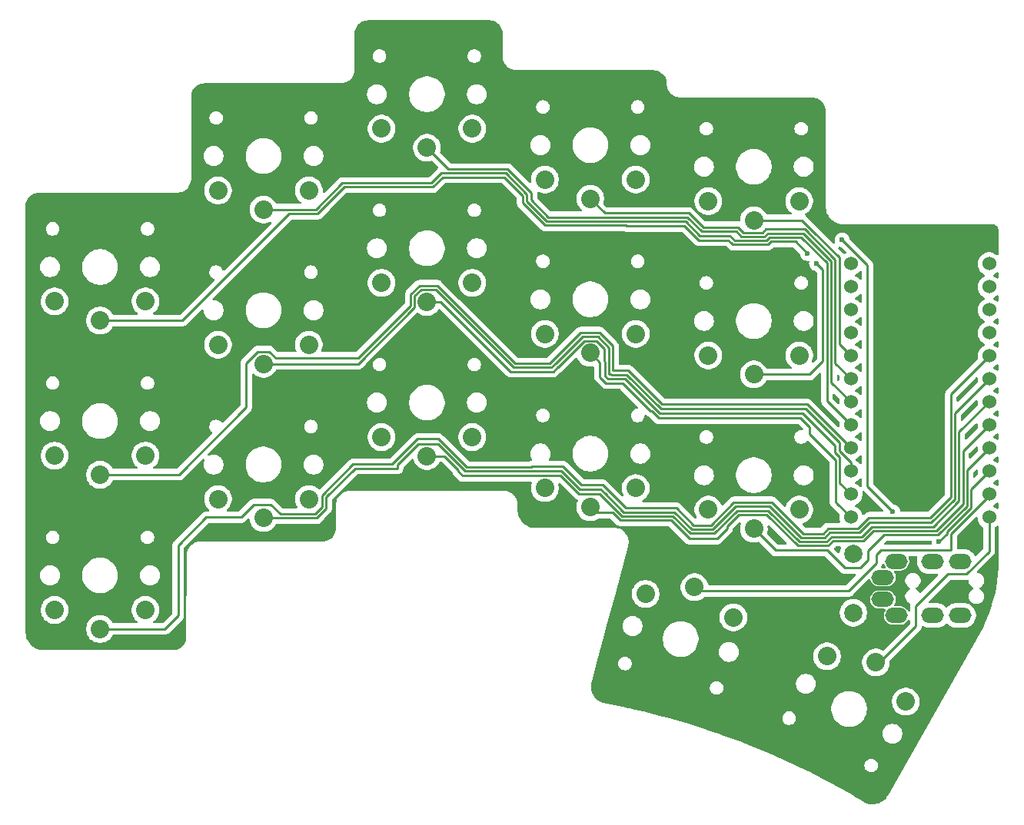
<source format=gtl>
G04 #@! TF.GenerationSoftware,KiCad,Pcbnew,9.0.1*
G04 #@! TF.CreationDate,2025-05-14T21:28:53+02:00*
G04 #@! TF.ProjectId,ferris-sweep-compact,66657272-6973-42d7-9377-6565702d636f,0.1*
G04 #@! TF.SameCoordinates,Original*
G04 #@! TF.FileFunction,Copper,L1,Top*
G04 #@! TF.FilePolarity,Positive*
%FSLAX46Y46*%
G04 Gerber Fmt 4.6, Leading zero omitted, Abs format (unit mm)*
G04 Created by KiCad (PCBNEW 9.0.1) date 2025-05-14 21:28:53*
%MOMM*%
%LPD*%
G01*
G04 APERTURE LIST*
G04 #@! TA.AperFunction,ComponentPad*
%ADD10C,2.032000*%
G04 #@! TD*
G04 #@! TA.AperFunction,ComponentPad*
%ADD11C,1.524000*%
G04 #@! TD*
G04 #@! TA.AperFunction,ComponentPad*
%ADD12C,2.000000*%
G04 #@! TD*
G04 #@! TA.AperFunction,ComponentPad*
%ADD13O,2.500000X1.700000*%
G04 #@! TD*
G04 #@! TA.AperFunction,ViaPad*
%ADD14C,0.600000*%
G04 #@! TD*
G04 #@! TA.AperFunction,Conductor*
%ADD15C,0.250000*%
G04 #@! TD*
G04 APERTURE END LIST*
D10*
X132730127Y-90689103D03*
X124069873Y-85689103D03*
X129450000Y-86370450D03*
D11*
X141911400Y-42422000D03*
X141911400Y-44962000D03*
X141911400Y-47502000D03*
X141911400Y-50042000D03*
X141911400Y-52582000D03*
X141911400Y-55122000D03*
X141911400Y-57662000D03*
X141911400Y-60202000D03*
X141911400Y-62742000D03*
X141911400Y-65282000D03*
X141911400Y-67822000D03*
X141911400Y-70362000D03*
X126691400Y-70362000D03*
X126691400Y-67822000D03*
X126691400Y-65282000D03*
X126691400Y-62742000D03*
X126691400Y-60202000D03*
X126691400Y-57662000D03*
X126691400Y-55122000D03*
X126691400Y-52582000D03*
X126691400Y-50042000D03*
X126691400Y-47502000D03*
X126691400Y-44962000D03*
X126691400Y-42422000D03*
D10*
X85000000Y-44520000D03*
X75000000Y-44520000D03*
X80000000Y-46620000D03*
X49000000Y-46570000D03*
X39000000Y-46570000D03*
X44000000Y-48670000D03*
X67000000Y-34340000D03*
X57000000Y-34340000D03*
X62000000Y-36440000D03*
X85000000Y-27530000D03*
X75000000Y-27530000D03*
X80000000Y-29630000D03*
X103000000Y-33140000D03*
X93000000Y-33140000D03*
X98000000Y-35240000D03*
X121000000Y-35520000D03*
X111000000Y-35520000D03*
X116000000Y-37620000D03*
X49000000Y-63570000D03*
X39000000Y-63570000D03*
X44000000Y-65670000D03*
X67000000Y-51340000D03*
X57000000Y-51340000D03*
X62000000Y-53440000D03*
X103000000Y-50140000D03*
X93000000Y-50140000D03*
X98000000Y-52240000D03*
X121000000Y-52520000D03*
X111000000Y-52520000D03*
X116000000Y-54620000D03*
X67000000Y-68345000D03*
X57000000Y-68345000D03*
X62000000Y-70445000D03*
X85000000Y-61520000D03*
X75000000Y-61520000D03*
X80000000Y-63620000D03*
X103000000Y-67145000D03*
X93000000Y-67145000D03*
X98000000Y-69245000D03*
X121000000Y-69520000D03*
X111000000Y-69520000D03*
X116000000Y-71620000D03*
X113753142Y-81393577D03*
X104093883Y-78805387D03*
X109467032Y-78071038D03*
X49000000Y-80575000D03*
X39000000Y-80575000D03*
X44000000Y-82675000D03*
D12*
X126970000Y-74390000D03*
X126970000Y-80890000D03*
D13*
X131720000Y-75230000D03*
X130220000Y-79430000D03*
X138720000Y-75230000D03*
X135720000Y-75230000D03*
X138720000Y-81180000D03*
X135720000Y-81180000D03*
X131720000Y-81180000D03*
X130220000Y-76980000D03*
D14*
X121920000Y-41294000D03*
X125730000Y-39770000D03*
X131318000Y-69742000D03*
X136398000Y-73044000D03*
X122900000Y-42400000D03*
D15*
X124563589Y-72500000D02*
X127863590Y-72500000D01*
X121015590Y-73050022D02*
X124013567Y-73050022D01*
X135736400Y-71400011D02*
X138599982Y-68536429D01*
X117578270Y-69612702D02*
X121015590Y-73050022D01*
X80000000Y-63620000D02*
X81905180Y-63620000D01*
X94739180Y-65786000D02*
X96741861Y-67788681D01*
X128963579Y-71400011D02*
X135736400Y-71400011D01*
X83483980Y-65198800D02*
X83483981Y-65360019D01*
X138599982Y-68536429D02*
X138599982Y-60973418D01*
X107082235Y-70228989D02*
X108987233Y-72133987D01*
X83483981Y-65360019D02*
X83909962Y-65786000D01*
X127863590Y-72500000D02*
X128963579Y-71400011D01*
X83909962Y-65786000D02*
X94739180Y-65786000D01*
X101475011Y-70228989D02*
X107082235Y-70228989D01*
X124013567Y-73050022D02*
X124563589Y-72500000D01*
X111643515Y-72133987D02*
X114164800Y-69612702D01*
X96741861Y-67788681D02*
X99034703Y-67788681D01*
X99034703Y-67788681D02*
X101475011Y-70228989D01*
X138599982Y-60973418D02*
X141911400Y-57662000D01*
X108987233Y-72133987D02*
X111643515Y-72133987D01*
X81905180Y-63620000D02*
X83483980Y-65198800D01*
X114164800Y-69612702D02*
X117578270Y-69612702D01*
X100076000Y-69850000D02*
X100459612Y-69850000D01*
X98000000Y-69400011D02*
X98155011Y-69400011D01*
X98605000Y-69850000D02*
X98000000Y-69245000D01*
X100459612Y-69850000D02*
X98605000Y-69850000D01*
X129149979Y-71850022D02*
X136127158Y-71850022D01*
X128049990Y-72950011D02*
X129149979Y-71850022D01*
X100459612Y-69850000D02*
X101288611Y-70678999D01*
X101288611Y-70678999D02*
X106895835Y-70678999D01*
X139049992Y-63063408D02*
X141911400Y-60202000D01*
X124749989Y-72950011D02*
X128049990Y-72950011D01*
X113034956Y-71632956D02*
X113034956Y-71378956D01*
X106895835Y-70678999D02*
X108923030Y-72706194D01*
X111961718Y-72706194D02*
X113034956Y-71632956D01*
X121317965Y-73500031D02*
X121317967Y-73500033D01*
X108923030Y-72706194D02*
X111961718Y-72706194D01*
X117391870Y-70062712D02*
X120829189Y-73500031D01*
X113034956Y-71378956D02*
X114351200Y-70062712D01*
X139049992Y-68927188D02*
X139049992Y-63063408D01*
X120829189Y-73500031D02*
X121317965Y-73500031D01*
X121317967Y-73500033D02*
X124199967Y-73500033D01*
X136127158Y-71850022D02*
X139049992Y-68927188D01*
X114351200Y-70062712D02*
X117391870Y-70062712D01*
X124199967Y-73500033D02*
X124749989Y-72950011D01*
X124072819Y-73999999D02*
X126022817Y-75949997D01*
X139500003Y-65153397D02*
X141911400Y-62742000D01*
X126022817Y-75949997D02*
X127699999Y-75949997D01*
X136313557Y-72300033D02*
X139500003Y-69113587D01*
X130363556Y-72300033D02*
X136313557Y-72300033D01*
X127699999Y-75949997D02*
X128599987Y-75050011D01*
X128599987Y-74063602D02*
X130363556Y-72300033D01*
X139500003Y-69113587D02*
X139500003Y-65153397D01*
X128599987Y-75050011D02*
X128599987Y-74063602D01*
X118379999Y-73999999D02*
X124072819Y-73999999D01*
X116000000Y-71620000D02*
X118379999Y-73999999D01*
X141911400Y-65282000D02*
X139950014Y-67243386D01*
X137271990Y-71978010D02*
X139950014Y-69299986D01*
X137271990Y-72170010D02*
X137271990Y-71978010D01*
X136398000Y-73044000D02*
X137271990Y-72170010D01*
X139950014Y-69230014D02*
X139950014Y-69299987D01*
X139950014Y-69299986D02*
X139950014Y-69230014D01*
X139950014Y-67243386D02*
X139950014Y-69230014D01*
X128524000Y-42564000D02*
X128524000Y-66948000D01*
X125730000Y-39770000D02*
X128524000Y-42564000D01*
X128524000Y-66948000D02*
X131318000Y-69742000D01*
X117554202Y-40311028D02*
X117907200Y-39958030D01*
X113697117Y-40311029D02*
X117554202Y-40311028D01*
X113528045Y-40141955D02*
X113697117Y-40311029D01*
X113198498Y-39812410D02*
X113528045Y-40141955D01*
X108373180Y-38246000D02*
X109939590Y-39812410D01*
X101962000Y-38246000D02*
X108373180Y-38246000D01*
X101906030Y-38190030D02*
X101962000Y-38246000D01*
X44000000Y-48670000D02*
X53076000Y-48670000D01*
X90171180Y-34544000D02*
X90549990Y-34922810D01*
X88506020Y-32880020D02*
X90170000Y-34544000D01*
X64855990Y-36890010D02*
X67946401Y-36890009D01*
X90549990Y-35722808D02*
X93017210Y-38190030D01*
X70886400Y-33950010D02*
X80686401Y-33950009D01*
X67946401Y-36890009D02*
X70886400Y-33950010D01*
X80686401Y-33950009D02*
X81756390Y-32880020D01*
X117907200Y-39958030D02*
X120584030Y-39958030D01*
X109939590Y-39812410D02*
X113198498Y-39812410D01*
X81756390Y-32880020D02*
X88506020Y-32880020D01*
X120584030Y-39958030D02*
X121920000Y-41294000D01*
X90170000Y-34544000D02*
X90171180Y-34544000D01*
X90549990Y-34922810D02*
X90549990Y-35722808D01*
X53076000Y-48670000D02*
X64855990Y-36890010D01*
X93017210Y-38190030D02*
X101906030Y-38190030D01*
X125410874Y-51301474D02*
X126691400Y-52582000D01*
X125410874Y-41710874D02*
X125410874Y-51301474D01*
X121320000Y-37620000D02*
X122495000Y-38795000D01*
X116000000Y-37620000D02*
X121320000Y-37620000D01*
X122495000Y-38795000D02*
X125410874Y-41710874D01*
X122420000Y-38720000D02*
X122495000Y-38795000D01*
X116994999Y-38961001D02*
X117348000Y-38608000D01*
X114254001Y-38399999D02*
X114815003Y-38961001D01*
X110436409Y-38399999D02*
X114254001Y-38399999D01*
X114815003Y-38961001D02*
X116994999Y-38961001D01*
X108876410Y-36840000D02*
X110436409Y-38399999D01*
X124960865Y-41960864D02*
X124960865Y-53391465D01*
X99578000Y-36840000D02*
X108876410Y-36840000D01*
X121608001Y-38608000D02*
X124960865Y-41960864D01*
X99578000Y-36818000D02*
X99578000Y-36840000D01*
X124960865Y-53391465D02*
X126691400Y-55122000D01*
X117348000Y-38608000D02*
X121608001Y-38608000D01*
X98000000Y-35240000D02*
X99578000Y-36818000D01*
X124510854Y-42147264D02*
X124510854Y-55481454D01*
X80000000Y-29630000D02*
X82350000Y-31980000D01*
X82350000Y-31980000D02*
X88880000Y-31980000D01*
X88880000Y-31980000D02*
X91500000Y-34600000D01*
X91500000Y-34600000D02*
X91500000Y-35400000D01*
X124510854Y-55481454D02*
X126691400Y-57662000D01*
X93390010Y-37290010D02*
X108690010Y-37290010D01*
X108690010Y-37290010D02*
X110250010Y-38850010D01*
X110250010Y-38850010D02*
X114067602Y-38850010D01*
X91500000Y-35400000D02*
X93390010Y-37290010D01*
X117181400Y-39411010D02*
X117534400Y-39058010D01*
X114067602Y-38850010D02*
X114628603Y-39411011D01*
X114628603Y-39411011D02*
X117181400Y-39411010D01*
X117534400Y-39058010D02*
X121421600Y-39058010D01*
X121421600Y-39058010D02*
X124510854Y-42147264D01*
X124060844Y-42333664D02*
X124060844Y-57571444D01*
X121235200Y-39508020D02*
X124060844Y-42333664D01*
X62000000Y-36440000D02*
X67760000Y-36440000D01*
X117720800Y-39508020D02*
X121235200Y-39508020D01*
X110063610Y-39300020D02*
X113322518Y-39300020D01*
X67760000Y-36440000D02*
X70700000Y-33500000D01*
X124060844Y-57571444D02*
X126691400Y-60202000D01*
X80500000Y-33500000D02*
X81569990Y-32430010D01*
X70700000Y-33500000D02*
X80500000Y-33500000D01*
X93203610Y-37740020D02*
X108503610Y-37740020D01*
X81569990Y-32430010D02*
X88693600Y-32430010D01*
X108503610Y-37740020D02*
X110063610Y-39300020D01*
X113322518Y-39300020D02*
X113883517Y-39861019D01*
X117367801Y-39861019D02*
X117720800Y-39508020D01*
X88693600Y-32430010D02*
X91000000Y-34736410D01*
X91000000Y-34736410D02*
X91000000Y-35536410D01*
X91000000Y-35536410D02*
X93203610Y-37740020D01*
X113883517Y-39861019D02*
X117367801Y-39861019D01*
X105918000Y-57912000D02*
X121861400Y-57912000D01*
X100500018Y-51482516D02*
X100500018Y-54185982D01*
X99016483Y-49998981D02*
X100500018Y-51482516D01*
X44000000Y-65670000D02*
X52669046Y-65670000D01*
X93531980Y-53399980D02*
X96932979Y-49998981D01*
X63341001Y-52796319D02*
X72425681Y-52796319D01*
X89721980Y-53399980D02*
X93531980Y-53399980D01*
X52669046Y-65670000D02*
X60100000Y-58239046D01*
X60100000Y-58239046D02*
X60100000Y-53355318D01*
X60100000Y-53355318D02*
X61356319Y-52098999D01*
X72425681Y-52796319D02*
X78208989Y-47013011D01*
X121861400Y-57912000D02*
X125065700Y-61116300D01*
X61356319Y-52098999D02*
X62643681Y-52098999D01*
X96932979Y-49998981D02*
X99016483Y-49998981D01*
X62643681Y-52098999D02*
X63341001Y-52796319D01*
X78208989Y-47013011D02*
X78208989Y-45789919D01*
X102191982Y-54185982D02*
X105918000Y-57912000D01*
X100500018Y-54185982D02*
X102191982Y-54185982D01*
X78208989Y-45789919D02*
X79169919Y-44828989D01*
X125065700Y-61116300D02*
X126691400Y-62742000D01*
X79169919Y-44828989D02*
X81150989Y-44828989D01*
X81150989Y-44828989D02*
X89721980Y-53399980D01*
X121732990Y-58420000D02*
X125404319Y-62091329D01*
X105789590Y-58420000D02*
X121732990Y-58420000D01*
X102005582Y-54635992D02*
X105789590Y-58420000D01*
X100294816Y-54617190D02*
X100313618Y-54635992D01*
X125404319Y-63063681D02*
X126691400Y-64350762D01*
X100050010Y-54617190D02*
X100294816Y-54617190D01*
X62000000Y-53440000D02*
X72418410Y-53440000D01*
X72418410Y-53440000D02*
X78658999Y-47199411D01*
X126691400Y-64350762D02*
X126691400Y-65282000D01*
X78658999Y-47199411D02*
X78658999Y-45976319D01*
X100050010Y-51668918D02*
X100050010Y-54617190D01*
X79356319Y-45278999D02*
X80964589Y-45278999D01*
X97169919Y-50448989D02*
X98830082Y-50448990D01*
X94235990Y-53382918D02*
X97169919Y-50448989D01*
X100313618Y-54635992D02*
X102005582Y-54635992D01*
X98830082Y-50448990D02*
X100050010Y-51668918D01*
X125404319Y-62091329D02*
X125404319Y-63063681D01*
X80964589Y-45278999D02*
X89535580Y-53849990D01*
X78658999Y-45976319D02*
X79356319Y-45278999D01*
X89535580Y-53849990D02*
X93727990Y-53849990D01*
X93727990Y-53849990D02*
X94195062Y-53382918D01*
X94195062Y-53382918D02*
X94235990Y-53382918D01*
X123600000Y-53004682D02*
X123600000Y-43100000D01*
X123600000Y-43100000D02*
X122900000Y-42400000D01*
X122900000Y-42400000D02*
X122900000Y-42400000D01*
X120884682Y-54620000D02*
X120894682Y-54610000D01*
X116000000Y-54620000D02*
X120884682Y-54620000D01*
X123610834Y-53173166D02*
X123610834Y-53086000D01*
X122174000Y-54610000D02*
X123610834Y-53173166D01*
X120894682Y-54610000D02*
X122174000Y-54610000D01*
X128777179Y-70950000D02*
X135550000Y-70950000D01*
X79073411Y-62278999D02*
X81200589Y-62278999D01*
X99606767Y-67724335D02*
X99625991Y-67724335D01*
X121201989Y-72600011D02*
X123827167Y-72600011D01*
X76757804Y-64594606D02*
X79073411Y-62278999D01*
X92259990Y-65220010D02*
X94809600Y-65220010D01*
X99625991Y-67724335D02*
X101680633Y-69778977D01*
X72060214Y-64974196D02*
X76757804Y-64974196D01*
X68903010Y-68131400D02*
X72060214Y-64974196D01*
X68159000Y-70191000D02*
X68159000Y-70145410D01*
X94809600Y-65220010D02*
X96841600Y-67252010D01*
X68159000Y-70145410D02*
X68903010Y-69401400D01*
X84197600Y-65276010D02*
X92203990Y-65276010D01*
X127677190Y-72049989D02*
X128777179Y-70950000D01*
X138149970Y-68350030D02*
X138149970Y-58883430D01*
X81200589Y-62278999D02*
X84197600Y-65276010D01*
X96841600Y-67252010D02*
X99134442Y-67252010D01*
X76757804Y-64974196D02*
X76757804Y-64594606D01*
X113978400Y-69162692D02*
X117764670Y-69162692D01*
X68903010Y-69401400D02*
X68903010Y-68131400D01*
X101680633Y-69778977D02*
X107268633Y-69778977D01*
X92203990Y-65276010D02*
X92259990Y-65220010D01*
X107268633Y-69778977D02*
X109173633Y-71683977D01*
X109173633Y-71683977D02*
X111457115Y-71683977D01*
X138149970Y-58883430D02*
X141911400Y-55122000D01*
X111457115Y-71683977D02*
X113978400Y-69162692D01*
X67905000Y-70445000D02*
X68159000Y-70191000D01*
X117764670Y-69162692D02*
X121201989Y-72600011D01*
X99134442Y-67252010D02*
X99606767Y-67724335D01*
X62000000Y-70445000D02*
X67905000Y-70445000D01*
X123827167Y-72600011D02*
X124377189Y-72049989D01*
X135550000Y-70950000D02*
X138149970Y-68350030D01*
X124377189Y-72049989D02*
X127677190Y-72049989D01*
X137699959Y-56793441D02*
X141911400Y-52582000D01*
X137699959Y-68100041D02*
X137699959Y-56793441D01*
X127490790Y-71599978D02*
X128690768Y-70400000D01*
X124190789Y-71599978D02*
X127490790Y-71599978D01*
X123640768Y-72150000D02*
X124190789Y-71599978D01*
X68453000Y-67945000D02*
X71882000Y-64516000D01*
X68453000Y-69215000D02*
X68453000Y-67945000D01*
X99340066Y-66802000D02*
X101867033Y-69328967D01*
X71882000Y-64516000D02*
X76200000Y-64516000D01*
X60950000Y-68950000D02*
X62800000Y-68950000D01*
X63844989Y-69994989D02*
X67673011Y-69994989D01*
X59550000Y-70350000D02*
X60950000Y-68950000D01*
X91565590Y-64770000D02*
X94996000Y-64770000D01*
X55700000Y-70350000D02*
X59550000Y-70350000D01*
X52600000Y-73450000D02*
X55700000Y-70350000D01*
X67673011Y-69994989D02*
X68453000Y-69215000D01*
X94996000Y-64770000D02*
X97028000Y-66802000D01*
X52600000Y-81200000D02*
X52600000Y-73450000D01*
X128690768Y-70400000D02*
X135400000Y-70400000D01*
X62800000Y-68950000D02*
X63844989Y-69994989D01*
X44000000Y-82675000D02*
X51125000Y-82675000D01*
X135400000Y-70400000D02*
X137699959Y-68100041D01*
X51125000Y-82675000D02*
X52600000Y-81200000D01*
X81280000Y-61722000D02*
X84384000Y-64826000D01*
X76200000Y-64516000D02*
X78994000Y-61722000D01*
X84384000Y-64826000D02*
X91509590Y-64826000D01*
X78994000Y-61722000D02*
X81280000Y-61722000D01*
X109360033Y-71233967D02*
X111270715Y-71233967D01*
X97028000Y-66802000D02*
X99340066Y-66802000D01*
X101867033Y-69328967D02*
X107455033Y-69328967D01*
X121426000Y-72150000D02*
X123640768Y-72150000D01*
X107455033Y-69328967D02*
X109360033Y-71233967D01*
X91509590Y-64826000D02*
X91565590Y-64770000D01*
X111270715Y-71233967D02*
X113792000Y-68712682D01*
X113792000Y-68712682D02*
X117988682Y-68712682D01*
X117988682Y-68712682D02*
X121426000Y-72150000D01*
X125446700Y-66577300D02*
X126691400Y-67822000D01*
X125446700Y-63742472D02*
X125446700Y-66577300D01*
X81530000Y-46620000D02*
X89210000Y-54300000D01*
X80000000Y-46620000D02*
X81530000Y-46620000D01*
X97356319Y-50898999D02*
X98643681Y-50898999D01*
X89210000Y-54300000D02*
X93914390Y-54300000D01*
X99527000Y-53127000D02*
X99600000Y-53200000D01*
X93914390Y-54300000D02*
X94381463Y-53832927D01*
X99600000Y-53200000D02*
X99600000Y-54803590D01*
X94381463Y-53832927D02*
X94422391Y-53832927D01*
X94422391Y-53832927D02*
X97356319Y-50898999D01*
X98643681Y-50898999D02*
X99527000Y-51782318D01*
X99527000Y-51782318D02*
X99527000Y-53127000D01*
X99600000Y-54803590D02*
X99915820Y-55119410D01*
X101852590Y-55119410D02*
X105661180Y-58928000D01*
X99915820Y-55119410D02*
X101852590Y-55119410D01*
X124954309Y-63250081D02*
X125446700Y-63742472D01*
X124954309Y-62470309D02*
X124954309Y-63250081D01*
X121412000Y-58928000D02*
X124954309Y-62470309D01*
X105661180Y-58928000D02*
X121412000Y-58928000D01*
X125192700Y-68863300D02*
X126691400Y-70362000D01*
X124996690Y-68667290D02*
X125192700Y-68863300D01*
X124996690Y-64036690D02*
X124996690Y-68667290D01*
X122174000Y-60452000D02*
X122174000Y-61214000D01*
X105532770Y-59436000D02*
X121158000Y-59436000D01*
X104648000Y-58674000D02*
X104770770Y-58674000D01*
X122174000Y-61214000D02*
X124996690Y-64036690D01*
X104770770Y-58674000D02*
X105532770Y-59436000D01*
X99729419Y-55569419D02*
X101543419Y-55569419D01*
X121158000Y-59436000D02*
X122174000Y-60452000D01*
X101543419Y-55569419D02*
X104648000Y-58674000D01*
X98000000Y-52240000D02*
X99060000Y-53300000D01*
X99060000Y-54864000D02*
X99042000Y-54882000D01*
X99060000Y-53300000D02*
X99060000Y-54864000D01*
X99042000Y-54882000D02*
X99729419Y-55569419D01*
X133850000Y-82370450D02*
X129450000Y-86770450D01*
X133850000Y-80119002D02*
X133850000Y-82370450D01*
X137369002Y-76600000D02*
X133850000Y-80119002D01*
X139411715Y-76600000D02*
X137369002Y-76600000D01*
X141911400Y-74100315D02*
X139411715Y-76600000D01*
X141911400Y-70362000D02*
X141911400Y-74100315D01*
X137722000Y-72164410D02*
X141911400Y-67975010D01*
X137722000Y-74006000D02*
X137722000Y-72164410D01*
X129994000Y-74006000D02*
X137722000Y-74006000D01*
X129500009Y-74499991D02*
X129994000Y-74006000D01*
X141911400Y-67975010D02*
X141911400Y-67822000D01*
X129500008Y-75422812D02*
X129500009Y-74499991D01*
X126451780Y-78471038D02*
X129500008Y-75422812D01*
X109467032Y-78471038D02*
X126451780Y-78471038D01*
G04 #@! TA.AperFunction,NonConductor*
G36*
X125480484Y-40541762D02*
G01*
X125490200Y-40545786D01*
X125494169Y-40547430D01*
X125603178Y-40569112D01*
X125666087Y-40602019D01*
X125667692Y-40603596D01*
X126150612Y-41086517D01*
X126164311Y-41111606D01*
X126180781Y-41134968D01*
X126181097Y-41142346D01*
X126184637Y-41148829D01*
X126182597Y-41177341D01*
X126183822Y-41205900D01*
X126180098Y-41212278D01*
X126179572Y-41219645D01*
X126162440Y-41242529D01*
X126148031Y-41267215D01*
X126139412Y-41273290D01*
X126137025Y-41276480D01*
X126118719Y-41287879D01*
X126044651Y-41325619D01*
X125974875Y-41338723D01*
X125909090Y-41312023D01*
X125898353Y-41302448D01*
X125682422Y-41086517D01*
X125343170Y-40747265D01*
X125309146Y-40684954D01*
X125314210Y-40614139D01*
X125356757Y-40557303D01*
X125423277Y-40532492D01*
X125480484Y-40541762D01*
G37*
G04 #@! TD.AperFunction*
G04 #@! TA.AperFunction,NonConductor*
G36*
X142884080Y-43350240D02*
G01*
X142940917Y-43392785D01*
X142965730Y-43459304D01*
X142966051Y-43468255D01*
X142966199Y-43915808D01*
X142946219Y-43983936D01*
X142892579Y-44030446D01*
X142822309Y-44040573D01*
X142757718Y-44011102D01*
X142751104Y-44004945D01*
X142739080Y-43992921D01*
X142739077Y-43992919D01*
X142739075Y-43992917D01*
X142577287Y-43875371D01*
X142437735Y-43804265D01*
X142386122Y-43755519D01*
X142369056Y-43686604D01*
X142391957Y-43619402D01*
X142437734Y-43579735D01*
X142577287Y-43508629D01*
X142739075Y-43391083D01*
X142750955Y-43379202D01*
X142813264Y-43345177D01*
X142884080Y-43350240D01*
G37*
G04 #@! TD.AperFunction*
G04 #@! TA.AperFunction,NonConductor*
G36*
X127852311Y-43230509D02*
G01*
X127887225Y-43292328D01*
X127890500Y-43320871D01*
X127890500Y-44063128D01*
X127870498Y-44131249D01*
X127816842Y-44177742D01*
X127746568Y-44187846D01*
X127681988Y-44158352D01*
X127662567Y-44137193D01*
X127660483Y-44134324D01*
X127519080Y-43992921D01*
X127519077Y-43992919D01*
X127519075Y-43992917D01*
X127357287Y-43875371D01*
X127217735Y-43804265D01*
X127166122Y-43755519D01*
X127149056Y-43686604D01*
X127171957Y-43619402D01*
X127217734Y-43579735D01*
X127357287Y-43508629D01*
X127519075Y-43391083D01*
X127660483Y-43249675D01*
X127662564Y-43246810D01*
X127663634Y-43245985D01*
X127663696Y-43245913D01*
X127663711Y-43245926D01*
X127718782Y-43203458D01*
X127789518Y-43197380D01*
X127852311Y-43230509D01*
G37*
G04 #@! TD.AperFunction*
G04 #@! TA.AperFunction,NonConductor*
G36*
X142884916Y-45889404D02*
G01*
X142941753Y-45931949D01*
X142966566Y-45998468D01*
X142966887Y-46007419D01*
X142967035Y-46456644D01*
X142947055Y-46524772D01*
X142893415Y-46571282D01*
X142823144Y-46581409D01*
X142758554Y-46551938D01*
X142751940Y-46545781D01*
X142739080Y-46532921D01*
X142739077Y-46532919D01*
X142739075Y-46532917D01*
X142577287Y-46415371D01*
X142437735Y-46344265D01*
X142386122Y-46295519D01*
X142369056Y-46226604D01*
X142391957Y-46159402D01*
X142437734Y-46119735D01*
X142577287Y-46048629D01*
X142739075Y-45931083D01*
X142751791Y-45918366D01*
X142814100Y-45884341D01*
X142884916Y-45889404D01*
G37*
G04 #@! TD.AperFunction*
G04 #@! TA.AperFunction,NonConductor*
G36*
X127852311Y-45770509D02*
G01*
X127887225Y-45832328D01*
X127890500Y-45860871D01*
X127890500Y-46603128D01*
X127870498Y-46671249D01*
X127816842Y-46717742D01*
X127746568Y-46727846D01*
X127681988Y-46698352D01*
X127662567Y-46677193D01*
X127660483Y-46674324D01*
X127519080Y-46532921D01*
X127519077Y-46532919D01*
X127519075Y-46532917D01*
X127357287Y-46415371D01*
X127217735Y-46344265D01*
X127166122Y-46295519D01*
X127149056Y-46226604D01*
X127171957Y-46159402D01*
X127217734Y-46119735D01*
X127357287Y-46048629D01*
X127519075Y-45931083D01*
X127660483Y-45789675D01*
X127662564Y-45786810D01*
X127663634Y-45785985D01*
X127663696Y-45785913D01*
X127663711Y-45785926D01*
X127718782Y-45743458D01*
X127789518Y-45737380D01*
X127852311Y-45770509D01*
G37*
G04 #@! TD.AperFunction*
G04 #@! TA.AperFunction,NonConductor*
G36*
X142885753Y-48428567D02*
G01*
X142942590Y-48471112D01*
X142967403Y-48537632D01*
X142967724Y-48546583D01*
X142967872Y-48997482D01*
X142947892Y-49065609D01*
X142894252Y-49112119D01*
X142823981Y-49122246D01*
X142759391Y-49092775D01*
X142752777Y-49086618D01*
X142739080Y-49072921D01*
X142739077Y-49072919D01*
X142739075Y-49072917D01*
X142577287Y-48955371D01*
X142437735Y-48884265D01*
X142386122Y-48835519D01*
X142369056Y-48766604D01*
X142391957Y-48699402D01*
X142437734Y-48659735D01*
X142577287Y-48588629D01*
X142739075Y-48471083D01*
X142752628Y-48457529D01*
X142814937Y-48423504D01*
X142885753Y-48428567D01*
G37*
G04 #@! TD.AperFunction*
G04 #@! TA.AperFunction,NonConductor*
G36*
X127852311Y-48310509D02*
G01*
X127887225Y-48372328D01*
X127890500Y-48400871D01*
X127890500Y-49143128D01*
X127870498Y-49211249D01*
X127816842Y-49257742D01*
X127746568Y-49267846D01*
X127681988Y-49238352D01*
X127662567Y-49217193D01*
X127660483Y-49214324D01*
X127519080Y-49072921D01*
X127519077Y-49072919D01*
X127519075Y-49072917D01*
X127357287Y-48955371D01*
X127217735Y-48884265D01*
X127166122Y-48835519D01*
X127149056Y-48766604D01*
X127171957Y-48699402D01*
X127217734Y-48659735D01*
X127357287Y-48588629D01*
X127519075Y-48471083D01*
X127660483Y-48329675D01*
X127662564Y-48326810D01*
X127663634Y-48325985D01*
X127663696Y-48325913D01*
X127663711Y-48325926D01*
X127718782Y-48283458D01*
X127789518Y-48277380D01*
X127852311Y-48310509D01*
G37*
G04 #@! TD.AperFunction*
G04 #@! TA.AperFunction,NonConductor*
G36*
X142886589Y-50967731D02*
G01*
X142943426Y-51010276D01*
X142968239Y-51076796D01*
X142968560Y-51085747D01*
X142968709Y-51538319D01*
X142948729Y-51606446D01*
X142895089Y-51652956D01*
X142824818Y-51663083D01*
X142760228Y-51633612D01*
X142753614Y-51627455D01*
X142739080Y-51612921D01*
X142739077Y-51612919D01*
X142739075Y-51612917D01*
X142577287Y-51495371D01*
X142437735Y-51424265D01*
X142386122Y-51375519D01*
X142369056Y-51306604D01*
X142391957Y-51239402D01*
X142437734Y-51199735D01*
X142577287Y-51128629D01*
X142739075Y-51011083D01*
X142753464Y-50996693D01*
X142815773Y-50962668D01*
X142886589Y-50967731D01*
G37*
G04 #@! TD.AperFunction*
G04 #@! TA.AperFunction,NonConductor*
G36*
X127852311Y-50850509D02*
G01*
X127887225Y-50912328D01*
X127890500Y-50940871D01*
X127890500Y-51683128D01*
X127870498Y-51751249D01*
X127816842Y-51797742D01*
X127746568Y-51807846D01*
X127681988Y-51778352D01*
X127662567Y-51757193D01*
X127660483Y-51754324D01*
X127519080Y-51612921D01*
X127519077Y-51612919D01*
X127519075Y-51612917D01*
X127357287Y-51495371D01*
X127217735Y-51424265D01*
X127166122Y-51375519D01*
X127149056Y-51306604D01*
X127171957Y-51239402D01*
X127217734Y-51199735D01*
X127357287Y-51128629D01*
X127519075Y-51011083D01*
X127660483Y-50869675D01*
X127662564Y-50866810D01*
X127663634Y-50865985D01*
X127663696Y-50865913D01*
X127663711Y-50865926D01*
X127718782Y-50823458D01*
X127789518Y-50817380D01*
X127852311Y-50850509D01*
G37*
G04 #@! TD.AperFunction*
G04 #@! TA.AperFunction,NonConductor*
G36*
X142887426Y-53506894D02*
G01*
X142944263Y-53549439D01*
X142969076Y-53615959D01*
X142969397Y-53624910D01*
X142969546Y-54079156D01*
X142949566Y-54147283D01*
X142895926Y-54193793D01*
X142825655Y-54203920D01*
X142761065Y-54174449D01*
X142754451Y-54168292D01*
X142739080Y-54152921D01*
X142739077Y-54152919D01*
X142739075Y-54152917D01*
X142577287Y-54035371D01*
X142437735Y-53964265D01*
X142386122Y-53915519D01*
X142369056Y-53846604D01*
X142391957Y-53779402D01*
X142437734Y-53739735D01*
X142577287Y-53668629D01*
X142739075Y-53551083D01*
X142754301Y-53535856D01*
X142816610Y-53501831D01*
X142887426Y-53506894D01*
G37*
G04 #@! TD.AperFunction*
G04 #@! TA.AperFunction,NonConductor*
G36*
X127852311Y-53390509D02*
G01*
X127887225Y-53452328D01*
X127890500Y-53480871D01*
X127890500Y-54223128D01*
X127870498Y-54291249D01*
X127816842Y-54337742D01*
X127746568Y-54347846D01*
X127681988Y-54318352D01*
X127662567Y-54297193D01*
X127660483Y-54294324D01*
X127519080Y-54152921D01*
X127519077Y-54152919D01*
X127519075Y-54152917D01*
X127357287Y-54035371D01*
X127217735Y-53964265D01*
X127166122Y-53915519D01*
X127149056Y-53846604D01*
X127171957Y-53779402D01*
X127217734Y-53739735D01*
X127357287Y-53668629D01*
X127519075Y-53551083D01*
X127660483Y-53409675D01*
X127662564Y-53406810D01*
X127663634Y-53405985D01*
X127663696Y-53405913D01*
X127663711Y-53405926D01*
X127718782Y-53363458D01*
X127789518Y-53357380D01*
X127852311Y-53390509D01*
G37*
G04 #@! TD.AperFunction*
G04 #@! TA.AperFunction,NonConductor*
G36*
X125352866Y-54679824D02*
G01*
X125359449Y-54685953D01*
X125413049Y-54739553D01*
X125447075Y-54801865D01*
X125448403Y-54848358D01*
X125420900Y-55022010D01*
X125420900Y-55191405D01*
X125414561Y-55212992D01*
X125412956Y-55235437D01*
X125404754Y-55246393D01*
X125400898Y-55259526D01*
X125383892Y-55274261D01*
X125370409Y-55292273D01*
X125357586Y-55297055D01*
X125347242Y-55306019D01*
X125324969Y-55309221D01*
X125303889Y-55317084D01*
X125290516Y-55314175D01*
X125276968Y-55316123D01*
X125256501Y-55306775D01*
X125234515Y-55301993D01*
X125216501Y-55288507D01*
X125212388Y-55286629D01*
X125205805Y-55280500D01*
X125181259Y-55255954D01*
X125147233Y-55193642D01*
X125144354Y-55166859D01*
X125144354Y-54775048D01*
X125164356Y-54706927D01*
X125218012Y-54660434D01*
X125288286Y-54650330D01*
X125352866Y-54679824D01*
G37*
G04 #@! TD.AperFunction*
G04 #@! TA.AperFunction,NonConductor*
G36*
X142888262Y-56046058D02*
G01*
X142945099Y-56088603D01*
X142969912Y-56155123D01*
X142970233Y-56164074D01*
X142970383Y-56619993D01*
X142950403Y-56688120D01*
X142896763Y-56734630D01*
X142826492Y-56744757D01*
X142761902Y-56715286D01*
X142755288Y-56709129D01*
X142739080Y-56692921D01*
X142739077Y-56692919D01*
X142739075Y-56692917D01*
X142577287Y-56575371D01*
X142437735Y-56504265D01*
X142386122Y-56455519D01*
X142369056Y-56386604D01*
X142391957Y-56319402D01*
X142437734Y-56279735D01*
X142577287Y-56208629D01*
X142739075Y-56091083D01*
X142755137Y-56075020D01*
X142817447Y-56040995D01*
X142888262Y-56046058D01*
G37*
G04 #@! TD.AperFunction*
G04 #@! TA.AperFunction,NonConductor*
G36*
X127852311Y-55930509D02*
G01*
X127887225Y-55992328D01*
X127890500Y-56020871D01*
X127890500Y-56763128D01*
X127870498Y-56831249D01*
X127816842Y-56877742D01*
X127746568Y-56887846D01*
X127681988Y-56858352D01*
X127662567Y-56837193D01*
X127660483Y-56834324D01*
X127519080Y-56692921D01*
X127519077Y-56692919D01*
X127519075Y-56692917D01*
X127357287Y-56575371D01*
X127217735Y-56504265D01*
X127166122Y-56455519D01*
X127149056Y-56386604D01*
X127171957Y-56319402D01*
X127217734Y-56279735D01*
X127357287Y-56208629D01*
X127519075Y-56091083D01*
X127660483Y-55949675D01*
X127662564Y-55946810D01*
X127663634Y-55945985D01*
X127663696Y-55945913D01*
X127663711Y-55945926D01*
X127718782Y-55903458D01*
X127789518Y-55897380D01*
X127852311Y-55930509D01*
G37*
G04 #@! TD.AperFunction*
G04 #@! TA.AperFunction,NonConductor*
G36*
X140545281Y-54933560D02*
G01*
X140558932Y-54934537D01*
X140576945Y-54948021D01*
X140597412Y-54957369D01*
X140604810Y-54968881D01*
X140615768Y-54977084D01*
X140623631Y-54998167D01*
X140635796Y-55017095D01*
X140638998Y-55039365D01*
X140640579Y-55043604D01*
X140640900Y-55052593D01*
X140640900Y-55221991D01*
X140654716Y-55309221D01*
X140668403Y-55395640D01*
X140659303Y-55466051D01*
X140633049Y-55504445D01*
X138548554Y-57588941D01*
X138486242Y-57622966D01*
X138415427Y-57617902D01*
X138358591Y-57575355D01*
X138333780Y-57508835D01*
X138333459Y-57499846D01*
X138333459Y-57108034D01*
X138353461Y-57039913D01*
X138370359Y-57018944D01*
X140425805Y-54963497D01*
X140445551Y-54952715D01*
X140462558Y-54937979D01*
X140476105Y-54936031D01*
X140488117Y-54929472D01*
X140510560Y-54931077D01*
X140532832Y-54927875D01*
X140545281Y-54933560D01*
G37*
G04 #@! TD.AperFunction*
G04 #@! TA.AperFunction,NonConductor*
G36*
X124902856Y-56769814D02*
G01*
X124909439Y-56775943D01*
X125413049Y-57279553D01*
X125447075Y-57341865D01*
X125448403Y-57388358D01*
X125420900Y-57562010D01*
X125420900Y-57731406D01*
X125400898Y-57799527D01*
X125347242Y-57846020D01*
X125276968Y-57856124D01*
X125212388Y-57826630D01*
X125205805Y-57820501D01*
X124731249Y-57345945D01*
X124697223Y-57283633D01*
X124694344Y-57256850D01*
X124694344Y-56865038D01*
X124714346Y-56796917D01*
X124768002Y-56750424D01*
X124838276Y-56740320D01*
X124902856Y-56769814D01*
G37*
G04 #@! TD.AperFunction*
G04 #@! TA.AperFunction,NonConductor*
G36*
X142889100Y-58585221D02*
G01*
X142945936Y-58627767D01*
X142970749Y-58694286D01*
X142971070Y-58703237D01*
X142971220Y-59160830D01*
X142951240Y-59228957D01*
X142897600Y-59275467D01*
X142827329Y-59285594D01*
X142762739Y-59256122D01*
X142756125Y-59249966D01*
X142739080Y-59232921D01*
X142739077Y-59232919D01*
X142739075Y-59232917D01*
X142577287Y-59115371D01*
X142437735Y-59044265D01*
X142386122Y-58995519D01*
X142369056Y-58926604D01*
X142391957Y-58859402D01*
X142437734Y-58819735D01*
X142577287Y-58748629D01*
X142739075Y-58631083D01*
X142755974Y-58614183D01*
X142818284Y-58580158D01*
X142889100Y-58585221D01*
G37*
G04 #@! TD.AperFunction*
G04 #@! TA.AperFunction,NonConductor*
G36*
X127852311Y-58470509D02*
G01*
X127887225Y-58532328D01*
X127890500Y-58560871D01*
X127890500Y-59303128D01*
X127870498Y-59371249D01*
X127816842Y-59417742D01*
X127746568Y-59427846D01*
X127681988Y-59398352D01*
X127662567Y-59377193D01*
X127660483Y-59374324D01*
X127519080Y-59232921D01*
X127519077Y-59232919D01*
X127519075Y-59232917D01*
X127357287Y-59115371D01*
X127217735Y-59044265D01*
X127166122Y-58995519D01*
X127149056Y-58926604D01*
X127171957Y-58859402D01*
X127217734Y-58819735D01*
X127357287Y-58748629D01*
X127519075Y-58631083D01*
X127660483Y-58489675D01*
X127662564Y-58486810D01*
X127663634Y-58485985D01*
X127663696Y-58485913D01*
X127663711Y-58485926D01*
X127718782Y-58443458D01*
X127789518Y-58437380D01*
X127852311Y-58470509D01*
G37*
G04 #@! TD.AperFunction*
G04 #@! TA.AperFunction,NonConductor*
G36*
X140545281Y-57473560D02*
G01*
X140558932Y-57474537D01*
X140576945Y-57488021D01*
X140597412Y-57497369D01*
X140604810Y-57508881D01*
X140615768Y-57517084D01*
X140623631Y-57538167D01*
X140635796Y-57557095D01*
X140638998Y-57579365D01*
X140640579Y-57583604D01*
X140640900Y-57592593D01*
X140640900Y-57761991D01*
X140650167Y-57820501D01*
X140668403Y-57935640D01*
X140659303Y-58006051D01*
X140633049Y-58044445D01*
X138998565Y-59678930D01*
X138936253Y-59712955D01*
X138865438Y-59707891D01*
X138808602Y-59665344D01*
X138783791Y-59598824D01*
X138783470Y-59589835D01*
X138783470Y-59198023D01*
X138803472Y-59129902D01*
X138820370Y-59108933D01*
X140425805Y-57503497D01*
X140445551Y-57492715D01*
X140462558Y-57477979D01*
X140476105Y-57476031D01*
X140488117Y-57469472D01*
X140510560Y-57471077D01*
X140532832Y-57467875D01*
X140545281Y-57473560D01*
G37*
G04 #@! TD.AperFunction*
G04 #@! TA.AperFunction,NonConductor*
G36*
X140558932Y-60014537D02*
G01*
X140615768Y-60057084D01*
X140640579Y-60123604D01*
X140640900Y-60132593D01*
X140640900Y-60301991D01*
X140649641Y-60357177D01*
X140668403Y-60475640D01*
X140659303Y-60546051D01*
X140633049Y-60584445D01*
X139448577Y-61768918D01*
X139386265Y-61802943D01*
X139315450Y-61797879D01*
X139258614Y-61755332D01*
X139233803Y-61688812D01*
X139233482Y-61679823D01*
X139233482Y-61288011D01*
X139253484Y-61219890D01*
X139270382Y-61198921D01*
X140425805Y-60043497D01*
X140488117Y-60009472D01*
X140558932Y-60014537D01*
G37*
G04 #@! TD.AperFunction*
G04 #@! TA.AperFunction,NonConductor*
G36*
X142889936Y-61124385D02*
G01*
X142946772Y-61166931D01*
X142971585Y-61233450D01*
X142971906Y-61242401D01*
X142972057Y-61701667D01*
X142952077Y-61769794D01*
X142898437Y-61816304D01*
X142828166Y-61826431D01*
X142763576Y-61796960D01*
X142756962Y-61790803D01*
X142739080Y-61772921D01*
X142739077Y-61772919D01*
X142739075Y-61772917D01*
X142577287Y-61655371D01*
X142437735Y-61584265D01*
X142386122Y-61535519D01*
X142369056Y-61466604D01*
X142391957Y-61399402D01*
X142437734Y-61359735D01*
X142577287Y-61288629D01*
X142739075Y-61171083D01*
X142756810Y-61153347D01*
X142819120Y-61119322D01*
X142889936Y-61124385D01*
G37*
G04 #@! TD.AperFunction*
G04 #@! TA.AperFunction,NonConductor*
G36*
X127852311Y-61010509D02*
G01*
X127887225Y-61072328D01*
X127890500Y-61100871D01*
X127890500Y-61843128D01*
X127870498Y-61911249D01*
X127816842Y-61957742D01*
X127746568Y-61967846D01*
X127681988Y-61938352D01*
X127662567Y-61917193D01*
X127660483Y-61914324D01*
X127519080Y-61772921D01*
X127519077Y-61772919D01*
X127519075Y-61772917D01*
X127357287Y-61655371D01*
X127217735Y-61584265D01*
X127166122Y-61535519D01*
X127149056Y-61466604D01*
X127171957Y-61399402D01*
X127217734Y-61359735D01*
X127357287Y-61288629D01*
X127519075Y-61171083D01*
X127660483Y-61029675D01*
X127662564Y-61026810D01*
X127663634Y-61025985D01*
X127663696Y-61025913D01*
X127663711Y-61025926D01*
X127718782Y-60983458D01*
X127789518Y-60977380D01*
X127852311Y-61010509D01*
G37*
G04 #@! TD.AperFunction*
G04 #@! TA.AperFunction,NonConductor*
G36*
X140558932Y-62554537D02*
G01*
X140615768Y-62597084D01*
X140640579Y-62663604D01*
X140640900Y-62672593D01*
X140640900Y-62841991D01*
X140651301Y-62907659D01*
X140668403Y-63015640D01*
X140659303Y-63086051D01*
X140633049Y-63124445D01*
X140187813Y-63569683D01*
X139898588Y-63858908D01*
X139836275Y-63892933D01*
X139765460Y-63887869D01*
X139708624Y-63845322D01*
X139683813Y-63778802D01*
X139683492Y-63769813D01*
X139683492Y-63378001D01*
X139703494Y-63309880D01*
X139720392Y-63288910D01*
X140425805Y-62583497D01*
X140488117Y-62549472D01*
X140558932Y-62554537D01*
G37*
G04 #@! TD.AperFunction*
G04 #@! TA.AperFunction,NonConductor*
G36*
X142890772Y-63663549D02*
G01*
X142947608Y-63706095D01*
X142972421Y-63772614D01*
X142972742Y-63781564D01*
X142972895Y-64242504D01*
X142952916Y-64310632D01*
X142899275Y-64357142D01*
X142829005Y-64367269D01*
X142764414Y-64337798D01*
X142757800Y-64331641D01*
X142739080Y-64312921D01*
X142739077Y-64312919D01*
X142739075Y-64312917D01*
X142577287Y-64195371D01*
X142437735Y-64124265D01*
X142386122Y-64075519D01*
X142369056Y-64006604D01*
X142391957Y-63939402D01*
X142437734Y-63899735D01*
X142577287Y-63828629D01*
X142739075Y-63711083D01*
X142757645Y-63692513D01*
X142819956Y-63658486D01*
X142890772Y-63663549D01*
G37*
G04 #@! TD.AperFunction*
G04 #@! TA.AperFunction,NonConductor*
G36*
X127852311Y-63550509D02*
G01*
X127887225Y-63612328D01*
X127890500Y-63640871D01*
X127890500Y-64383128D01*
X127870498Y-64451249D01*
X127816842Y-64497742D01*
X127746568Y-64507846D01*
X127681988Y-64478352D01*
X127662567Y-64457193D01*
X127660483Y-64454324D01*
X127519080Y-64312921D01*
X127519077Y-64312919D01*
X127519075Y-64312917D01*
X127385645Y-64215974D01*
X127357289Y-64195372D01*
X127342226Y-64187697D01*
X127324708Y-64171151D01*
X127304405Y-64158172D01*
X127295155Y-64143238D01*
X127290612Y-64138947D01*
X127284943Y-64128048D01*
X127283942Y-64125870D01*
X127252800Y-64050687D01*
X127241872Y-64034333D01*
X127237701Y-64025256D01*
X127233951Y-63999614D01*
X127226209Y-63974886D01*
X127228900Y-63965073D01*
X127227429Y-63955007D01*
X127238136Y-63931411D01*
X127244993Y-63906419D01*
X127252697Y-63899322D01*
X127256767Y-63890355D01*
X127275747Y-63878092D01*
X127294985Y-63860373D01*
X127357287Y-63828629D01*
X127519075Y-63711083D01*
X127660483Y-63569675D01*
X127662564Y-63566810D01*
X127663634Y-63565985D01*
X127663696Y-63565913D01*
X127663711Y-63565926D01*
X127718782Y-63523458D01*
X127789518Y-63517380D01*
X127852311Y-63550509D01*
G37*
G04 #@! TD.AperFunction*
G04 #@! TA.AperFunction,NonConductor*
G36*
X140558932Y-65094538D02*
G01*
X140615768Y-65137085D01*
X140640579Y-65203605D01*
X140640900Y-65212594D01*
X140640900Y-65381991D01*
X140650691Y-65443809D01*
X140668403Y-65555640D01*
X140659303Y-65626051D01*
X140633050Y-65664445D01*
X140348596Y-65948898D01*
X140286286Y-65982922D01*
X140215471Y-65977858D01*
X140158635Y-65935311D01*
X140133824Y-65868791D01*
X140133503Y-65859802D01*
X140133503Y-65467991D01*
X140153505Y-65399870D01*
X140170408Y-65378896D01*
X140425805Y-65123499D01*
X140488117Y-65089473D01*
X140558932Y-65094538D01*
G37*
G04 #@! TD.AperFunction*
G04 #@! TA.AperFunction,NonConductor*
G36*
X142891609Y-66202712D02*
G01*
X142948446Y-66245258D01*
X142973258Y-66311778D01*
X142973579Y-66320727D01*
X142973732Y-66783341D01*
X142953752Y-66851469D01*
X142900112Y-66897979D01*
X142829842Y-66908106D01*
X142765251Y-66878635D01*
X142758637Y-66872478D01*
X142739080Y-66852921D01*
X142739077Y-66852919D01*
X142739075Y-66852917D01*
X142577287Y-66735371D01*
X142437735Y-66664265D01*
X142386122Y-66615519D01*
X142369056Y-66546604D01*
X142391957Y-66479402D01*
X142437734Y-66439735D01*
X142577287Y-66368629D01*
X142739075Y-66251083D01*
X142758484Y-66231673D01*
X142820793Y-66197649D01*
X142891609Y-66202712D01*
G37*
G04 #@! TD.AperFunction*
G04 #@! TA.AperFunction,NonConductor*
G36*
X127852311Y-66090509D02*
G01*
X127887225Y-66152328D01*
X127890500Y-66180871D01*
X127890500Y-66923128D01*
X127870498Y-66991249D01*
X127816842Y-67037742D01*
X127746568Y-67047846D01*
X127681988Y-67018352D01*
X127662567Y-66997193D01*
X127660483Y-66994324D01*
X127519080Y-66852921D01*
X127519077Y-66852919D01*
X127519075Y-66852917D01*
X127357287Y-66735371D01*
X127217735Y-66664265D01*
X127166122Y-66615519D01*
X127149056Y-66546604D01*
X127171957Y-66479402D01*
X127217734Y-66439735D01*
X127357287Y-66368629D01*
X127519075Y-66251083D01*
X127660483Y-66109675D01*
X127662564Y-66106810D01*
X127663634Y-66105985D01*
X127663696Y-66105913D01*
X127663711Y-66105926D01*
X127718782Y-66063458D01*
X127789518Y-66057380D01*
X127852311Y-66090509D01*
G37*
G04 #@! TD.AperFunction*
G04 #@! TA.AperFunction,NonConductor*
G36*
X142892445Y-68741876D02*
G01*
X142949282Y-68784422D01*
X142974094Y-68850942D01*
X142974415Y-68859891D01*
X142974568Y-69324177D01*
X142954588Y-69392305D01*
X142900948Y-69438815D01*
X142830677Y-69448942D01*
X142766087Y-69419471D01*
X142759473Y-69413314D01*
X142739080Y-69392921D01*
X142739077Y-69392919D01*
X142739075Y-69392917D01*
X142577287Y-69275371D01*
X142437735Y-69204265D01*
X142386122Y-69155519D01*
X142369056Y-69086604D01*
X142391957Y-69019402D01*
X142437734Y-68979735D01*
X142577287Y-68908629D01*
X142739075Y-68791083D01*
X142759320Y-68770837D01*
X142821629Y-68736813D01*
X142892445Y-68741876D01*
G37*
G04 #@! TD.AperFunction*
G04 #@! TA.AperFunction,NonConductor*
G36*
X128130767Y-67455303D02*
G01*
X128153263Y-67473168D01*
X130231500Y-69551405D01*
X130265526Y-69613717D01*
X130260461Y-69684532D01*
X130217914Y-69741368D01*
X130151394Y-69766179D01*
X130142405Y-69766500D01*
X128628371Y-69766500D01*
X128555336Y-69781028D01*
X128505983Y-69790845D01*
X128505981Y-69790845D01*
X128505980Y-69790846D01*
X128390691Y-69838601D01*
X128286936Y-69907928D01*
X128286934Y-69907929D01*
X128124994Y-70069869D01*
X128062682Y-70103894D01*
X127991866Y-70098829D01*
X127935031Y-70056282D01*
X127916066Y-70019709D01*
X127902353Y-69977505D01*
X127868819Y-69874297D01*
X127778029Y-69696113D01*
X127778027Y-69696109D01*
X127698163Y-69586187D01*
X127660483Y-69534325D01*
X127660480Y-69534322D01*
X127660478Y-69534319D01*
X127519080Y-69392921D01*
X127519077Y-69392919D01*
X127519075Y-69392917D01*
X127357287Y-69275371D01*
X127217735Y-69204265D01*
X127166122Y-69155519D01*
X127149056Y-69086604D01*
X127171957Y-69019402D01*
X127217734Y-68979735D01*
X127357287Y-68908629D01*
X127519075Y-68791083D01*
X127660483Y-68649675D01*
X127778029Y-68487887D01*
X127868819Y-68309703D01*
X127930616Y-68119510D01*
X127961900Y-67921991D01*
X127961900Y-67722009D01*
X127939719Y-67581968D01*
X127948818Y-67511564D01*
X127994540Y-67457249D01*
X128062368Y-67436276D01*
X128130767Y-67455303D01*
G37*
G04 #@! TD.AperFunction*
G04 #@! TA.AperFunction,NonConductor*
G36*
X117699284Y-71270660D02*
G01*
X117721779Y-71288525D01*
X119584658Y-73151404D01*
X119618684Y-73213716D01*
X119613619Y-73284531D01*
X119571072Y-73341367D01*
X119504552Y-73366178D01*
X119495563Y-73366499D01*
X118694593Y-73366499D01*
X118626472Y-73346497D01*
X118605498Y-73329594D01*
X117484157Y-72208253D01*
X117450131Y-72145941D01*
X117453419Y-72080221D01*
X117467531Y-72036789D01*
X117486962Y-71976988D01*
X117524500Y-71739981D01*
X117524500Y-71500019D01*
X117508235Y-71397327D01*
X117517334Y-71326920D01*
X117563056Y-71272606D01*
X117630884Y-71251633D01*
X117699284Y-71270660D01*
G37*
G04 #@! TD.AperFunction*
G04 #@! TA.AperFunction,NonConductor*
G36*
X135465120Y-72934008D02*
G01*
X135466753Y-72933575D01*
X135499053Y-72943972D01*
X135531621Y-72953535D01*
X135532727Y-72954811D01*
X135534334Y-72955329D01*
X135555883Y-72981535D01*
X135578114Y-73007191D01*
X135578521Y-73009066D01*
X135579427Y-73010167D01*
X135588639Y-73044827D01*
X135589500Y-73052153D01*
X135589500Y-73123630D01*
X135610027Y-73226831D01*
X135610611Y-73231794D01*
X135605459Y-73262056D01*
X135602723Y-73292632D01*
X135599561Y-73296702D01*
X135598696Y-73301784D01*
X135578000Y-73324457D01*
X135559169Y-73348700D01*
X135554308Y-73350414D01*
X135550834Y-73354221D01*
X135515539Y-73364091D01*
X135492217Y-73372319D01*
X135488911Y-73371538D01*
X135485472Y-73372500D01*
X130491183Y-73372500D01*
X130423062Y-73352498D01*
X130376569Y-73298842D01*
X130366465Y-73228568D01*
X130395959Y-73163988D01*
X130402088Y-73157405D01*
X130589055Y-72970438D01*
X130651367Y-72936412D01*
X130678150Y-72933533D01*
X135463500Y-72933533D01*
X135465120Y-72934008D01*
G37*
G04 #@! TD.AperFunction*
G04 #@! TA.AperFunction,NonConductor*
G36*
X125550405Y-73603513D02*
G01*
X125596898Y-73657169D01*
X125607002Y-73727443D01*
X125594551Y-73766713D01*
X125572021Y-73810929D01*
X125572016Y-73810941D01*
X125498645Y-74036753D01*
X125469899Y-74218246D01*
X125439486Y-74282399D01*
X125379218Y-74319926D01*
X125308228Y-74318912D01*
X125256355Y-74287630D01*
X124871410Y-73902685D01*
X124867002Y-73894613D01*
X124859636Y-73889099D01*
X124850251Y-73863937D01*
X124837384Y-73840373D01*
X124838040Y-73831196D01*
X124834826Y-73822578D01*
X124840533Y-73796343D01*
X124842449Y-73769558D01*
X124848361Y-73760357D01*
X124849918Y-73753204D01*
X124871410Y-73724494D01*
X124899432Y-73696473D01*
X124975490Y-73620415D01*
X125037802Y-73586390D01*
X125064585Y-73583511D01*
X125482284Y-73583511D01*
X125550405Y-73603513D01*
G37*
G04 #@! TD.AperFunction*
G04 #@! TA.AperFunction,NonConductor*
G36*
X140545281Y-70326570D02*
G01*
X140558932Y-70327547D01*
X140576945Y-70341031D01*
X140597412Y-70350379D01*
X140604810Y-70361891D01*
X140615768Y-70370094D01*
X140623631Y-70391177D01*
X140635796Y-70410105D01*
X140638998Y-70432375D01*
X140640579Y-70436614D01*
X140640900Y-70445603D01*
X140640900Y-70461991D01*
X140671915Y-70657810D01*
X140672185Y-70659515D01*
X140718479Y-70801993D01*
X140733981Y-70849703D01*
X140767009Y-70914524D01*
X140824772Y-71027890D01*
X140874027Y-71095682D01*
X140942317Y-71189675D01*
X140942319Y-71189677D01*
X140942321Y-71189680D01*
X141083719Y-71331078D01*
X141083722Y-71331080D01*
X141083725Y-71331083D01*
X141225962Y-71434424D01*
X141269315Y-71490645D01*
X141277900Y-71536359D01*
X141277900Y-73785719D01*
X141257898Y-73853840D01*
X141240995Y-73874815D01*
X140511160Y-74604649D01*
X140448848Y-74638674D01*
X140378032Y-74633609D01*
X140321197Y-74591062D01*
X140309798Y-74572756D01*
X140308644Y-74570492D01*
X140281894Y-74517991D01*
X140281892Y-74517987D01*
X140215924Y-74427192D01*
X140156206Y-74344996D01*
X140156203Y-74344993D01*
X140156201Y-74344990D01*
X140005009Y-74193798D01*
X140005006Y-74193796D01*
X140005004Y-74193794D01*
X139832009Y-74068106D01*
X139641483Y-73971028D01*
X139641480Y-73971027D01*
X139641478Y-73971026D01*
X139438120Y-73904952D01*
X139438123Y-73904952D01*
X139398801Y-73898724D01*
X139226916Y-73871500D01*
X139226913Y-73871500D01*
X138481500Y-73871500D01*
X138413379Y-73851498D01*
X138366886Y-73797842D01*
X138355500Y-73745500D01*
X138355500Y-72479003D01*
X138375502Y-72410882D01*
X138392400Y-72389913D01*
X140425805Y-70356507D01*
X140445551Y-70345725D01*
X140462558Y-70330989D01*
X140476105Y-70329041D01*
X140488117Y-70322482D01*
X140510560Y-70324087D01*
X140532832Y-70320885D01*
X140545281Y-70326570D01*
G37*
G04 #@! TD.AperFunction*
G04 #@! TA.AperFunction,NonConductor*
G36*
X130285861Y-75457035D02*
G01*
X130343448Y-75498560D01*
X130360353Y-75527640D01*
X130433368Y-75703914D01*
X130433370Y-75703918D01*
X130486544Y-75783499D01*
X130507759Y-75851251D01*
X130488976Y-75919718D01*
X130436158Y-75967161D01*
X130381779Y-75979500D01*
X130125675Y-75979500D01*
X130057554Y-75959498D01*
X130011061Y-75905842D01*
X130000957Y-75835568D01*
X130020910Y-75783499D01*
X130061405Y-75722892D01*
X130061406Y-75722891D01*
X130061406Y-75722890D01*
X130061408Y-75722888D01*
X130109163Y-75607598D01*
X130120366Y-75551275D01*
X130153272Y-75488368D01*
X130214966Y-75453235D01*
X130285861Y-75457035D01*
G37*
G04 #@! TD.AperFunction*
G04 #@! TA.AperFunction,NonConductor*
G36*
X86883126Y-15586481D02*
G01*
X87079494Y-15600530D01*
X87097288Y-15603089D01*
X87097440Y-15603122D01*
X87285254Y-15643983D01*
X87302487Y-15649043D01*
X87482729Y-15716273D01*
X87499058Y-15723730D01*
X87667904Y-15815929D01*
X87683016Y-15825642D01*
X87837009Y-15940922D01*
X87850594Y-15952693D01*
X87986609Y-16088707D01*
X87998382Y-16102294D01*
X88113655Y-16256281D01*
X88123374Y-16271403D01*
X88139309Y-16300586D01*
X88215565Y-16440235D01*
X88223029Y-16456578D01*
X88290254Y-16636808D01*
X88295319Y-16654056D01*
X88336210Y-16842012D01*
X88338769Y-16859806D01*
X88352819Y-17056184D01*
X88353140Y-17065176D01*
X88353140Y-19560659D01*
X88353137Y-19669764D01*
X88384185Y-19885750D01*
X88384186Y-19885754D01*
X88384187Y-19885759D01*
X88445662Y-20095135D01*
X88445663Y-20095138D01*
X88536306Y-20293626D01*
X88536308Y-20293631D01*
X88654280Y-20477202D01*
X88654282Y-20477204D01*
X88797181Y-20642119D01*
X88962094Y-20785016D01*
X88962097Y-20785019D01*
X89145668Y-20902991D01*
X89145670Y-20902992D01*
X89344165Y-20993638D01*
X89553541Y-21055113D01*
X89769534Y-21086163D01*
X89878641Y-21086160D01*
X89886926Y-21086160D01*
X104931054Y-21086160D01*
X104934834Y-21086160D01*
X104943826Y-21086481D01*
X105140194Y-21100530D01*
X105157988Y-21103089D01*
X105345943Y-21143980D01*
X105363192Y-21149045D01*
X105543422Y-21216271D01*
X105559773Y-21223739D01*
X105728596Y-21315925D01*
X105743719Y-21325644D01*
X105897709Y-21440920D01*
X105911295Y-21452693D01*
X106047306Y-21588704D01*
X106059079Y-21602290D01*
X106174355Y-21756280D01*
X106184074Y-21771403D01*
X106276260Y-21940226D01*
X106283728Y-21956577D01*
X106350954Y-22136807D01*
X106356019Y-22154056D01*
X106396910Y-22342012D01*
X106399469Y-22359806D01*
X106413518Y-22556170D01*
X106413839Y-22565164D01*
X106413837Y-22669764D01*
X106444885Y-22885750D01*
X106444886Y-22885754D01*
X106444887Y-22885759D01*
X106486660Y-23028033D01*
X106506363Y-23095138D01*
X106597006Y-23293626D01*
X106597008Y-23293631D01*
X106714980Y-23477202D01*
X106714982Y-23477204D01*
X106857881Y-23642119D01*
X107018561Y-23781348D01*
X107022794Y-23785016D01*
X107022797Y-23785019D01*
X107206368Y-23902991D01*
X107206370Y-23902992D01*
X107404865Y-23993638D01*
X107614241Y-24055113D01*
X107830234Y-24086163D01*
X107939341Y-24086160D01*
X107947626Y-24086160D01*
X122431054Y-24086160D01*
X122434834Y-24086160D01*
X122443826Y-24086481D01*
X122640194Y-24100530D01*
X122657988Y-24103089D01*
X122845943Y-24143980D01*
X122863192Y-24149045D01*
X123043422Y-24216271D01*
X123059773Y-24223739D01*
X123228596Y-24315925D01*
X123243719Y-24325644D01*
X123397709Y-24440920D01*
X123411295Y-24452693D01*
X123547306Y-24588704D01*
X123559079Y-24602290D01*
X123674355Y-24756280D01*
X123684074Y-24771403D01*
X123776260Y-24940226D01*
X123783728Y-24956577D01*
X123850954Y-25136807D01*
X123856019Y-25154056D01*
X123896910Y-25342012D01*
X123899469Y-25359806D01*
X123913518Y-25556172D01*
X123913839Y-25565165D01*
X123913792Y-36092262D01*
X123913050Y-36097545D01*
X123913715Y-36116520D01*
X123913792Y-36120927D01*
X123913792Y-36146931D01*
X123915022Y-36152589D01*
X123918505Y-36250431D01*
X123918505Y-36250434D01*
X123918506Y-36250440D01*
X123961504Y-36509595D01*
X123962579Y-36513147D01*
X124030486Y-36737542D01*
X124037595Y-36761031D01*
X124145504Y-37000543D01*
X124224088Y-37127929D01*
X124283428Y-37224121D01*
X124449060Y-37428030D01*
X124639614Y-37608841D01*
X124639627Y-37608852D01*
X124851930Y-37763554D01*
X124851940Y-37763560D01*
X124917650Y-37799481D01*
X125082434Y-37889563D01*
X125240920Y-37951187D01*
X125327268Y-37984762D01*
X125327269Y-37984762D01*
X125327274Y-37984764D01*
X125582355Y-38047565D01*
X125843409Y-38076914D01*
X125843415Y-38076913D01*
X125843417Y-38076914D01*
X125862049Y-38076599D01*
X125973620Y-38074714D01*
X125975207Y-38074699D01*
X142233675Y-38033515D01*
X142246305Y-38034121D01*
X142368991Y-38046204D01*
X142393213Y-38051022D01*
X142505380Y-38085047D01*
X142528198Y-38094499D01*
X142631565Y-38149749D01*
X142652103Y-38163472D01*
X142742706Y-38237828D01*
X142760171Y-38255293D01*
X142834527Y-38345896D01*
X142848250Y-38366434D01*
X142903499Y-38469798D01*
X142912952Y-38492619D01*
X142946977Y-38604786D01*
X142951795Y-38629010D01*
X142963893Y-38751835D01*
X142964500Y-38764136D01*
X142964500Y-38766285D01*
X142964500Y-38766286D01*
X142964509Y-38786711D01*
X142964508Y-38786713D01*
X142964509Y-38786719D01*
X142965362Y-41374971D01*
X142945382Y-41443099D01*
X142891742Y-41489609D01*
X142821471Y-41499736D01*
X142756881Y-41470265D01*
X142750267Y-41464108D01*
X142739080Y-41452921D01*
X142739077Y-41452919D01*
X142739075Y-41452917D01*
X142687828Y-41415683D01*
X142577290Y-41335372D01*
X142443524Y-41267215D01*
X142399103Y-41244581D01*
X142399100Y-41244580D01*
X142399098Y-41244579D01*
X142208913Y-41182785D01*
X142208917Y-41182785D01*
X142172143Y-41176960D01*
X142011391Y-41151500D01*
X141811409Y-41151500D01*
X141648256Y-41177341D01*
X141613884Y-41182785D01*
X141423701Y-41244579D01*
X141423695Y-41244582D01*
X141245509Y-41335372D01*
X141083722Y-41452919D01*
X141083719Y-41452921D01*
X140942321Y-41594319D01*
X140942319Y-41594322D01*
X140824772Y-41756109D01*
X140733982Y-41934295D01*
X140733979Y-41934301D01*
X140672185Y-42124484D01*
X140672184Y-42124489D01*
X140672184Y-42124490D01*
X140640900Y-42322009D01*
X140640900Y-42521991D01*
X140666718Y-42684999D01*
X140672185Y-42719515D01*
X140733979Y-42909698D01*
X140733981Y-42909703D01*
X140736879Y-42915390D01*
X140824772Y-43087890D01*
X140872926Y-43154167D01*
X140942317Y-43249675D01*
X140942319Y-43249677D01*
X140942321Y-43249680D01*
X141083719Y-43391078D01*
X141083722Y-43391080D01*
X141083725Y-43391083D01*
X141245513Y-43508629D01*
X141385062Y-43579733D01*
X141436677Y-43628482D01*
X141453743Y-43697397D01*
X141430842Y-43764598D01*
X141385062Y-43804266D01*
X141363173Y-43815420D01*
X141245510Y-43875372D01*
X141083722Y-43992919D01*
X141083719Y-43992921D01*
X140942321Y-44134319D01*
X140942319Y-44134322D01*
X140824772Y-44296109D01*
X140733982Y-44474295D01*
X140733979Y-44474301D01*
X140672185Y-44664484D01*
X140672184Y-44664489D01*
X140672184Y-44664490D01*
X140640900Y-44862009D01*
X140640900Y-45061991D01*
X140668641Y-45237139D01*
X140672185Y-45259515D01*
X140733979Y-45449698D01*
X140733981Y-45449703D01*
X140759558Y-45499900D01*
X140824772Y-45627890D01*
X140897160Y-45727522D01*
X140942317Y-45789675D01*
X140942319Y-45789677D01*
X140942321Y-45789680D01*
X141083719Y-45931078D01*
X141083722Y-45931080D01*
X141083725Y-45931083D01*
X141245513Y-46048629D01*
X141385062Y-46119733D01*
X141436677Y-46168482D01*
X141453743Y-46237397D01*
X141430842Y-46304598D01*
X141385062Y-46344266D01*
X141344485Y-46364942D01*
X141245510Y-46415372D01*
X141083722Y-46532919D01*
X141083719Y-46532921D01*
X140942321Y-46674319D01*
X140942319Y-46674322D01*
X140824772Y-46836109D01*
X140733982Y-47014295D01*
X140733979Y-47014301D01*
X140672185Y-47204484D01*
X140672184Y-47204489D01*
X140672184Y-47204490D01*
X140640900Y-47402009D01*
X140640900Y-47601991D01*
X140668777Y-47777998D01*
X140672185Y-47799515D01*
X140733979Y-47989698D01*
X140733981Y-47989703D01*
X140777679Y-48075464D01*
X140824772Y-48167890D01*
X140889889Y-48257514D01*
X140942317Y-48329675D01*
X140942319Y-48329677D01*
X140942321Y-48329680D01*
X141083719Y-48471078D01*
X141083722Y-48471080D01*
X141083725Y-48471083D01*
X141245513Y-48588629D01*
X141385062Y-48659733D01*
X141436677Y-48708482D01*
X141453743Y-48777397D01*
X141430842Y-48844598D01*
X141385062Y-48884266D01*
X141331552Y-48911531D01*
X141245510Y-48955372D01*
X141083722Y-49072919D01*
X141083719Y-49072921D01*
X140942321Y-49214319D01*
X140942319Y-49214322D01*
X140824772Y-49376109D01*
X140733982Y-49554295D01*
X140733979Y-49554301D01*
X140672185Y-49744484D01*
X140672184Y-49744489D01*
X140672184Y-49744490D01*
X140640900Y-49942009D01*
X140640900Y-50141991D01*
X140659588Y-50259981D01*
X140672185Y-50339515D01*
X140719825Y-50486136D01*
X140733981Y-50529703D01*
X140733982Y-50529704D01*
X140824772Y-50707890D01*
X140904322Y-50817380D01*
X140942317Y-50869675D01*
X140942319Y-50869677D01*
X140942321Y-50869680D01*
X141083719Y-51011078D01*
X141083722Y-51011080D01*
X141083725Y-51011083D01*
X141245513Y-51128629D01*
X141385062Y-51199733D01*
X141436677Y-51248482D01*
X141453743Y-51317397D01*
X141430842Y-51384598D01*
X141385062Y-51424266D01*
X141346591Y-51443869D01*
X141245510Y-51495372D01*
X141083722Y-51612919D01*
X141083719Y-51612921D01*
X140942321Y-51754319D01*
X140942319Y-51754322D01*
X140824772Y-51916109D01*
X140733982Y-52094295D01*
X140733979Y-52094301D01*
X140672185Y-52284484D01*
X140672184Y-52284489D01*
X140672184Y-52284490D01*
X140653886Y-52400022D01*
X140640900Y-52482012D01*
X140640900Y-52681988D01*
X140668403Y-52855640D01*
X140659303Y-52926051D01*
X140633049Y-52964445D01*
X137296126Y-56301370D01*
X137207890Y-56389605D01*
X137207885Y-56389612D01*
X137138560Y-56493364D01*
X137090805Y-56608653D01*
X137066459Y-56731044D01*
X137066459Y-67785447D01*
X137046457Y-67853568D01*
X137029554Y-67874542D01*
X135174501Y-69729595D01*
X135112189Y-69763621D01*
X135085406Y-69766500D01*
X132250619Y-69766500D01*
X132182498Y-69746498D01*
X132136005Y-69692842D01*
X132127040Y-69665082D01*
X132108637Y-69572568D01*
X132095430Y-69506169D01*
X132034483Y-69359032D01*
X131946003Y-69226611D01*
X131946001Y-69226609D01*
X131945996Y-69226603D01*
X131833396Y-69114003D01*
X131833390Y-69113998D01*
X131833389Y-69113997D01*
X131700968Y-69025517D01*
X131553831Y-68964570D01*
X131507022Y-68955259D01*
X131444820Y-68942886D01*
X131381910Y-68909978D01*
X131380307Y-68908402D01*
X129194405Y-66722500D01*
X129160379Y-66660188D01*
X129157500Y-66633405D01*
X129157500Y-42501607D01*
X129157499Y-42501603D01*
X129133155Y-42379215D01*
X129112860Y-42330219D01*
X129085401Y-42263925D01*
X129016072Y-42160167D01*
X129016067Y-42160161D01*
X126563596Y-39707692D01*
X126529571Y-39645380D01*
X126529124Y-39643240D01*
X126507430Y-39534169D01*
X126507428Y-39534166D01*
X126507428Y-39534162D01*
X126446485Y-39387036D01*
X126446483Y-39387032D01*
X126358003Y-39254611D01*
X126358001Y-39254609D01*
X126357996Y-39254603D01*
X126245396Y-39142003D01*
X126245390Y-39141998D01*
X126245389Y-39141997D01*
X126112968Y-39053517D01*
X125965831Y-38992570D01*
X125887730Y-38977035D01*
X125809632Y-38961500D01*
X125809630Y-38961500D01*
X125650370Y-38961500D01*
X125650367Y-38961500D01*
X125533219Y-38984802D01*
X125494169Y-38992570D01*
X125494167Y-38992571D01*
X125347032Y-39053517D01*
X125214609Y-39141998D01*
X125214603Y-39142003D01*
X125102003Y-39254603D01*
X125101998Y-39254609D01*
X125013517Y-39387032D01*
X124952571Y-39534167D01*
X124952570Y-39534170D01*
X124921500Y-39690367D01*
X124921500Y-39690370D01*
X124921500Y-39849630D01*
X124952570Y-40005831D01*
X124958240Y-40019519D01*
X124965828Y-40090109D01*
X124934047Y-40153595D01*
X124872988Y-40189822D01*
X124802037Y-40187286D01*
X124752735Y-40156830D01*
X122898833Y-38302929D01*
X121723835Y-37127931D01*
X121723828Y-37127925D01*
X121676924Y-37096585D01*
X121631396Y-37042108D01*
X121622549Y-36971665D01*
X121653190Y-36907621D01*
X121689718Y-36879557D01*
X121799012Y-36823869D01*
X121993145Y-36682823D01*
X122162823Y-36513145D01*
X122303135Y-36320022D01*
X122303867Y-36319015D01*
X122305336Y-36316132D01*
X122412810Y-36105205D01*
X122486962Y-35876988D01*
X122524500Y-35639981D01*
X122524500Y-35400019D01*
X122486962Y-35163012D01*
X122412810Y-34934795D01*
X122303869Y-34720988D01*
X122303867Y-34720984D01*
X122216812Y-34601164D01*
X122162823Y-34526855D01*
X122162820Y-34526852D01*
X122162818Y-34526849D01*
X121993150Y-34357181D01*
X121993147Y-34357179D01*
X121993145Y-34357177D01*
X121915991Y-34301121D01*
X121799015Y-34216132D01*
X121653784Y-34142133D01*
X121585205Y-34107190D01*
X121585202Y-34107189D01*
X121585200Y-34107188D01*
X121356993Y-34033039D01*
X121356989Y-34033038D01*
X121356988Y-34033038D01*
X121119981Y-33995500D01*
X120880019Y-33995500D01*
X120643012Y-34033038D01*
X120643006Y-34033039D01*
X120414799Y-34107188D01*
X120414793Y-34107191D01*
X120200984Y-34216132D01*
X120006852Y-34357179D01*
X120006849Y-34357181D01*
X119837181Y-34526849D01*
X119837179Y-34526852D01*
X119696132Y-34720984D01*
X119587191Y-34934793D01*
X119587188Y-34934799D01*
X119513039Y-35163006D01*
X119513038Y-35163011D01*
X119513038Y-35163012D01*
X119475500Y-35400019D01*
X119475500Y-35639981D01*
X119505115Y-35826962D01*
X119513039Y-35876993D01*
X119584701Y-36097545D01*
X119587190Y-36105205D01*
X119619999Y-36169595D01*
X119696132Y-36319015D01*
X119788785Y-36446539D01*
X119837177Y-36513145D01*
X119837179Y-36513147D01*
X119837181Y-36513150D01*
X120006852Y-36682821D01*
X120111103Y-36758564D01*
X120154457Y-36814787D01*
X120160532Y-36885523D01*
X120127400Y-36948314D01*
X120065580Y-36983226D01*
X120037042Y-36986500D01*
X117465415Y-36986500D01*
X117397294Y-36966498D01*
X117353149Y-36917703D01*
X117303870Y-36820990D01*
X117303870Y-36820989D01*
X117258515Y-36758564D01*
X117162823Y-36626855D01*
X117162820Y-36626852D01*
X117162818Y-36626849D01*
X116993150Y-36457181D01*
X116993147Y-36457179D01*
X116993145Y-36457177D01*
X116918325Y-36402817D01*
X116799015Y-36316132D01*
X116670075Y-36250434D01*
X116585205Y-36207190D01*
X116585202Y-36207189D01*
X116585200Y-36207188D01*
X116356993Y-36133039D01*
X116356989Y-36133038D01*
X116356988Y-36133038D01*
X116119981Y-36095500D01*
X115880019Y-36095500D01*
X115643012Y-36133038D01*
X115643006Y-36133039D01*
X115414799Y-36207188D01*
X115414793Y-36207191D01*
X115200984Y-36316132D01*
X115006852Y-36457179D01*
X115006849Y-36457181D01*
X114837181Y-36626849D01*
X114837179Y-36626852D01*
X114696132Y-36820984D01*
X114587191Y-37034793D01*
X114587188Y-37034799D01*
X114513039Y-37263006D01*
X114513038Y-37263011D01*
X114513038Y-37263012D01*
X114475636Y-37499164D01*
X114475500Y-37500022D01*
X114475500Y-37644615D01*
X114455498Y-37712736D01*
X114401842Y-37759229D01*
X114331568Y-37769333D01*
X114324920Y-37768194D01*
X114316402Y-37766499D01*
X114316395Y-37766499D01*
X110751004Y-37766499D01*
X110682883Y-37746497D01*
X110661909Y-37729594D01*
X109280245Y-36347931D01*
X109280243Y-36347929D01*
X109176485Y-36278600D01*
X109061195Y-36230845D01*
X108987496Y-36216185D01*
X108938806Y-36206500D01*
X108938804Y-36206500D01*
X99914594Y-36206500D01*
X99846473Y-36186498D01*
X99825499Y-36169595D01*
X99484157Y-35828253D01*
X99450131Y-35765941D01*
X99453419Y-35700221D01*
X99486962Y-35596988D01*
X99518159Y-35400019D01*
X109475500Y-35400019D01*
X109475500Y-35639981D01*
X109505115Y-35826962D01*
X109513039Y-35876993D01*
X109584701Y-36097545D01*
X109587190Y-36105205D01*
X109619999Y-36169595D01*
X109696132Y-36319015D01*
X109788785Y-36446539D01*
X109837177Y-36513145D01*
X109837179Y-36513147D01*
X109837181Y-36513150D01*
X110006849Y-36682818D01*
X110006852Y-36682820D01*
X110006855Y-36682823D01*
X110082169Y-36737542D01*
X110200984Y-36823867D01*
X110200988Y-36823869D01*
X110414795Y-36932810D01*
X110643012Y-37006962D01*
X110880019Y-37044500D01*
X110880022Y-37044500D01*
X111119978Y-37044500D01*
X111119981Y-37044500D01*
X111356988Y-37006962D01*
X111585205Y-36932810D01*
X111799012Y-36823869D01*
X111802978Y-36820988D01*
X111819212Y-36809192D01*
X111993145Y-36682823D01*
X112162823Y-36513145D01*
X112303135Y-36320022D01*
X112303867Y-36319015D01*
X112305336Y-36316132D01*
X112412810Y-36105205D01*
X112486962Y-35876988D01*
X112524500Y-35639981D01*
X112524500Y-35400019D01*
X112486962Y-35163012D01*
X112412810Y-34934795D01*
X112303869Y-34720988D01*
X112303867Y-34720984D01*
X112216812Y-34601164D01*
X112162823Y-34526855D01*
X112162820Y-34526852D01*
X112162818Y-34526849D01*
X111993150Y-34357181D01*
X111993147Y-34357179D01*
X111993145Y-34357177D01*
X111915991Y-34301121D01*
X111799015Y-34216132D01*
X111653784Y-34142133D01*
X111585205Y-34107190D01*
X111585202Y-34107189D01*
X111585200Y-34107188D01*
X111356993Y-34033039D01*
X111356989Y-34033038D01*
X111356988Y-34033038D01*
X111119981Y-33995500D01*
X110880019Y-33995500D01*
X110643012Y-34033038D01*
X110643006Y-34033039D01*
X110414799Y-34107188D01*
X110414793Y-34107191D01*
X110200984Y-34216132D01*
X110006852Y-34357179D01*
X110006849Y-34357181D01*
X109837181Y-34526849D01*
X109837179Y-34526852D01*
X109696132Y-34720984D01*
X109587191Y-34934793D01*
X109587188Y-34934799D01*
X109513039Y-35163006D01*
X109513038Y-35163011D01*
X109513038Y-35163012D01*
X109475500Y-35400019D01*
X99518159Y-35400019D01*
X99524500Y-35359981D01*
X99524500Y-35120019D01*
X99486962Y-34883012D01*
X99412810Y-34654795D01*
X99303869Y-34440988D01*
X99303867Y-34440984D01*
X99203484Y-34302820D01*
X99162823Y-34246855D01*
X99162820Y-34246852D01*
X99162818Y-34246849D01*
X98993150Y-34077181D01*
X98993147Y-34077179D01*
X98993145Y-34077177D01*
X98923086Y-34026276D01*
X98799015Y-33936132D01*
X98645386Y-33857854D01*
X98585205Y-33827190D01*
X98585202Y-33827189D01*
X98585200Y-33827188D01*
X98356993Y-33753039D01*
X98356989Y-33753038D01*
X98356988Y-33753038D01*
X98119981Y-33715500D01*
X97880019Y-33715500D01*
X97643012Y-33753038D01*
X97643006Y-33753039D01*
X97414799Y-33827188D01*
X97414793Y-33827191D01*
X97200984Y-33936132D01*
X97006852Y-34077179D01*
X97006849Y-34077181D01*
X96837181Y-34246849D01*
X96837179Y-34246852D01*
X96696132Y-34440984D01*
X96587191Y-34654793D01*
X96587188Y-34654799D01*
X96513039Y-34883006D01*
X96513038Y-34883011D01*
X96513038Y-34883012D01*
X96475500Y-35120019D01*
X96475500Y-35359981D01*
X96498124Y-35502821D01*
X96513039Y-35596993D01*
X96581112Y-35806500D01*
X96587190Y-35825205D01*
X96607212Y-35864500D01*
X96696132Y-36039015D01*
X96788924Y-36166731D01*
X96837177Y-36233145D01*
X96837179Y-36233147D01*
X96837181Y-36233150D01*
X97006848Y-36402817D01*
X97006851Y-36402819D01*
X97006855Y-36402823D01*
X97042300Y-36428575D01*
X97085652Y-36484797D01*
X97091727Y-36555533D01*
X97058595Y-36618325D01*
X96996775Y-36653236D01*
X96968237Y-36656510D01*
X93704605Y-36656510D01*
X93636484Y-36636508D01*
X93615510Y-36619605D01*
X92170405Y-35174500D01*
X92136379Y-35112188D01*
X92133500Y-35085405D01*
X92133500Y-34615095D01*
X92153502Y-34546974D01*
X92207158Y-34500481D01*
X92277432Y-34490377D01*
X92316700Y-34502827D01*
X92414795Y-34552810D01*
X92643012Y-34626962D01*
X92880019Y-34664500D01*
X92880022Y-34664500D01*
X93119978Y-34664500D01*
X93119981Y-34664500D01*
X93356988Y-34626962D01*
X93585205Y-34552810D01*
X93799012Y-34443869D01*
X93801475Y-34442080D01*
X93838451Y-34415215D01*
X93993145Y-34302823D01*
X94162823Y-34133145D01*
X94303869Y-33939012D01*
X94412810Y-33725205D01*
X94486962Y-33496988D01*
X94524500Y-33259981D01*
X94524500Y-33020019D01*
X101475500Y-33020019D01*
X101475500Y-33259981D01*
X101511318Y-33486129D01*
X101513039Y-33496993D01*
X101587188Y-33725200D01*
X101587190Y-33725205D01*
X101602266Y-33754793D01*
X101696132Y-33939015D01*
X101792499Y-34071652D01*
X101837177Y-34133145D01*
X101837179Y-34133147D01*
X101837181Y-34133150D01*
X102006849Y-34302818D01*
X102006852Y-34302820D01*
X102006855Y-34302823D01*
X102099094Y-34369838D01*
X102200984Y-34443867D01*
X102200988Y-34443869D01*
X102414795Y-34552810D01*
X102643012Y-34626962D01*
X102880019Y-34664500D01*
X102880022Y-34664500D01*
X103119978Y-34664500D01*
X103119981Y-34664500D01*
X103356988Y-34626962D01*
X103585205Y-34552810D01*
X103799012Y-34443869D01*
X103801475Y-34442080D01*
X103838451Y-34415215D01*
X103993145Y-34302823D01*
X104162823Y-34133145D01*
X104303869Y-33939012D01*
X104412810Y-33725205D01*
X104486962Y-33496988D01*
X104524500Y-33259981D01*
X104524500Y-33020019D01*
X104486962Y-32783012D01*
X104412810Y-32554795D01*
X104303869Y-32340988D01*
X104303867Y-32340984D01*
X104229838Y-32239094D01*
X104162823Y-32146855D01*
X104162820Y-32146852D01*
X104162818Y-32146849D01*
X103993150Y-31977181D01*
X103993147Y-31977179D01*
X103993145Y-31977177D01*
X103837394Y-31864017D01*
X103799015Y-31836133D01*
X103799014Y-31836132D01*
X103799012Y-31836131D01*
X103585205Y-31727190D01*
X103585202Y-31727189D01*
X103585200Y-31727188D01*
X103356993Y-31653039D01*
X103356989Y-31653038D01*
X103356988Y-31653038D01*
X103232480Y-31633318D01*
X109398600Y-31633318D01*
X109398600Y-31806682D01*
X109425604Y-31977177D01*
X109425721Y-31977917D01*
X109439570Y-32020539D01*
X109479292Y-32142791D01*
X109557998Y-32297260D01*
X109558000Y-32297263D01*
X109659900Y-32437516D01*
X109782483Y-32560099D01*
X109782486Y-32560101D01*
X109922740Y-32662002D01*
X110077209Y-32740708D01*
X110242082Y-32794278D01*
X110242083Y-32794278D01*
X110242088Y-32794280D01*
X110413318Y-32821400D01*
X110413321Y-32821400D01*
X110586679Y-32821400D01*
X110586682Y-32821400D01*
X110757912Y-32794280D01*
X110922791Y-32740708D01*
X111077260Y-32662002D01*
X111217514Y-32560101D01*
X111340101Y-32437514D01*
X111442002Y-32297260D01*
X111520708Y-32142791D01*
X111574280Y-31977912D01*
X111601400Y-31806682D01*
X111601400Y-31633318D01*
X111594730Y-31591204D01*
X114035000Y-31591204D01*
X114035000Y-31848795D01*
X114068620Y-32104167D01*
X114068621Y-32104173D01*
X114068622Y-32104175D01*
X114135290Y-32352984D01*
X114233864Y-32590962D01*
X114233865Y-32590963D01*
X114233870Y-32590974D01*
X114362659Y-32814043D01*
X114519460Y-33018388D01*
X114519479Y-33018409D01*
X114701590Y-33200520D01*
X114701600Y-33200529D01*
X114701606Y-33200535D01*
X114701609Y-33200537D01*
X114701611Y-33200539D01*
X114905956Y-33357340D01*
X115129025Y-33486129D01*
X115129029Y-33486130D01*
X115129038Y-33486136D01*
X115367016Y-33584710D01*
X115615825Y-33651378D01*
X115615831Y-33651378D01*
X115615832Y-33651379D01*
X115645134Y-33655236D01*
X115871207Y-33685000D01*
X115871214Y-33685000D01*
X116128786Y-33685000D01*
X116128793Y-33685000D01*
X116384175Y-33651378D01*
X116632984Y-33584710D01*
X116870962Y-33486136D01*
X117094038Y-33357343D01*
X117094038Y-33357342D01*
X117094043Y-33357340D01*
X117212717Y-33266277D01*
X117298394Y-33200535D01*
X117480535Y-33018394D01*
X117578407Y-32890845D01*
X117637340Y-32814043D01*
X117679680Y-32740709D01*
X117766136Y-32590962D01*
X117864710Y-32352984D01*
X117931378Y-32104175D01*
X117965000Y-31848793D01*
X117965000Y-31633318D01*
X120398600Y-31633318D01*
X120398600Y-31806682D01*
X120425604Y-31977177D01*
X120425721Y-31977917D01*
X120439570Y-32020539D01*
X120479292Y-32142791D01*
X120557998Y-32297260D01*
X120558000Y-32297263D01*
X120659900Y-32437516D01*
X120782483Y-32560099D01*
X120782486Y-32560101D01*
X120922740Y-32662002D01*
X121077209Y-32740708D01*
X121242082Y-32794278D01*
X121242083Y-32794278D01*
X121242088Y-32794280D01*
X121413318Y-32821400D01*
X121413321Y-32821400D01*
X121586679Y-32821400D01*
X121586682Y-32821400D01*
X121757912Y-32794280D01*
X121922791Y-32740708D01*
X122077260Y-32662002D01*
X122217514Y-32560101D01*
X122340101Y-32437514D01*
X122442002Y-32297260D01*
X122520708Y-32142791D01*
X122574280Y-31977912D01*
X122601400Y-31806682D01*
X122601400Y-31633318D01*
X122574280Y-31462088D01*
X122520708Y-31297209D01*
X122442002Y-31142740D01*
X122340101Y-31002486D01*
X122340099Y-31002483D01*
X122217516Y-30879900D01*
X122077263Y-30778000D01*
X122077262Y-30777999D01*
X122077260Y-30777998D01*
X121922791Y-30699292D01*
X121922788Y-30699291D01*
X121922786Y-30699290D01*
X121757915Y-30645721D01*
X121757919Y-30645721D01*
X121711619Y-30638388D01*
X121586682Y-30618600D01*
X121413318Y-30618600D01*
X121242088Y-30645720D01*
X121242082Y-30645721D01*
X121077213Y-30699290D01*
X121077207Y-30699293D01*
X120922736Y-30778000D01*
X120782483Y-30879900D01*
X120659900Y-31002483D01*
X120558000Y-31142736D01*
X120479293Y-31297207D01*
X120479290Y-31297213D01*
X120425721Y-31462082D01*
X120425720Y-31462087D01*
X120425720Y-31462088D01*
X120398600Y-31633318D01*
X117965000Y-31633318D01*
X117965000Y-31591207D01*
X117931378Y-31335825D01*
X117864710Y-31087016D01*
X117766136Y-30849038D01*
X117766130Y-30849029D01*
X117766129Y-30849025D01*
X117637340Y-30625956D01*
X117480539Y-30421611D01*
X117480537Y-30421609D01*
X117480535Y-30421606D01*
X117480529Y-30421600D01*
X117480520Y-30421590D01*
X117298409Y-30239479D01*
X117298388Y-30239460D01*
X117094043Y-30082659D01*
X116870974Y-29953870D01*
X116870966Y-29953866D01*
X116870962Y-29953864D01*
X116632984Y-29855290D01*
X116384175Y-29788622D01*
X116384173Y-29788621D01*
X116384167Y-29788620D01*
X116128795Y-29755000D01*
X116128793Y-29755000D01*
X115871207Y-29755000D01*
X115871204Y-29755000D01*
X115615832Y-29788620D01*
X115367016Y-29855290D01*
X115217401Y-29917263D01*
X115129036Y-29953865D01*
X115129025Y-29953870D01*
X114905956Y-30082659D01*
X114701611Y-30239460D01*
X114701590Y-30239479D01*
X114519479Y-30421590D01*
X114519460Y-30421611D01*
X114362659Y-30625956D01*
X114233870Y-30849025D01*
X114233865Y-30849036D01*
X114233864Y-30849038D01*
X114180719Y-30977340D01*
X114135290Y-31087016D01*
X114068620Y-31335832D01*
X114035000Y-31591204D01*
X111594730Y-31591204D01*
X111574280Y-31462088D01*
X111520708Y-31297209D01*
X111442002Y-31142740D01*
X111340101Y-31002486D01*
X111340099Y-31002483D01*
X111217516Y-30879900D01*
X111077263Y-30778000D01*
X111077262Y-30777999D01*
X111077260Y-30777998D01*
X110922791Y-30699292D01*
X110922788Y-30699291D01*
X110922786Y-30699290D01*
X110757915Y-30645721D01*
X110757919Y-30645721D01*
X110711619Y-30638388D01*
X110586682Y-30618600D01*
X110413318Y-30618600D01*
X110242088Y-30645720D01*
X110242082Y-30645721D01*
X110077213Y-30699290D01*
X110077207Y-30699293D01*
X109922736Y-30778000D01*
X109782483Y-30879900D01*
X109659900Y-31002483D01*
X109558000Y-31142736D01*
X109479293Y-31297207D01*
X109479290Y-31297213D01*
X109425721Y-31462082D01*
X109425720Y-31462087D01*
X109425720Y-31462088D01*
X109398600Y-31633318D01*
X103232480Y-31633318D01*
X103119981Y-31615500D01*
X102880019Y-31615500D01*
X102643012Y-31653038D01*
X102643006Y-31653039D01*
X102414799Y-31727188D01*
X102414793Y-31727191D01*
X102200984Y-31836132D01*
X102006852Y-31977179D01*
X102006849Y-31977181D01*
X101837181Y-32146849D01*
X101837179Y-32146852D01*
X101696132Y-32340984D01*
X101587191Y-32554793D01*
X101587188Y-32554799D01*
X101513039Y-32783006D01*
X101513038Y-32783011D01*
X101513038Y-32783012D01*
X101475500Y-33020019D01*
X94524500Y-33020019D01*
X94486962Y-32783012D01*
X94412810Y-32554795D01*
X94303869Y-32340988D01*
X94303867Y-32340984D01*
X94229838Y-32239094D01*
X94162823Y-32146855D01*
X94162820Y-32146852D01*
X94162818Y-32146849D01*
X93993150Y-31977181D01*
X93993147Y-31977179D01*
X93993145Y-31977177D01*
X93915622Y-31920853D01*
X93799015Y-31836132D01*
X93688111Y-31779624D01*
X93585205Y-31727190D01*
X93585202Y-31727189D01*
X93585200Y-31727188D01*
X93356993Y-31653039D01*
X93356989Y-31653038D01*
X93356988Y-31653038D01*
X93119981Y-31615500D01*
X92880019Y-31615500D01*
X92643012Y-31653038D01*
X92643006Y-31653039D01*
X92414799Y-31727188D01*
X92414793Y-31727191D01*
X92200984Y-31836132D01*
X92006852Y-31977179D01*
X92006849Y-31977181D01*
X91837181Y-32146849D01*
X91837179Y-32146852D01*
X91696132Y-32340984D01*
X91587191Y-32554793D01*
X91587188Y-32554799D01*
X91513039Y-32783006D01*
X91513038Y-32783011D01*
X91513038Y-32783012D01*
X91475500Y-33020019D01*
X91475500Y-33259981D01*
X91483797Y-33312371D01*
X91493804Y-33375551D01*
X91484704Y-33445962D01*
X91438982Y-33500276D01*
X91371153Y-33521248D01*
X91302754Y-33502220D01*
X91280260Y-33484356D01*
X89283835Y-31487931D01*
X89283833Y-31487929D01*
X89180075Y-31418600D01*
X89064785Y-31370845D01*
X88991086Y-31356185D01*
X88942396Y-31346500D01*
X88942394Y-31346500D01*
X82664594Y-31346500D01*
X82596473Y-31326498D01*
X82575499Y-31309595D01*
X81484157Y-30218253D01*
X81450131Y-30155941D01*
X81453419Y-30090221D01*
X81455877Y-30082657D01*
X81486962Y-29986988D01*
X81524500Y-29749981D01*
X81524500Y-29510019D01*
X81486962Y-29273012D01*
X81480563Y-29253318D01*
X91398600Y-29253318D01*
X91398600Y-29426682D01*
X91411800Y-29510022D01*
X91425721Y-29597917D01*
X91479290Y-29762786D01*
X91479292Y-29762791D01*
X91557998Y-29917260D01*
X91558000Y-29917263D01*
X91659900Y-30057516D01*
X91782483Y-30180099D01*
X91782486Y-30180101D01*
X91922740Y-30282002D01*
X92077209Y-30360708D01*
X92242082Y-30414278D01*
X92242083Y-30414278D01*
X92242088Y-30414280D01*
X92413318Y-30441400D01*
X92413321Y-30441400D01*
X92586679Y-30441400D01*
X92586682Y-30441400D01*
X92757912Y-30414280D01*
X92922791Y-30360708D01*
X93077260Y-30282002D01*
X93217514Y-30180101D01*
X93340101Y-30057514D01*
X93442002Y-29917260D01*
X93520708Y-29762791D01*
X93574280Y-29597912D01*
X93601400Y-29426682D01*
X93601400Y-29253318D01*
X93594730Y-29211204D01*
X96035000Y-29211204D01*
X96035000Y-29468795D01*
X96068620Y-29724167D01*
X96068621Y-29724173D01*
X96068622Y-29724175D01*
X96135290Y-29972984D01*
X96233864Y-30210962D01*
X96233865Y-30210963D01*
X96233870Y-30210974D01*
X96362659Y-30434043D01*
X96519460Y-30638388D01*
X96519479Y-30638409D01*
X96701590Y-30820520D01*
X96701600Y-30820529D01*
X96701606Y-30820535D01*
X96701609Y-30820537D01*
X96701611Y-30820539D01*
X96905956Y-30977340D01*
X97129025Y-31106129D01*
X97129029Y-31106130D01*
X97129038Y-31106136D01*
X97367016Y-31204710D01*
X97615825Y-31271378D01*
X97615831Y-31271378D01*
X97615832Y-31271379D01*
X97645134Y-31275236D01*
X97871207Y-31305000D01*
X97871214Y-31305000D01*
X98128786Y-31305000D01*
X98128793Y-31305000D01*
X98384175Y-31271378D01*
X98632984Y-31204710D01*
X98870962Y-31106136D01*
X99094038Y-30977343D01*
X99094038Y-30977342D01*
X99094043Y-30977340D01*
X99261248Y-30849038D01*
X99298394Y-30820535D01*
X99480535Y-30638394D01*
X99546277Y-30552717D01*
X99637340Y-30434043D01*
X99679680Y-30360709D01*
X99766136Y-30210962D01*
X99864710Y-29972984D01*
X99931378Y-29724175D01*
X99965000Y-29468793D01*
X99965000Y-29253318D01*
X102398600Y-29253318D01*
X102398600Y-29426682D01*
X102411800Y-29510022D01*
X102425721Y-29597917D01*
X102479290Y-29762786D01*
X102479292Y-29762791D01*
X102557998Y-29917260D01*
X102558000Y-29917263D01*
X102659900Y-30057516D01*
X102782483Y-30180099D01*
X102782486Y-30180101D01*
X102922740Y-30282002D01*
X103077209Y-30360708D01*
X103242082Y-30414278D01*
X103242083Y-30414278D01*
X103242088Y-30414280D01*
X103413318Y-30441400D01*
X103413321Y-30441400D01*
X103586679Y-30441400D01*
X103586682Y-30441400D01*
X103757912Y-30414280D01*
X103922791Y-30360708D01*
X104077260Y-30282002D01*
X104217514Y-30180101D01*
X104340101Y-30057514D01*
X104442002Y-29917260D01*
X104520708Y-29762791D01*
X104574280Y-29597912D01*
X104601400Y-29426682D01*
X104601400Y-29253318D01*
X104574280Y-29082088D01*
X104520708Y-28917209D01*
X104442002Y-28762740D01*
X104350539Y-28636852D01*
X104340099Y-28622483D01*
X104217516Y-28499900D01*
X104077263Y-28398000D01*
X104077262Y-28397999D01*
X104077260Y-28397998D01*
X103922791Y-28319292D01*
X103922788Y-28319291D01*
X103922786Y-28319290D01*
X103757915Y-28265721D01*
X103757919Y-28265721D01*
X103726041Y-28260672D01*
X103586682Y-28238600D01*
X103413318Y-28238600D01*
X103242088Y-28265720D01*
X103242082Y-28265721D01*
X103077213Y-28319290D01*
X103077207Y-28319293D01*
X102922736Y-28398000D01*
X102782483Y-28499900D01*
X102659900Y-28622483D01*
X102558000Y-28762736D01*
X102479293Y-28917207D01*
X102479290Y-28917213D01*
X102425721Y-29082082D01*
X102425720Y-29082087D01*
X102425720Y-29082088D01*
X102398600Y-29253318D01*
X99965000Y-29253318D01*
X99965000Y-29211207D01*
X99931378Y-28955825D01*
X99864710Y-28707016D01*
X99766136Y-28469038D01*
X99766130Y-28469029D01*
X99766129Y-28469025D01*
X99637340Y-28245956D01*
X99480539Y-28041611D01*
X99480537Y-28041609D01*
X99480535Y-28041606D01*
X99480529Y-28041600D01*
X99480520Y-28041590D01*
X99298409Y-27859479D01*
X99298388Y-27859460D01*
X99094043Y-27702659D01*
X98870974Y-27573870D01*
X98870966Y-27573866D01*
X98870962Y-27573864D01*
X98632984Y-27475290D01*
X98525684Y-27446539D01*
X110034200Y-27446539D01*
X110034200Y-27593460D01*
X110045443Y-27649981D01*
X110062860Y-27737542D01*
X110119080Y-27873269D01*
X110173615Y-27954887D01*
X110200698Y-27995419D01*
X110200703Y-27995425D01*
X110304574Y-28099296D01*
X110304580Y-28099301D01*
X110426731Y-28180920D01*
X110562458Y-28237140D01*
X110686521Y-28261817D01*
X110706539Y-28265799D01*
X110706542Y-28265799D01*
X110706545Y-28265800D01*
X110706546Y-28265800D01*
X110853454Y-28265800D01*
X110853455Y-28265800D01*
X110997542Y-28237140D01*
X111133269Y-28180920D01*
X111255420Y-28099301D01*
X111359301Y-27995420D01*
X111440920Y-27873269D01*
X111497140Y-27737542D01*
X111525800Y-27593455D01*
X111525800Y-27446545D01*
X111525799Y-27446539D01*
X120474200Y-27446539D01*
X120474200Y-27593460D01*
X120485443Y-27649981D01*
X120502860Y-27737542D01*
X120559080Y-27873269D01*
X120613615Y-27954887D01*
X120640698Y-27995419D01*
X120640703Y-27995425D01*
X120744574Y-28099296D01*
X120744580Y-28099301D01*
X120866731Y-28180920D01*
X121002458Y-28237140D01*
X121126521Y-28261817D01*
X121146539Y-28265799D01*
X121146542Y-28265799D01*
X121146545Y-28265800D01*
X121146546Y-28265800D01*
X121293454Y-28265800D01*
X121293455Y-28265800D01*
X121437542Y-28237140D01*
X121573269Y-28180920D01*
X121695420Y-28099301D01*
X121799301Y-27995420D01*
X121880920Y-27873269D01*
X121937140Y-27737542D01*
X121965800Y-27593455D01*
X121965800Y-27446545D01*
X121937140Y-27302458D01*
X121880920Y-27166731D01*
X121799301Y-27044580D01*
X121799296Y-27044574D01*
X121695425Y-26940703D01*
X121695419Y-26940698D01*
X121654887Y-26913615D01*
X121573269Y-26859080D01*
X121437542Y-26802860D01*
X121396374Y-26794671D01*
X121293460Y-26774200D01*
X121293455Y-26774200D01*
X121146545Y-26774200D01*
X121146539Y-26774200D01*
X121023041Y-26798765D01*
X121002458Y-26802860D01*
X121002455Y-26802860D01*
X121002452Y-26802862D01*
X120866731Y-26859080D01*
X120744580Y-26940698D01*
X120744574Y-26940703D01*
X120640703Y-27044574D01*
X120640698Y-27044580D01*
X120559080Y-27166731D01*
X120502862Y-27302452D01*
X120502860Y-27302459D01*
X120474200Y-27446539D01*
X111525799Y-27446539D01*
X111497140Y-27302458D01*
X111440920Y-27166731D01*
X111359301Y-27044580D01*
X111359296Y-27044574D01*
X111255425Y-26940703D01*
X111255419Y-26940698D01*
X111214887Y-26913615D01*
X111133269Y-26859080D01*
X110997542Y-26802860D01*
X110956374Y-26794671D01*
X110853460Y-26774200D01*
X110853455Y-26774200D01*
X110706545Y-26774200D01*
X110706539Y-26774200D01*
X110583041Y-26798765D01*
X110562458Y-26802860D01*
X110562455Y-26802860D01*
X110562452Y-26802862D01*
X110426731Y-26859080D01*
X110304580Y-26940698D01*
X110304574Y-26940703D01*
X110200703Y-27044574D01*
X110200698Y-27044580D01*
X110119080Y-27166731D01*
X110062862Y-27302452D01*
X110062860Y-27302459D01*
X110034200Y-27446539D01*
X98525684Y-27446539D01*
X98384175Y-27408622D01*
X98384173Y-27408621D01*
X98384167Y-27408620D01*
X98128795Y-27375000D01*
X98128793Y-27375000D01*
X97871207Y-27375000D01*
X97871204Y-27375000D01*
X97615832Y-27408620D01*
X97367016Y-27475290D01*
X97129036Y-27573865D01*
X97129025Y-27573870D01*
X96905956Y-27702659D01*
X96701611Y-27859460D01*
X96701590Y-27859479D01*
X96519479Y-28041590D01*
X96519460Y-28041611D01*
X96362659Y-28245956D01*
X96233870Y-28469025D01*
X96233865Y-28469036D01*
X96135290Y-28707016D01*
X96068620Y-28955832D01*
X96035000Y-29211204D01*
X93594730Y-29211204D01*
X93574280Y-29082088D01*
X93520708Y-28917209D01*
X93442002Y-28762740D01*
X93350539Y-28636852D01*
X93340099Y-28622483D01*
X93217516Y-28499900D01*
X93077263Y-28398000D01*
X93077262Y-28397999D01*
X93077260Y-28397998D01*
X92922791Y-28319292D01*
X92922788Y-28319291D01*
X92922786Y-28319290D01*
X92757915Y-28265721D01*
X92757919Y-28265721D01*
X92726041Y-28260672D01*
X92586682Y-28238600D01*
X92413318Y-28238600D01*
X92242088Y-28265720D01*
X92242082Y-28265721D01*
X92077213Y-28319290D01*
X92077207Y-28319293D01*
X91922736Y-28398000D01*
X91782483Y-28499900D01*
X91659900Y-28622483D01*
X91558000Y-28762736D01*
X91479293Y-28917207D01*
X91479290Y-28917213D01*
X91425721Y-29082082D01*
X91425720Y-29082087D01*
X91425720Y-29082088D01*
X91398600Y-29253318D01*
X81480563Y-29253318D01*
X81412810Y-29044795D01*
X81303869Y-28830988D01*
X81303867Y-28830984D01*
X81203484Y-28692820D01*
X81162823Y-28636855D01*
X81162820Y-28636852D01*
X81162818Y-28636849D01*
X80993150Y-28467181D01*
X80993147Y-28467179D01*
X80993145Y-28467177D01*
X80931652Y-28422499D01*
X80799015Y-28326132D01*
X80680450Y-28265720D01*
X80585205Y-28217190D01*
X80585202Y-28217189D01*
X80585200Y-28217188D01*
X80356993Y-28143039D01*
X80356989Y-28143038D01*
X80356988Y-28143038D01*
X80119981Y-28105500D01*
X79880019Y-28105500D01*
X79643012Y-28143038D01*
X79643006Y-28143039D01*
X79414799Y-28217188D01*
X79414793Y-28217191D01*
X79200984Y-28326132D01*
X79006852Y-28467179D01*
X79006849Y-28467181D01*
X78837181Y-28636849D01*
X78837179Y-28636852D01*
X78696132Y-28830984D01*
X78587191Y-29044793D01*
X78587188Y-29044799D01*
X78513039Y-29273006D01*
X78513038Y-29273011D01*
X78513038Y-29273012D01*
X78475500Y-29510019D01*
X78475500Y-29749981D01*
X78501995Y-29917263D01*
X78513039Y-29986993D01*
X78585815Y-30210974D01*
X78587190Y-30215205D01*
X78621224Y-30281999D01*
X78696132Y-30429015D01*
X78792499Y-30561652D01*
X78837177Y-30623145D01*
X78837179Y-30623147D01*
X78837181Y-30623150D01*
X79006849Y-30792818D01*
X79006852Y-30792820D01*
X79006855Y-30792823D01*
X79084228Y-30849038D01*
X79200984Y-30933867D01*
X79200988Y-30933869D01*
X79414795Y-31042810D01*
X79643012Y-31116962D01*
X79880019Y-31154500D01*
X79880022Y-31154500D01*
X80119978Y-31154500D01*
X80119981Y-31154500D01*
X80356988Y-31116962D01*
X80460222Y-31083418D01*
X80531189Y-31081391D01*
X80588253Y-31114157D01*
X81204986Y-31730890D01*
X81239012Y-31793202D01*
X81233947Y-31864017D01*
X81191400Y-31920853D01*
X81185898Y-31924747D01*
X81166161Y-31937936D01*
X81166154Y-31937941D01*
X80274501Y-32829595D01*
X80212189Y-32863621D01*
X80185406Y-32866500D01*
X70637603Y-32866500D01*
X70564568Y-32881028D01*
X70515215Y-32890845D01*
X70515213Y-32890845D01*
X70515212Y-32890846D01*
X70399923Y-32938601D01*
X70296171Y-33007926D01*
X70296169Y-33007927D01*
X68738558Y-34565537D01*
X68676246Y-34599562D01*
X68605430Y-34594497D01*
X68548595Y-34551950D01*
X68523784Y-34485430D01*
X68524664Y-34464956D01*
X68524112Y-34464913D01*
X68524500Y-34459984D01*
X68524500Y-34220022D01*
X68512164Y-34142134D01*
X68486962Y-33983012D01*
X68412810Y-33754795D01*
X68303869Y-33540988D01*
X68303867Y-33540984D01*
X68229838Y-33439094D01*
X68162823Y-33346855D01*
X68162820Y-33346852D01*
X68162818Y-33346849D01*
X67993150Y-33177181D01*
X67993147Y-33177179D01*
X67993145Y-33177177D01*
X67931652Y-33132499D01*
X67799015Y-33036132D01*
X67688111Y-32979624D01*
X67585205Y-32927190D01*
X67585202Y-32927189D01*
X67585200Y-32927188D01*
X67356993Y-32853039D01*
X67356989Y-32853038D01*
X67356988Y-32853038D01*
X67119981Y-32815500D01*
X66880019Y-32815500D01*
X66643012Y-32853038D01*
X66643006Y-32853039D01*
X66414799Y-32927188D01*
X66414793Y-32927191D01*
X66200984Y-33036132D01*
X66006852Y-33177179D01*
X66006849Y-33177181D01*
X65837181Y-33346849D01*
X65837179Y-33346852D01*
X65696132Y-33540984D01*
X65587191Y-33754793D01*
X65587188Y-33754799D01*
X65513039Y-33983006D01*
X65513038Y-33983011D01*
X65513038Y-33983012D01*
X65475500Y-34220019D01*
X65475500Y-34459981D01*
X65513038Y-34696988D01*
X65513039Y-34696993D01*
X65587188Y-34925200D01*
X65587190Y-34925205D01*
X65614708Y-34979211D01*
X65696132Y-35139015D01*
X65767617Y-35237404D01*
X65837177Y-35333145D01*
X65837179Y-35333147D01*
X65837181Y-35333150D01*
X66006852Y-35502821D01*
X66111103Y-35578564D01*
X66154457Y-35634787D01*
X66160532Y-35705523D01*
X66127400Y-35768314D01*
X66065580Y-35803226D01*
X66037042Y-35806500D01*
X63465415Y-35806500D01*
X63397294Y-35786498D01*
X63353149Y-35737703D01*
X63303870Y-35640990D01*
X63303870Y-35640989D01*
X63203486Y-35502823D01*
X63162823Y-35446855D01*
X63162820Y-35446852D01*
X63162818Y-35446849D01*
X62993150Y-35277181D01*
X62993147Y-35277179D01*
X62993145Y-35277177D01*
X62901539Y-35210621D01*
X62799015Y-35136132D01*
X62688111Y-35079624D01*
X62585205Y-35027190D01*
X62585202Y-35027189D01*
X62585200Y-35027188D01*
X62356993Y-34953039D01*
X62356989Y-34953038D01*
X62356988Y-34953038D01*
X62119981Y-34915500D01*
X61880019Y-34915500D01*
X61645279Y-34952679D01*
X61643006Y-34953039D01*
X61414799Y-35027188D01*
X61414793Y-35027191D01*
X61200984Y-35136132D01*
X61006852Y-35277179D01*
X61006849Y-35277181D01*
X60837181Y-35446849D01*
X60837179Y-35446852D01*
X60696132Y-35640984D01*
X60587191Y-35854793D01*
X60587188Y-35854799D01*
X60513039Y-36083006D01*
X60513038Y-36083011D01*
X60513038Y-36083012D01*
X60475500Y-36320019D01*
X60475500Y-36559981D01*
X60507343Y-36761029D01*
X60513039Y-36796993D01*
X60582524Y-37010845D01*
X60587190Y-37025205D01*
X60604206Y-37058600D01*
X60696132Y-37239015D01*
X60792499Y-37371652D01*
X60837177Y-37433145D01*
X60837179Y-37433147D01*
X60837181Y-37433150D01*
X61006849Y-37602818D01*
X61006852Y-37602820D01*
X61006855Y-37602823D01*
X61064377Y-37644615D01*
X61200984Y-37743867D01*
X61200988Y-37743869D01*
X61414795Y-37852810D01*
X61643012Y-37926962D01*
X61880019Y-37964500D01*
X61880022Y-37964500D01*
X62119978Y-37964500D01*
X62119981Y-37964500D01*
X62356988Y-37926962D01*
X62585205Y-37852810D01*
X62716550Y-37785885D01*
X62786325Y-37772781D01*
X62852110Y-37799481D01*
X62893017Y-37857508D01*
X62896058Y-37928439D01*
X62862847Y-37987247D01*
X57697991Y-43152103D01*
X57635679Y-43186129D01*
X57564864Y-43181064D01*
X57508028Y-43138517D01*
X57492489Y-43111229D01*
X57440920Y-42986731D01*
X57359301Y-42864580D01*
X57359296Y-42864574D01*
X57255425Y-42760703D01*
X57255419Y-42760698D01*
X57193784Y-42719515D01*
X57133269Y-42679080D01*
X56997542Y-42622860D01*
X56956374Y-42614671D01*
X56853460Y-42594200D01*
X56853455Y-42594200D01*
X56706545Y-42594200D01*
X56706539Y-42594200D01*
X56583041Y-42618765D01*
X56562458Y-42622860D01*
X56562455Y-42622860D01*
X56562452Y-42622862D01*
X56426731Y-42679080D01*
X56304580Y-42760698D01*
X56304574Y-42760703D01*
X56200703Y-42864574D01*
X56200698Y-42864580D01*
X56119080Y-42986731D01*
X56062862Y-43122452D01*
X56062860Y-43122459D01*
X56034200Y-43266539D01*
X56034200Y-43413460D01*
X56045100Y-43468255D01*
X56062860Y-43557542D01*
X56119080Y-43693269D01*
X56160674Y-43755519D01*
X56200698Y-43815419D01*
X56200703Y-43815425D01*
X56304574Y-43919296D01*
X56304580Y-43919301D01*
X56426731Y-44000920D01*
X56547567Y-44050972D01*
X56551227Y-44052488D01*
X56606507Y-44097037D01*
X56628928Y-44164400D01*
X56611370Y-44233191D01*
X56592103Y-44257992D01*
X52850501Y-47999595D01*
X52788189Y-48033621D01*
X52761406Y-48036500D01*
X49962958Y-48036500D01*
X49894837Y-48016498D01*
X49848344Y-47962842D01*
X49838240Y-47892568D01*
X49867734Y-47827988D01*
X49888897Y-47808564D01*
X49948663Y-47765141D01*
X49993145Y-47732823D01*
X50162823Y-47563145D01*
X50303869Y-47369012D01*
X50412810Y-47155205D01*
X50486962Y-46926988D01*
X50524500Y-46689981D01*
X50524500Y-46450019D01*
X50486962Y-46213012D01*
X50412810Y-45984795D01*
X50303869Y-45770988D01*
X50303867Y-45770984D01*
X50199900Y-45627887D01*
X50162823Y-45576855D01*
X50162820Y-45576852D01*
X50162818Y-45576849D01*
X49993150Y-45407181D01*
X49993147Y-45407179D01*
X49993145Y-45407177D01*
X49931652Y-45362499D01*
X49799015Y-45266132D01*
X49631775Y-45180919D01*
X49585205Y-45157190D01*
X49585202Y-45157189D01*
X49585200Y-45157188D01*
X49356993Y-45083039D01*
X49356989Y-45083038D01*
X49356988Y-45083038D01*
X49119981Y-45045500D01*
X48880019Y-45045500D01*
X48643012Y-45083038D01*
X48643006Y-45083039D01*
X48414799Y-45157188D01*
X48414793Y-45157191D01*
X48200984Y-45266132D01*
X48006852Y-45407179D01*
X48006849Y-45407181D01*
X47837181Y-45576849D01*
X47837179Y-45576852D01*
X47696132Y-45770984D01*
X47587191Y-45984793D01*
X47587188Y-45984799D01*
X47513039Y-46213006D01*
X47513038Y-46213011D01*
X47513038Y-46213012D01*
X47475500Y-46450019D01*
X47475500Y-46689981D01*
X47504907Y-46875650D01*
X47513039Y-46926993D01*
X47587188Y-47155200D01*
X47587190Y-47155205D01*
X47630123Y-47239465D01*
X47696132Y-47369015D01*
X47792499Y-47501652D01*
X47837177Y-47563145D01*
X47837179Y-47563147D01*
X47837181Y-47563150D01*
X48006852Y-47732821D01*
X48111103Y-47808564D01*
X48154457Y-47864787D01*
X48160532Y-47935523D01*
X48127400Y-47998314D01*
X48065580Y-48033226D01*
X48037042Y-48036500D01*
X45465415Y-48036500D01*
X45397294Y-48016498D01*
X45353149Y-47967703D01*
X45303870Y-47870990D01*
X45303870Y-47870989D01*
X45239811Y-47782820D01*
X45162823Y-47676855D01*
X45162820Y-47676852D01*
X45162818Y-47676849D01*
X44993150Y-47507181D01*
X44993147Y-47507179D01*
X44993145Y-47507177D01*
X44892478Y-47434038D01*
X44799015Y-47366132D01*
X44688111Y-47309624D01*
X44585205Y-47257190D01*
X44585202Y-47257189D01*
X44585200Y-47257188D01*
X44356993Y-47183039D01*
X44356989Y-47183038D01*
X44356988Y-47183038D01*
X44119981Y-47145500D01*
X43880019Y-47145500D01*
X43661556Y-47180101D01*
X43643006Y-47183039D01*
X43414799Y-47257188D01*
X43414793Y-47257191D01*
X43200984Y-47366132D01*
X43006852Y-47507179D01*
X43006849Y-47507181D01*
X42837181Y-47676849D01*
X42837179Y-47676852D01*
X42696132Y-47870984D01*
X42587191Y-48084793D01*
X42587188Y-48084799D01*
X42513039Y-48313006D01*
X42513038Y-48313011D01*
X42513038Y-48313012D01*
X42475500Y-48550019D01*
X42475500Y-48789981D01*
X42505265Y-48977912D01*
X42513039Y-49026993D01*
X42579455Y-49231400D01*
X42587190Y-49255205D01*
X42627726Y-49334760D01*
X42696132Y-49469015D01*
X42762311Y-49560101D01*
X42837177Y-49663145D01*
X42837179Y-49663147D01*
X42837181Y-49663150D01*
X43006849Y-49832818D01*
X43006852Y-49832820D01*
X43006855Y-49832823D01*
X43099094Y-49899838D01*
X43200984Y-49973867D01*
X43200988Y-49973869D01*
X43414795Y-50082810D01*
X43643012Y-50156962D01*
X43880019Y-50194500D01*
X43880022Y-50194500D01*
X44119978Y-50194500D01*
X44119981Y-50194500D01*
X44356988Y-50156962D01*
X44585205Y-50082810D01*
X44799012Y-49973869D01*
X44993145Y-49832823D01*
X45162823Y-49663145D01*
X45303869Y-49469012D01*
X45320927Y-49435533D01*
X45353149Y-49372297D01*
X45401897Y-49320682D01*
X45465415Y-49303500D01*
X53138393Y-49303500D01*
X53138394Y-49303500D01*
X53260785Y-49279155D01*
X53376075Y-49231400D01*
X53479833Y-49162071D01*
X55183506Y-47458396D01*
X55245817Y-47424373D01*
X55316632Y-47429437D01*
X55373468Y-47471984D01*
X55398279Y-47538504D01*
X55398600Y-47547493D01*
X55398600Y-47626682D01*
X55423330Y-47782820D01*
X55425721Y-47797917D01*
X55466742Y-47924167D01*
X55479292Y-47962791D01*
X55552750Y-48106960D01*
X55558000Y-48117263D01*
X55659900Y-48257516D01*
X55782483Y-48380099D01*
X55782486Y-48380101D01*
X55922740Y-48482002D01*
X56077209Y-48560708D01*
X56242082Y-48614278D01*
X56242083Y-48614278D01*
X56242088Y-48614280D01*
X56413318Y-48641400D01*
X56413321Y-48641400D01*
X56586679Y-48641400D01*
X56586682Y-48641400D01*
X56757912Y-48614280D01*
X56922791Y-48560708D01*
X57077260Y-48482002D01*
X57217514Y-48380101D01*
X57340101Y-48257514D01*
X57442002Y-48117260D01*
X57520708Y-47962791D01*
X57574280Y-47797912D01*
X57601400Y-47626682D01*
X57601400Y-47453318D01*
X57594730Y-47411204D01*
X60035000Y-47411204D01*
X60035000Y-47668795D01*
X60068620Y-47924167D01*
X60068621Y-47924173D01*
X60068622Y-47924175D01*
X60135290Y-48172984D01*
X60233864Y-48410962D01*
X60233865Y-48410963D01*
X60233870Y-48410974D01*
X60362659Y-48634043D01*
X60519460Y-48838388D01*
X60519479Y-48838409D01*
X60701590Y-49020520D01*
X60701600Y-49020529D01*
X60701606Y-49020535D01*
X60701609Y-49020537D01*
X60701611Y-49020539D01*
X60905956Y-49177340D01*
X61129025Y-49306129D01*
X61129029Y-49306130D01*
X61129038Y-49306136D01*
X61367016Y-49404710D01*
X61615825Y-49471378D01*
X61615831Y-49471378D01*
X61615832Y-49471379D01*
X61645134Y-49475236D01*
X61871207Y-49505000D01*
X61871214Y-49505000D01*
X62128786Y-49505000D01*
X62128793Y-49505000D01*
X62384175Y-49471378D01*
X62632984Y-49404710D01*
X62870962Y-49306136D01*
X63094038Y-49177343D01*
X63094038Y-49177342D01*
X63094043Y-49177340D01*
X63230126Y-49072919D01*
X63298394Y-49020535D01*
X63480535Y-48838394D01*
X63565865Y-48727190D01*
X63637340Y-48634043D01*
X63658012Y-48598239D01*
X63766136Y-48410962D01*
X63864710Y-48172984D01*
X63931378Y-47924175D01*
X63965000Y-47668793D01*
X63965000Y-47453318D01*
X66398600Y-47453318D01*
X66398600Y-47626682D01*
X66423330Y-47782820D01*
X66425721Y-47797917D01*
X66466742Y-47924167D01*
X66479292Y-47962791D01*
X66552750Y-48106960D01*
X66558000Y-48117263D01*
X66659900Y-48257516D01*
X66782483Y-48380099D01*
X66782486Y-48380101D01*
X66922740Y-48482002D01*
X67077209Y-48560708D01*
X67242082Y-48614278D01*
X67242083Y-48614278D01*
X67242088Y-48614280D01*
X67413318Y-48641400D01*
X67413321Y-48641400D01*
X67586679Y-48641400D01*
X67586682Y-48641400D01*
X67757912Y-48614280D01*
X67922791Y-48560708D01*
X68077260Y-48482002D01*
X68217514Y-48380101D01*
X68340101Y-48257514D01*
X68442002Y-48117260D01*
X68520708Y-47962791D01*
X68574280Y-47797912D01*
X68601400Y-47626682D01*
X68601400Y-47453318D01*
X68574280Y-47282088D01*
X68520708Y-47117209D01*
X68442002Y-46962740D01*
X68340101Y-46822486D01*
X68340099Y-46822483D01*
X68217516Y-46699900D01*
X68077263Y-46598000D01*
X68077262Y-46597999D01*
X68077260Y-46597998D01*
X67922791Y-46519292D01*
X67922788Y-46519291D01*
X67922786Y-46519290D01*
X67757915Y-46465721D01*
X67757919Y-46465721D01*
X67726041Y-46460672D01*
X67586682Y-46438600D01*
X67413318Y-46438600D01*
X67242088Y-46465720D01*
X67242082Y-46465721D01*
X67077213Y-46519290D01*
X67077207Y-46519293D01*
X66922736Y-46598000D01*
X66782483Y-46699900D01*
X66659900Y-46822483D01*
X66558000Y-46962736D01*
X66479293Y-47117207D01*
X66479290Y-47117213D01*
X66425721Y-47282082D01*
X66425720Y-47282087D01*
X66425720Y-47282088D01*
X66398600Y-47453318D01*
X63965000Y-47453318D01*
X63965000Y-47411207D01*
X63931378Y-47155825D01*
X63864710Y-46907016D01*
X63766136Y-46669038D01*
X63766130Y-46669029D01*
X63766129Y-46669025D01*
X63637340Y-46445956D01*
X63480539Y-46241611D01*
X63480537Y-46241609D01*
X63480535Y-46241606D01*
X63480529Y-46241600D01*
X63480520Y-46241590D01*
X63298409Y-46059479D01*
X63298388Y-46059460D01*
X63094043Y-45902659D01*
X62870974Y-45773870D01*
X62870966Y-45773866D01*
X62870962Y-45773864D01*
X62632984Y-45675290D01*
X62384175Y-45608622D01*
X62384173Y-45608621D01*
X62384167Y-45608620D01*
X62128795Y-45575000D01*
X62128793Y-45575000D01*
X61871207Y-45575000D01*
X61871204Y-45575000D01*
X61615832Y-45608620D01*
X61383400Y-45670900D01*
X61367016Y-45675290D01*
X61135982Y-45770988D01*
X61129036Y-45773865D01*
X61129025Y-45773870D01*
X60905956Y-45902659D01*
X60701611Y-46059460D01*
X60701590Y-46059479D01*
X60519479Y-46241590D01*
X60519460Y-46241611D01*
X60362659Y-46445956D01*
X60233870Y-46669025D01*
X60233865Y-46669036D01*
X60233864Y-46669038D01*
X60184791Y-46787511D01*
X60135290Y-46907016D01*
X60068620Y-47155832D01*
X60035000Y-47411204D01*
X57594730Y-47411204D01*
X57574280Y-47282088D01*
X57520708Y-47117209D01*
X57442002Y-46962740D01*
X57340101Y-46822486D01*
X57340099Y-46822483D01*
X57217516Y-46699900D01*
X57077263Y-46598000D01*
X57077262Y-46597999D01*
X57077260Y-46597998D01*
X56922791Y-46519292D01*
X56922788Y-46519291D01*
X56922786Y-46519290D01*
X56757915Y-46465721D01*
X56757919Y-46465721D01*
X56726041Y-46460672D01*
X56586682Y-46438600D01*
X56507493Y-46438600D01*
X56439372Y-46418598D01*
X56392879Y-46364942D01*
X56382775Y-46294668D01*
X56412269Y-46230088D01*
X56418398Y-46223505D01*
X58241884Y-44400019D01*
X73475500Y-44400019D01*
X73475500Y-44639981D01*
X73490953Y-44737547D01*
X73513039Y-44876993D01*
X73587188Y-45105200D01*
X73587190Y-45105205D01*
X73625769Y-45180919D01*
X73696132Y-45319015D01*
X73791080Y-45449698D01*
X73837177Y-45513145D01*
X73837179Y-45513147D01*
X73837181Y-45513150D01*
X74006849Y-45682818D01*
X74006852Y-45682820D01*
X74006855Y-45682823D01*
X74068378Y-45727522D01*
X74200984Y-45823867D01*
X74200988Y-45823869D01*
X74414795Y-45932810D01*
X74643012Y-46006962D01*
X74880019Y-46044500D01*
X74880022Y-46044500D01*
X75119978Y-46044500D01*
X75119981Y-46044500D01*
X75356988Y-46006962D01*
X75585205Y-45932810D01*
X75799012Y-45823869D01*
X75993145Y-45682823D01*
X76162823Y-45513145D01*
X76303869Y-45319012D01*
X76412810Y-45105205D01*
X76486962Y-44876988D01*
X76524500Y-44639981D01*
X76524500Y-44400019D01*
X76486962Y-44163012D01*
X76412810Y-43934795D01*
X76303869Y-43720988D01*
X76303867Y-43720984D01*
X76185118Y-43557542D01*
X76162823Y-43526855D01*
X76162820Y-43526852D01*
X76162818Y-43526849D01*
X75993150Y-43357181D01*
X75993147Y-43357179D01*
X75993145Y-43357177D01*
X75903888Y-43292328D01*
X75799015Y-43216132D01*
X75633997Y-43132051D01*
X75585205Y-43107190D01*
X75585202Y-43107189D01*
X75585200Y-43107188D01*
X75356993Y-43033039D01*
X75356989Y-43033038D01*
X75356988Y-43033038D01*
X75119981Y-42995500D01*
X74880019Y-42995500D01*
X74643012Y-43033038D01*
X74643006Y-43033039D01*
X74414799Y-43107188D01*
X74414793Y-43107191D01*
X74200984Y-43216132D01*
X74006852Y-43357179D01*
X74006849Y-43357181D01*
X73837181Y-43526849D01*
X73837179Y-43526852D01*
X73696132Y-43720984D01*
X73587191Y-43934793D01*
X73587188Y-43934799D01*
X73513039Y-44163006D01*
X73513038Y-44163011D01*
X73513038Y-44163012D01*
X73475500Y-44400019D01*
X58241884Y-44400019D01*
X59375364Y-43266539D01*
X66474200Y-43266539D01*
X66474200Y-43413460D01*
X66485100Y-43468255D01*
X66502860Y-43557542D01*
X66559080Y-43693269D01*
X66600674Y-43755519D01*
X66640698Y-43815419D01*
X66640703Y-43815425D01*
X66744574Y-43919296D01*
X66744580Y-43919301D01*
X66866731Y-44000920D01*
X67002458Y-44057140D01*
X67126521Y-44081817D01*
X67146539Y-44085799D01*
X67146542Y-44085799D01*
X67146545Y-44085800D01*
X67146546Y-44085800D01*
X67293454Y-44085800D01*
X67293455Y-44085800D01*
X67437542Y-44057140D01*
X67573269Y-44000920D01*
X67695420Y-43919301D01*
X67799301Y-43815420D01*
X67880920Y-43693269D01*
X67937140Y-43557542D01*
X67965800Y-43413455D01*
X67965800Y-43266545D01*
X67937140Y-43122458D01*
X67880920Y-42986731D01*
X67799301Y-42864580D01*
X67799296Y-42864574D01*
X67695425Y-42760703D01*
X67695419Y-42760698D01*
X67633784Y-42719515D01*
X67573269Y-42679080D01*
X67437542Y-42622860D01*
X67396374Y-42614671D01*
X67293460Y-42594200D01*
X67293455Y-42594200D01*
X67146545Y-42594200D01*
X67146539Y-42594200D01*
X67023041Y-42618765D01*
X67002458Y-42622860D01*
X67002455Y-42622860D01*
X67002452Y-42622862D01*
X66866731Y-42679080D01*
X66744580Y-42760698D01*
X66744574Y-42760703D01*
X66640703Y-42864574D01*
X66640698Y-42864580D01*
X66559080Y-42986731D01*
X66502862Y-43122452D01*
X66502860Y-43122459D01*
X66474200Y-43266539D01*
X59375364Y-43266539D01*
X60631421Y-42010482D01*
X62008585Y-40633318D01*
X73398600Y-40633318D01*
X73398600Y-40806682D01*
X73420433Y-40944528D01*
X73425721Y-40977917D01*
X73466742Y-41104167D01*
X73479292Y-41142791D01*
X73557998Y-41297260D01*
X73558000Y-41297263D01*
X73659900Y-41437516D01*
X73782483Y-41560099D01*
X73824962Y-41590962D01*
X73922740Y-41662002D01*
X74077209Y-41740708D01*
X74242082Y-41794278D01*
X74242083Y-41794278D01*
X74242088Y-41794280D01*
X74413318Y-41821400D01*
X74413321Y-41821400D01*
X74586679Y-41821400D01*
X74586682Y-41821400D01*
X74757912Y-41794280D01*
X74922791Y-41740708D01*
X75077260Y-41662002D01*
X75217514Y-41560101D01*
X75340101Y-41437514D01*
X75442002Y-41297260D01*
X75520708Y-41142791D01*
X75574280Y-40977912D01*
X75601400Y-40806682D01*
X75601400Y-40633318D01*
X75594730Y-40591204D01*
X78035000Y-40591204D01*
X78035000Y-40848795D01*
X78068620Y-41104167D01*
X78068621Y-41104173D01*
X78068622Y-41104175D01*
X78135290Y-41352984D01*
X78233864Y-41590962D01*
X78233865Y-41590963D01*
X78233870Y-41590974D01*
X78362659Y-41814043D01*
X78519460Y-42018388D01*
X78519479Y-42018409D01*
X78701590Y-42200520D01*
X78701600Y-42200529D01*
X78701606Y-42200535D01*
X78701609Y-42200537D01*
X78701611Y-42200539D01*
X78905956Y-42357340D01*
X79129025Y-42486129D01*
X79129029Y-42486130D01*
X79129038Y-42486136D01*
X79367016Y-42584710D01*
X79615825Y-42651378D01*
X79615831Y-42651378D01*
X79615832Y-42651379D01*
X79645134Y-42655236D01*
X79871207Y-42685000D01*
X79871214Y-42685000D01*
X80128786Y-42685000D01*
X80128793Y-42685000D01*
X80384175Y-42651378D01*
X80632984Y-42584710D01*
X80870962Y-42486136D01*
X81094038Y-42357343D01*
X81094038Y-42357342D01*
X81094043Y-42357340D01*
X81238580Y-42246432D01*
X81298394Y-42200535D01*
X81432390Y-42066539D01*
X92034200Y-42066539D01*
X92034200Y-42213460D01*
X92054671Y-42316374D01*
X92062860Y-42357542D01*
X92119080Y-42493269D01*
X92131655Y-42512088D01*
X92200698Y-42615419D01*
X92200703Y-42615425D01*
X92304574Y-42719296D01*
X92304580Y-42719301D01*
X92426731Y-42800920D01*
X92562458Y-42857140D01*
X92686521Y-42881817D01*
X92706539Y-42885799D01*
X92706542Y-42885799D01*
X92706545Y-42885800D01*
X92706546Y-42885800D01*
X92853454Y-42885800D01*
X92853455Y-42885800D01*
X92997542Y-42857140D01*
X93133269Y-42800920D01*
X93255420Y-42719301D01*
X93359301Y-42615420D01*
X93440920Y-42493269D01*
X93497140Y-42357542D01*
X93525800Y-42213455D01*
X93525800Y-42066545D01*
X93525799Y-42066539D01*
X102474200Y-42066539D01*
X102474200Y-42213460D01*
X102494671Y-42316374D01*
X102502860Y-42357542D01*
X102559080Y-42493269D01*
X102571655Y-42512088D01*
X102640698Y-42615419D01*
X102640703Y-42615425D01*
X102744574Y-42719296D01*
X102744580Y-42719301D01*
X102866731Y-42800920D01*
X103002458Y-42857140D01*
X103126521Y-42881817D01*
X103146539Y-42885799D01*
X103146542Y-42885799D01*
X103146545Y-42885800D01*
X103146546Y-42885800D01*
X103293454Y-42885800D01*
X103293455Y-42885800D01*
X103437542Y-42857140D01*
X103573269Y-42800920D01*
X103695420Y-42719301D01*
X103799301Y-42615420D01*
X103880920Y-42493269D01*
X103937140Y-42357542D01*
X103965800Y-42213455D01*
X103965800Y-42066545D01*
X103937140Y-41922458D01*
X103880920Y-41786731D01*
X103799301Y-41664580D01*
X103799296Y-41664574D01*
X103695425Y-41560703D01*
X103695419Y-41560698D01*
X103649221Y-41529830D01*
X103573269Y-41479080D01*
X103437542Y-41422860D01*
X103396374Y-41414671D01*
X103293460Y-41394200D01*
X103293455Y-41394200D01*
X103146545Y-41394200D01*
X103146539Y-41394200D01*
X103023784Y-41418618D01*
X103002458Y-41422860D01*
X103002455Y-41422860D01*
X103002452Y-41422862D01*
X102866731Y-41479080D01*
X102744580Y-41560698D01*
X102744574Y-41560703D01*
X102640703Y-41664574D01*
X102640698Y-41664580D01*
X102559080Y-41786731D01*
X102502862Y-41922452D01*
X102502860Y-41922459D01*
X102474200Y-42066539D01*
X93525799Y-42066539D01*
X93497140Y-41922458D01*
X93440920Y-41786731D01*
X93359301Y-41664580D01*
X93359296Y-41664574D01*
X93255425Y-41560703D01*
X93255419Y-41560698D01*
X93209221Y-41529830D01*
X93133269Y-41479080D01*
X92997542Y-41422860D01*
X92956374Y-41414671D01*
X92853460Y-41394200D01*
X92853455Y-41394200D01*
X92706545Y-41394200D01*
X92706539Y-41394200D01*
X92583784Y-41418618D01*
X92562458Y-41422860D01*
X92562455Y-41422860D01*
X92562452Y-41422862D01*
X92426731Y-41479080D01*
X92304580Y-41560698D01*
X92304574Y-41560703D01*
X92200703Y-41664574D01*
X92200698Y-41664580D01*
X92119080Y-41786731D01*
X92062862Y-41922452D01*
X92062860Y-41922459D01*
X92034200Y-42066539D01*
X81432390Y-42066539D01*
X81480535Y-42018394D01*
X81637343Y-41814038D01*
X81766136Y-41590962D01*
X81864710Y-41352984D01*
X81931378Y-41104175D01*
X81965000Y-40848793D01*
X81965000Y-40633318D01*
X84398600Y-40633318D01*
X84398600Y-40806682D01*
X84420433Y-40944528D01*
X84425721Y-40977917D01*
X84466742Y-41104167D01*
X84479292Y-41142791D01*
X84557998Y-41297260D01*
X84558000Y-41297263D01*
X84659900Y-41437516D01*
X84782483Y-41560099D01*
X84824962Y-41590962D01*
X84922740Y-41662002D01*
X85077209Y-41740708D01*
X85242082Y-41794278D01*
X85242083Y-41794278D01*
X85242088Y-41794280D01*
X85413318Y-41821400D01*
X85413321Y-41821400D01*
X85586679Y-41821400D01*
X85586682Y-41821400D01*
X85757912Y-41794280D01*
X85922791Y-41740708D01*
X86077260Y-41662002D01*
X86217514Y-41560101D01*
X86340101Y-41437514D01*
X86442002Y-41297260D01*
X86520708Y-41142791D01*
X86574280Y-40977912D01*
X86601400Y-40806682D01*
X86601400Y-40633318D01*
X86574280Y-40462088D01*
X86520708Y-40297209D01*
X86442002Y-40142740D01*
X86340101Y-40002486D01*
X86340099Y-40002483D01*
X86217516Y-39879900D01*
X86077263Y-39778000D01*
X86077262Y-39777999D01*
X86077260Y-39777998D01*
X85922791Y-39699292D01*
X85922788Y-39699291D01*
X85922786Y-39699290D01*
X85757915Y-39645721D01*
X85757919Y-39645721D01*
X85726041Y-39640672D01*
X85586682Y-39618600D01*
X85413318Y-39618600D01*
X85258138Y-39643178D01*
X85242082Y-39645721D01*
X85077213Y-39699290D01*
X85077207Y-39699293D01*
X84922736Y-39778000D01*
X84782483Y-39879900D01*
X84659900Y-40002483D01*
X84558000Y-40142736D01*
X84479293Y-40297207D01*
X84479290Y-40297213D01*
X84425721Y-40462082D01*
X84425720Y-40462087D01*
X84425720Y-40462088D01*
X84398600Y-40633318D01*
X81965000Y-40633318D01*
X81965000Y-40591207D01*
X81931378Y-40335825D01*
X81864710Y-40087016D01*
X81766136Y-39849038D01*
X81766130Y-39849029D01*
X81766129Y-39849025D01*
X81637340Y-39625956D01*
X81480539Y-39421611D01*
X81480537Y-39421609D01*
X81480535Y-39421606D01*
X81480529Y-39421600D01*
X81480520Y-39421590D01*
X81298409Y-39239479D01*
X81298388Y-39239460D01*
X81094043Y-39082659D01*
X80870974Y-38953870D01*
X80870966Y-38953866D01*
X80870962Y-38953864D01*
X80632984Y-38855290D01*
X80384175Y-38788622D01*
X80384173Y-38788621D01*
X80384167Y-38788620D01*
X80128795Y-38755000D01*
X80128793Y-38755000D01*
X79871207Y-38755000D01*
X79871204Y-38755000D01*
X79615832Y-38788620D01*
X79576403Y-38799185D01*
X79367016Y-38855290D01*
X79308571Y-38879499D01*
X79129036Y-38953865D01*
X79129025Y-38953870D01*
X78905956Y-39082659D01*
X78701611Y-39239460D01*
X78701590Y-39239479D01*
X78519479Y-39421590D01*
X78519460Y-39421611D01*
X78362659Y-39625956D01*
X78233870Y-39849025D01*
X78233865Y-39849036D01*
X78135290Y-40087016D01*
X78068620Y-40335832D01*
X78035000Y-40591204D01*
X75594730Y-40591204D01*
X75574280Y-40462088D01*
X75520708Y-40297209D01*
X75442002Y-40142740D01*
X75340101Y-40002486D01*
X75340099Y-40002483D01*
X75217516Y-39879900D01*
X75077263Y-39778000D01*
X75077262Y-39777999D01*
X75077260Y-39777998D01*
X74922791Y-39699292D01*
X74922788Y-39699291D01*
X74922786Y-39699290D01*
X74757915Y-39645721D01*
X74757919Y-39645721D01*
X74726041Y-39640672D01*
X74586682Y-39618600D01*
X74413318Y-39618600D01*
X74258138Y-39643178D01*
X74242082Y-39645721D01*
X74077213Y-39699290D01*
X74077207Y-39699293D01*
X73922736Y-39778000D01*
X73782483Y-39879900D01*
X73659900Y-40002483D01*
X73558000Y-40142736D01*
X73479293Y-40297207D01*
X73479290Y-40297213D01*
X73425721Y-40462082D01*
X73425720Y-40462087D01*
X73425720Y-40462088D01*
X73398600Y-40633318D01*
X62008585Y-40633318D01*
X65081490Y-37560414D01*
X65143802Y-37526388D01*
X65170585Y-37523509D01*
X68008794Y-37523509D01*
X68008795Y-37523509D01*
X68131186Y-37499164D01*
X68246476Y-37451409D01*
X68350234Y-37382080D01*
X68438472Y-37293842D01*
X69285775Y-36446539D01*
X74034200Y-36446539D01*
X74034200Y-36593460D01*
X74051976Y-36682823D01*
X74062860Y-36737542D01*
X74119080Y-36873269D01*
X74148770Y-36917703D01*
X74200698Y-36995419D01*
X74200703Y-36995425D01*
X74304574Y-37099296D01*
X74304580Y-37099301D01*
X74426731Y-37180920D01*
X74562458Y-37237140D01*
X74686521Y-37261817D01*
X74706539Y-37265799D01*
X74706542Y-37265799D01*
X74706545Y-37265800D01*
X74706546Y-37265800D01*
X74853454Y-37265800D01*
X74853455Y-37265800D01*
X74997542Y-37237140D01*
X75133269Y-37180920D01*
X75255420Y-37099301D01*
X75359301Y-36995420D01*
X75440920Y-36873269D01*
X75497140Y-36737542D01*
X75525800Y-36593455D01*
X75525800Y-36446545D01*
X75525799Y-36446539D01*
X84474200Y-36446539D01*
X84474200Y-36593460D01*
X84491976Y-36682823D01*
X84502860Y-36737542D01*
X84559080Y-36873269D01*
X84588770Y-36917703D01*
X84640698Y-36995419D01*
X84640703Y-36995425D01*
X84744574Y-37099296D01*
X84744580Y-37099301D01*
X84866731Y-37180920D01*
X85002458Y-37237140D01*
X85126521Y-37261817D01*
X85146539Y-37265799D01*
X85146542Y-37265799D01*
X85146545Y-37265800D01*
X85146546Y-37265800D01*
X85293454Y-37265800D01*
X85293455Y-37265800D01*
X85437542Y-37237140D01*
X85573269Y-37180920D01*
X85695420Y-37099301D01*
X85799301Y-36995420D01*
X85880920Y-36873269D01*
X85937140Y-36737542D01*
X85965800Y-36593455D01*
X85965800Y-36446545D01*
X85937140Y-36302458D01*
X85880920Y-36166731D01*
X85799301Y-36044580D01*
X85799296Y-36044574D01*
X85695425Y-35940703D01*
X85695419Y-35940698D01*
X85654887Y-35913615D01*
X85573269Y-35859080D01*
X85437542Y-35802860D01*
X85396374Y-35794671D01*
X85293460Y-35774200D01*
X85293455Y-35774200D01*
X85146545Y-35774200D01*
X85146539Y-35774200D01*
X85023041Y-35798765D01*
X85002458Y-35802860D01*
X85002455Y-35802860D01*
X85002452Y-35802862D01*
X84866731Y-35859080D01*
X84744580Y-35940698D01*
X84744574Y-35940703D01*
X84640703Y-36044574D01*
X84640698Y-36044580D01*
X84559080Y-36166731D01*
X84502862Y-36302452D01*
X84502860Y-36302459D01*
X84474200Y-36446539D01*
X75525799Y-36446539D01*
X75497140Y-36302458D01*
X75440920Y-36166731D01*
X75359301Y-36044580D01*
X75359296Y-36044574D01*
X75255425Y-35940703D01*
X75255419Y-35940698D01*
X75214887Y-35913615D01*
X75133269Y-35859080D01*
X74997542Y-35802860D01*
X74956374Y-35794671D01*
X74853460Y-35774200D01*
X74853455Y-35774200D01*
X74706545Y-35774200D01*
X74706539Y-35774200D01*
X74583041Y-35798765D01*
X74562458Y-35802860D01*
X74562455Y-35802860D01*
X74562452Y-35802862D01*
X74426731Y-35859080D01*
X74304580Y-35940698D01*
X74304574Y-35940703D01*
X74200703Y-36044574D01*
X74200698Y-36044580D01*
X74119080Y-36166731D01*
X74062862Y-36302452D01*
X74062860Y-36302459D01*
X74034200Y-36446539D01*
X69285775Y-36446539D01*
X69824721Y-35907593D01*
X71111899Y-34620414D01*
X71174211Y-34586389D01*
X71200994Y-34583509D01*
X80748794Y-34583509D01*
X80748795Y-34583509D01*
X80871186Y-34559164D01*
X80986476Y-34511409D01*
X81090234Y-34442080D01*
X81178472Y-34353842D01*
X81981889Y-33550425D01*
X82044201Y-33516399D01*
X82070984Y-33513520D01*
X88191426Y-33513520D01*
X88259547Y-33533522D01*
X88280521Y-33550425D01*
X89677929Y-34947833D01*
X89766167Y-35036071D01*
X89769461Y-35038272D01*
X89776596Y-35045322D01*
X89776649Y-35045418D01*
X89777130Y-35045854D01*
X89879585Y-35148309D01*
X89913611Y-35210621D01*
X89916490Y-35237404D01*
X89916490Y-35785204D01*
X89940835Y-35907592D01*
X89979546Y-36001049D01*
X89979547Y-36001051D01*
X89988588Y-36022880D01*
X90057918Y-36126641D01*
X90057921Y-36126645D01*
X91313353Y-37382077D01*
X92525138Y-38593862D01*
X92525139Y-38593863D01*
X92613377Y-38682101D01*
X92717135Y-38751430D01*
X92832425Y-38799185D01*
X92954816Y-38823530D01*
X93079603Y-38823530D01*
X101675802Y-38823530D01*
X101724019Y-38833120D01*
X101743447Y-38841168D01*
X101777215Y-38855155D01*
X101899606Y-38879500D01*
X101899607Y-38879500D01*
X102024394Y-38879500D01*
X108058586Y-38879500D01*
X108126707Y-38899502D01*
X108147681Y-38916405D01*
X109447519Y-40216243D01*
X109535757Y-40304481D01*
X109639515Y-40373810D01*
X109754805Y-40421565D01*
X109877196Y-40445910D01*
X112883904Y-40445910D01*
X112913822Y-40454694D01*
X112944288Y-40461322D01*
X112949383Y-40465136D01*
X112952025Y-40465912D01*
X112972999Y-40482814D01*
X113035971Y-40545785D01*
X113035972Y-40545786D01*
X113293281Y-40803098D01*
X113293283Y-40803100D01*
X113293284Y-40803100D01*
X113397042Y-40872429D01*
X113512332Y-40920184D01*
X113634723Y-40944529D01*
X113755715Y-40944528D01*
X113759507Y-40944529D01*
X113759507Y-40944528D01*
X117616596Y-40944528D01*
X117738987Y-40920183D01*
X117854277Y-40872428D01*
X117958035Y-40803099D01*
X118046273Y-40714861D01*
X118046272Y-40714861D01*
X118132703Y-40628431D01*
X118195016Y-40594408D01*
X118221795Y-40591530D01*
X120269436Y-40591530D01*
X120337557Y-40611532D01*
X120358531Y-40628435D01*
X121086402Y-41356306D01*
X121120428Y-41418618D01*
X121120886Y-41420819D01*
X121124207Y-41437514D01*
X121142570Y-41529831D01*
X121203517Y-41676968D01*
X121281902Y-41794280D01*
X121291998Y-41809390D01*
X121292003Y-41809396D01*
X121404603Y-41921996D01*
X121404609Y-41922001D01*
X121404611Y-41922003D01*
X121537032Y-42010483D01*
X121684169Y-42071430D01*
X121840370Y-42102500D01*
X121840371Y-42102500D01*
X121981305Y-42102500D01*
X122049426Y-42122502D01*
X122095919Y-42176158D01*
X122106023Y-42246432D01*
X122104884Y-42253081D01*
X122091500Y-42320364D01*
X122091500Y-42479632D01*
X122095871Y-42501606D01*
X122122570Y-42635831D01*
X122183517Y-42782968D01*
X122271997Y-42915389D01*
X122271998Y-42915390D01*
X122272003Y-42915396D01*
X122384603Y-43027996D01*
X122384609Y-43028001D01*
X122384611Y-43028003D01*
X122509164Y-43111226D01*
X122517032Y-43116483D01*
X122517036Y-43116485D01*
X122664162Y-43177428D01*
X122664166Y-43177428D01*
X122664169Y-43177430D01*
X122773179Y-43199112D01*
X122790204Y-43208018D01*
X122808982Y-43212103D01*
X122834422Y-43231148D01*
X122836087Y-43232019D01*
X122837692Y-43233596D01*
X122929595Y-43325499D01*
X122963621Y-43387811D01*
X122966500Y-43414594D01*
X122966500Y-52869406D01*
X122946498Y-52937527D01*
X122929599Y-52958496D01*
X122755058Y-53133038D01*
X122590878Y-53297218D01*
X122528566Y-53331243D01*
X122457750Y-53326178D01*
X122400915Y-53283631D01*
X122376104Y-53217111D01*
X122389516Y-53150921D01*
X122412810Y-53105205D01*
X122486962Y-52876988D01*
X122524500Y-52639981D01*
X122524500Y-52400019D01*
X122486962Y-52163012D01*
X122412810Y-51934795D01*
X122303869Y-51720988D01*
X122303867Y-51720984D01*
X122181680Y-51552810D01*
X122162823Y-51526855D01*
X122162820Y-51526852D01*
X122162818Y-51526849D01*
X121993150Y-51357181D01*
X121993147Y-51357179D01*
X121993145Y-51357177D01*
X121888594Y-51281216D01*
X121799015Y-51216132D01*
X121688111Y-51159624D01*
X121585205Y-51107190D01*
X121585202Y-51107189D01*
X121585200Y-51107188D01*
X121356993Y-51033039D01*
X121356989Y-51033038D01*
X121356988Y-51033038D01*
X121119981Y-50995500D01*
X120880019Y-50995500D01*
X120643012Y-51033038D01*
X120643006Y-51033039D01*
X120414799Y-51107188D01*
X120414793Y-51107191D01*
X120200984Y-51216132D01*
X120006852Y-51357179D01*
X120006849Y-51357181D01*
X119837181Y-51526849D01*
X119837179Y-51526852D01*
X119696132Y-51720984D01*
X119587191Y-51934793D01*
X119587188Y-51934799D01*
X119513039Y-52163006D01*
X119513038Y-52163011D01*
X119513038Y-52163012D01*
X119475500Y-52400019D01*
X119475500Y-52639981D01*
X119505115Y-52826962D01*
X119513039Y-52876993D01*
X119587188Y-53105200D01*
X119587190Y-53105205D01*
X119620475Y-53170530D01*
X119696132Y-53319015D01*
X119788785Y-53446539D01*
X119837177Y-53513145D01*
X119837179Y-53513147D01*
X119837181Y-53513150D01*
X120006852Y-53682821D01*
X120111103Y-53758564D01*
X120154457Y-53814787D01*
X120160532Y-53885523D01*
X120127400Y-53948314D01*
X120065580Y-53983226D01*
X120037042Y-53986500D01*
X117465415Y-53986500D01*
X117397294Y-53966498D01*
X117353149Y-53917703D01*
X117303870Y-53820990D01*
X117303870Y-53820989D01*
X117258515Y-53758564D01*
X117162823Y-53626855D01*
X117162820Y-53626852D01*
X117162818Y-53626849D01*
X116993150Y-53457181D01*
X116993147Y-53457179D01*
X116993145Y-53457177D01*
X116918326Y-53402818D01*
X116799015Y-53316132D01*
X116688111Y-53259624D01*
X116585205Y-53207190D01*
X116585202Y-53207189D01*
X116585200Y-53207188D01*
X116356993Y-53133039D01*
X116356989Y-53133038D01*
X116356988Y-53133038D01*
X116119981Y-53095500D01*
X115880019Y-53095500D01*
X115643012Y-53133038D01*
X115643006Y-53133039D01*
X115414799Y-53207188D01*
X115414793Y-53207191D01*
X115200984Y-53316132D01*
X115006852Y-53457179D01*
X115006849Y-53457181D01*
X114837181Y-53626849D01*
X114837179Y-53626852D01*
X114696132Y-53820984D01*
X114587191Y-54034793D01*
X114587188Y-54034799D01*
X114513039Y-54263006D01*
X114513038Y-54263011D01*
X114513038Y-54263012D01*
X114475500Y-54500019D01*
X114475500Y-54739981D01*
X114511060Y-54964500D01*
X114513039Y-54976993D01*
X114579675Y-55182076D01*
X114587190Y-55205205D01*
X114622376Y-55274261D01*
X114696132Y-55419015D01*
X114786195Y-55542975D01*
X114837177Y-55613145D01*
X114837179Y-55613147D01*
X114837181Y-55613150D01*
X115006849Y-55782818D01*
X115006852Y-55782820D01*
X115006855Y-55782823D01*
X115099094Y-55849838D01*
X115200984Y-55923867D01*
X115200988Y-55923869D01*
X115414795Y-56032810D01*
X115643012Y-56106962D01*
X115880019Y-56144500D01*
X115880022Y-56144500D01*
X116119978Y-56144500D01*
X116119981Y-56144500D01*
X116356988Y-56106962D01*
X116585205Y-56032810D01*
X116799012Y-55923869D01*
X116993145Y-55782823D01*
X117162823Y-55613145D01*
X117303869Y-55419012D01*
X117337780Y-55352459D01*
X117353149Y-55322297D01*
X117401897Y-55270682D01*
X117465415Y-55253500D01*
X120947075Y-55253500D01*
X120947076Y-55253500D01*
X120985179Y-55245920D01*
X121009760Y-55243500D01*
X122236393Y-55243500D01*
X122236394Y-55243500D01*
X122358785Y-55219155D01*
X122474075Y-55171400D01*
X122577833Y-55102071D01*
X123212249Y-54467655D01*
X123274561Y-54433629D01*
X123345376Y-54438694D01*
X123402212Y-54481241D01*
X123427023Y-54547761D01*
X123427344Y-54556750D01*
X123427344Y-57509050D01*
X123427344Y-57633838D01*
X123451689Y-57756229D01*
X123499444Y-57871519D01*
X123568773Y-57975277D01*
X123568775Y-57975279D01*
X125413049Y-59819553D01*
X125447075Y-59881865D01*
X125448403Y-59928358D01*
X125420900Y-60102010D01*
X125420900Y-60271405D01*
X125400898Y-60339526D01*
X125347242Y-60386019D01*
X125276968Y-60396123D01*
X125212388Y-60366629D01*
X125205805Y-60360500D01*
X122265235Y-57419931D01*
X122265233Y-57419929D01*
X122161475Y-57350600D01*
X122046185Y-57302845D01*
X121972486Y-57288185D01*
X121923796Y-57278500D01*
X121923794Y-57278500D01*
X106232594Y-57278500D01*
X106164473Y-57258498D01*
X106143499Y-57241595D01*
X102595817Y-53693913D01*
X102595815Y-53693911D01*
X102492057Y-53624582D01*
X102376767Y-53576827D01*
X102303068Y-53562167D01*
X102254378Y-53552482D01*
X102254376Y-53552482D01*
X101259518Y-53552482D01*
X101191397Y-53532480D01*
X101144904Y-53478824D01*
X101133518Y-53426482D01*
X101133518Y-52400019D01*
X109475500Y-52400019D01*
X109475500Y-52639981D01*
X109505115Y-52826962D01*
X109513039Y-52876993D01*
X109587188Y-53105200D01*
X109587190Y-53105205D01*
X109620475Y-53170530D01*
X109696132Y-53319015D01*
X109788785Y-53446539D01*
X109837177Y-53513145D01*
X109837179Y-53513147D01*
X109837181Y-53513150D01*
X110006849Y-53682818D01*
X110006852Y-53682820D01*
X110006855Y-53682823D01*
X110082169Y-53737542D01*
X110200984Y-53823867D01*
X110200988Y-53823869D01*
X110414795Y-53932810D01*
X110643012Y-54006962D01*
X110880019Y-54044500D01*
X110880022Y-54044500D01*
X111119978Y-54044500D01*
X111119981Y-54044500D01*
X111356988Y-54006962D01*
X111585205Y-53932810D01*
X111799012Y-53823869D01*
X111802978Y-53820988D01*
X111840327Y-53793852D01*
X111993145Y-53682823D01*
X112162823Y-53513145D01*
X112303869Y-53319012D01*
X112412810Y-53105205D01*
X112486962Y-52876988D01*
X112524500Y-52639981D01*
X112524500Y-52400019D01*
X112486962Y-52163012D01*
X112412810Y-51934795D01*
X112303869Y-51720988D01*
X112303867Y-51720984D01*
X112181680Y-51552810D01*
X112162823Y-51526855D01*
X112162820Y-51526852D01*
X112162818Y-51526849D01*
X111993150Y-51357181D01*
X111993147Y-51357179D01*
X111993145Y-51357177D01*
X111888594Y-51281216D01*
X111799015Y-51216132D01*
X111688111Y-51159624D01*
X111585205Y-51107190D01*
X111585202Y-51107189D01*
X111585200Y-51107188D01*
X111356993Y-51033039D01*
X111356989Y-51033038D01*
X111356988Y-51033038D01*
X111119981Y-50995500D01*
X110880019Y-50995500D01*
X110643012Y-51033038D01*
X110643006Y-51033039D01*
X110414799Y-51107188D01*
X110414793Y-51107191D01*
X110200984Y-51216132D01*
X110006852Y-51357179D01*
X110006849Y-51357181D01*
X109837181Y-51526849D01*
X109837179Y-51526852D01*
X109696132Y-51720984D01*
X109587191Y-51934793D01*
X109587188Y-51934799D01*
X109513039Y-52163006D01*
X109513038Y-52163011D01*
X109513038Y-52163012D01*
X109475500Y-52400019D01*
X101133518Y-52400019D01*
X101133518Y-51420123D01*
X101133517Y-51420119D01*
X101109173Y-51297731D01*
X101061418Y-51182441D01*
X100992089Y-51078683D01*
X100903851Y-50990445D01*
X99933425Y-50020019D01*
X101475500Y-50020019D01*
X101475500Y-50259981D01*
X101490921Y-50357343D01*
X101513039Y-50496993D01*
X101581563Y-50707887D01*
X101587190Y-50725205D01*
X101602266Y-50754793D01*
X101696132Y-50939015D01*
X101792499Y-51071652D01*
X101837177Y-51133145D01*
X101837179Y-51133147D01*
X101837181Y-51133150D01*
X102006849Y-51302818D01*
X102006852Y-51302820D01*
X102006855Y-51302823D01*
X102099094Y-51369838D01*
X102200984Y-51443867D01*
X102200988Y-51443869D01*
X102414795Y-51552810D01*
X102643012Y-51626962D01*
X102880019Y-51664500D01*
X102880022Y-51664500D01*
X103119978Y-51664500D01*
X103119981Y-51664500D01*
X103356988Y-51626962D01*
X103585205Y-51552810D01*
X103799012Y-51443869D01*
X103993145Y-51302823D01*
X104162823Y-51133145D01*
X104289192Y-50959212D01*
X104303867Y-50939015D01*
X104317465Y-50912328D01*
X104412810Y-50725205D01*
X104486962Y-50496988D01*
X104524500Y-50259981D01*
X104524500Y-50020019D01*
X104486962Y-49783012D01*
X104412810Y-49554795D01*
X104303869Y-49340988D01*
X104303867Y-49340984D01*
X104224247Y-49231398D01*
X104162823Y-49146855D01*
X104162820Y-49146852D01*
X104162818Y-49146849D01*
X103993150Y-48977181D01*
X103993147Y-48977179D01*
X103993145Y-48977177D01*
X103838170Y-48864581D01*
X103799015Y-48836133D01*
X103799014Y-48836132D01*
X103799012Y-48836131D01*
X103585205Y-48727190D01*
X103585202Y-48727189D01*
X103585200Y-48727188D01*
X103356993Y-48653039D01*
X103356989Y-48653038D01*
X103356988Y-48653038D01*
X103232480Y-48633318D01*
X109398600Y-48633318D01*
X109398600Y-48806682D01*
X109420628Y-48945760D01*
X109425721Y-48977917D01*
X109479290Y-49142786D01*
X109479292Y-49142791D01*
X109557998Y-49297260D01*
X109558000Y-49297263D01*
X109659900Y-49437516D01*
X109782483Y-49560099D01*
X109782486Y-49560101D01*
X109922740Y-49662002D01*
X110077209Y-49740708D01*
X110242082Y-49794278D01*
X110242083Y-49794278D01*
X110242088Y-49794280D01*
X110413318Y-49821400D01*
X110413321Y-49821400D01*
X110586679Y-49821400D01*
X110586682Y-49821400D01*
X110757912Y-49794280D01*
X110922791Y-49740708D01*
X111077260Y-49662002D01*
X111217514Y-49560101D01*
X111340101Y-49437514D01*
X111442002Y-49297260D01*
X111520708Y-49142791D01*
X111574280Y-48977912D01*
X111601400Y-48806682D01*
X111601400Y-48633318D01*
X111594730Y-48591204D01*
X114035000Y-48591204D01*
X114035000Y-48848795D01*
X114068620Y-49104167D01*
X114068621Y-49104173D01*
X114068622Y-49104175D01*
X114135290Y-49352984D01*
X114233864Y-49590962D01*
X114233865Y-49590963D01*
X114233870Y-49590974D01*
X114362659Y-49814043D01*
X114519460Y-50018388D01*
X114519479Y-50018409D01*
X114701590Y-50200520D01*
X114701600Y-50200529D01*
X114701606Y-50200535D01*
X114701609Y-50200537D01*
X114701611Y-50200539D01*
X114905956Y-50357340D01*
X115129025Y-50486129D01*
X115129029Y-50486130D01*
X115129038Y-50486136D01*
X115367016Y-50584710D01*
X115615825Y-50651378D01*
X115615831Y-50651378D01*
X115615832Y-50651379D01*
X115645134Y-50655236D01*
X115871207Y-50685000D01*
X115871214Y-50685000D01*
X116128786Y-50685000D01*
X116128793Y-50685000D01*
X116384175Y-50651378D01*
X116632984Y-50584710D01*
X116870962Y-50486136D01*
X117094038Y-50357343D01*
X117094038Y-50357342D01*
X117094043Y-50357340D01*
X117212717Y-50266277D01*
X117298394Y-50200535D01*
X117480535Y-50018394D01*
X117550520Y-49927188D01*
X117637340Y-49814043D01*
X117677497Y-49744490D01*
X117766136Y-49590962D01*
X117864710Y-49352984D01*
X117931378Y-49104175D01*
X117965000Y-48848793D01*
X117965000Y-48633318D01*
X120398600Y-48633318D01*
X120398600Y-48806682D01*
X120420628Y-48945760D01*
X120425721Y-48977917D01*
X120479290Y-49142786D01*
X120479292Y-49142791D01*
X120557998Y-49297260D01*
X120558000Y-49297263D01*
X120659900Y-49437516D01*
X120782483Y-49560099D01*
X120782486Y-49560101D01*
X120922740Y-49662002D01*
X121077209Y-49740708D01*
X121242082Y-49794278D01*
X121242083Y-49794278D01*
X121242088Y-49794280D01*
X121413318Y-49821400D01*
X121413321Y-49821400D01*
X121586679Y-49821400D01*
X121586682Y-49821400D01*
X121757912Y-49794280D01*
X121922791Y-49740708D01*
X122077260Y-49662002D01*
X122217514Y-49560101D01*
X122340101Y-49437514D01*
X122442002Y-49297260D01*
X122520708Y-49142791D01*
X122574280Y-48977912D01*
X122601400Y-48806682D01*
X122601400Y-48633318D01*
X122574280Y-48462088D01*
X122520708Y-48297209D01*
X122442002Y-48142740D01*
X122362131Y-48032808D01*
X122340099Y-48002483D01*
X122217516Y-47879900D01*
X122077263Y-47778000D01*
X122077262Y-47777999D01*
X122077260Y-47777998D01*
X121922791Y-47699292D01*
X121922788Y-47699291D01*
X121922786Y-47699290D01*
X121757915Y-47645721D01*
X121757919Y-47645721D01*
X121711619Y-47638388D01*
X121586682Y-47618600D01*
X121413318Y-47618600D01*
X121242088Y-47645720D01*
X121242082Y-47645721D01*
X121077213Y-47699290D01*
X121077207Y-47699293D01*
X120922736Y-47778000D01*
X120782483Y-47879900D01*
X120659900Y-48002483D01*
X120558000Y-48142736D01*
X120479293Y-48297207D01*
X120479290Y-48297213D01*
X120425721Y-48462082D01*
X120425720Y-48462087D01*
X120425720Y-48462088D01*
X120398600Y-48633318D01*
X117965000Y-48633318D01*
X117965000Y-48591207D01*
X117931378Y-48335825D01*
X117864710Y-48087016D01*
X117766136Y-47849038D01*
X117766130Y-47849029D01*
X117766129Y-47849025D01*
X117637340Y-47625956D01*
X117480539Y-47421611D01*
X117480537Y-47421609D01*
X117480535Y-47421606D01*
X117480529Y-47421600D01*
X117480520Y-47421590D01*
X117298409Y-47239479D01*
X117298388Y-47239460D01*
X117094043Y-47082659D01*
X116870974Y-46953870D01*
X116870966Y-46953866D01*
X116870962Y-46953864D01*
X116632984Y-46855290D01*
X116384175Y-46788622D01*
X116384173Y-46788621D01*
X116384167Y-46788620D01*
X116128795Y-46755000D01*
X116128793Y-46755000D01*
X115871207Y-46755000D01*
X115871204Y-46755000D01*
X115615832Y-46788620D01*
X115438601Y-46836109D01*
X115367016Y-46855290D01*
X115193923Y-46926988D01*
X115129036Y-46953865D01*
X115129025Y-46953870D01*
X114905956Y-47082659D01*
X114701611Y-47239460D01*
X114701590Y-47239479D01*
X114519479Y-47421590D01*
X114519460Y-47421611D01*
X114362659Y-47625956D01*
X114233870Y-47849025D01*
X114233865Y-47849036D01*
X114233864Y-47849038D01*
X114147740Y-48056960D01*
X114135290Y-48087016D01*
X114068620Y-48335832D01*
X114035000Y-48591204D01*
X111594730Y-48591204D01*
X111574280Y-48462088D01*
X111520708Y-48297209D01*
X111442002Y-48142740D01*
X111362131Y-48032808D01*
X111340099Y-48002483D01*
X111217516Y-47879900D01*
X111077263Y-47778000D01*
X111077262Y-47777999D01*
X111077260Y-47777998D01*
X110922791Y-47699292D01*
X110922788Y-47699291D01*
X110922786Y-47699290D01*
X110757915Y-47645721D01*
X110757919Y-47645721D01*
X110711619Y-47638388D01*
X110586682Y-47618600D01*
X110413318Y-47618600D01*
X110242088Y-47645720D01*
X110242082Y-47645721D01*
X110077213Y-47699290D01*
X110077207Y-47699293D01*
X109922736Y-47778000D01*
X109782483Y-47879900D01*
X109659900Y-48002483D01*
X109558000Y-48142736D01*
X109479293Y-48297207D01*
X109479290Y-48297213D01*
X109425721Y-48462082D01*
X109425720Y-48462087D01*
X109425720Y-48462088D01*
X109398600Y-48633318D01*
X103232480Y-48633318D01*
X103119981Y-48615500D01*
X102880019Y-48615500D01*
X102643012Y-48653038D01*
X102643006Y-48653039D01*
X102414799Y-48727188D01*
X102414793Y-48727191D01*
X102200984Y-48836132D01*
X102006852Y-48977179D01*
X102006849Y-48977181D01*
X101837181Y-49146849D01*
X101837179Y-49146852D01*
X101696132Y-49340984D01*
X101587191Y-49554793D01*
X101587188Y-49554799D01*
X101513039Y-49783006D01*
X101513038Y-49783011D01*
X101513038Y-49783012D01*
X101475500Y-50020019D01*
X99933425Y-50020019D01*
X99420316Y-49506910D01*
X99316558Y-49437581D01*
X99201268Y-49389826D01*
X99127569Y-49375166D01*
X99078879Y-49365481D01*
X99078877Y-49365481D01*
X96995373Y-49365481D01*
X96870585Y-49365481D01*
X96870582Y-49365481D01*
X96797547Y-49380009D01*
X96748194Y-49389826D01*
X96748192Y-49389826D01*
X96748191Y-49389827D01*
X96632902Y-49437582D01*
X96529150Y-49506907D01*
X96529143Y-49506912D01*
X93306481Y-52729575D01*
X93244169Y-52763601D01*
X93217386Y-52766480D01*
X90036575Y-52766480D01*
X89968454Y-52746478D01*
X89947480Y-52729575D01*
X87322068Y-50104163D01*
X87237924Y-50020019D01*
X91475500Y-50020019D01*
X91475500Y-50259981D01*
X91490921Y-50357343D01*
X91513039Y-50496993D01*
X91581563Y-50707887D01*
X91587190Y-50725205D01*
X91602266Y-50754793D01*
X91696132Y-50939015D01*
X91792499Y-51071652D01*
X91837177Y-51133145D01*
X91837179Y-51133147D01*
X91837181Y-51133150D01*
X92006849Y-51302818D01*
X92006852Y-51302820D01*
X92006855Y-51302823D01*
X92099094Y-51369838D01*
X92200984Y-51443867D01*
X92200988Y-51443869D01*
X92414795Y-51552810D01*
X92643012Y-51626962D01*
X92880019Y-51664500D01*
X92880022Y-51664500D01*
X93119978Y-51664500D01*
X93119981Y-51664500D01*
X93356988Y-51626962D01*
X93585205Y-51552810D01*
X93799012Y-51443869D01*
X93993145Y-51302823D01*
X94162823Y-51133145D01*
X94289192Y-50959212D01*
X94303867Y-50939015D01*
X94317465Y-50912328D01*
X94412810Y-50725205D01*
X94486962Y-50496988D01*
X94524500Y-50259981D01*
X94524500Y-50020019D01*
X94486962Y-49783012D01*
X94412810Y-49554795D01*
X94303869Y-49340988D01*
X94303867Y-49340984D01*
X94224247Y-49231398D01*
X94162823Y-49146855D01*
X94162820Y-49146852D01*
X94162818Y-49146849D01*
X93993150Y-48977181D01*
X93993147Y-48977179D01*
X93993145Y-48977177D01*
X93931652Y-48932499D01*
X93799015Y-48836132D01*
X93673149Y-48772000D01*
X93585205Y-48727190D01*
X93585202Y-48727189D01*
X93585200Y-48727188D01*
X93356993Y-48653039D01*
X93356989Y-48653038D01*
X93356988Y-48653038D01*
X93119981Y-48615500D01*
X92880019Y-48615500D01*
X92643012Y-48653038D01*
X92643006Y-48653039D01*
X92414799Y-48727188D01*
X92414793Y-48727191D01*
X92200984Y-48836132D01*
X92006852Y-48977179D01*
X92006849Y-48977181D01*
X91837181Y-49146849D01*
X91837179Y-49146852D01*
X91696132Y-49340984D01*
X91587191Y-49554793D01*
X91587188Y-49554799D01*
X91513039Y-49783006D01*
X91513038Y-49783011D01*
X91513038Y-49783012D01*
X91475500Y-50020019D01*
X87237924Y-50020019D01*
X83555366Y-46337462D01*
X83471222Y-46253318D01*
X91398600Y-46253318D01*
X91398600Y-46426682D01*
X91423106Y-46581409D01*
X91425721Y-46597917D01*
X91479290Y-46762786D01*
X91479292Y-46762791D01*
X91557998Y-46917260D01*
X91558000Y-46917263D01*
X91659900Y-47057516D01*
X91782483Y-47180099D01*
X91782486Y-47180101D01*
X91922740Y-47282002D01*
X92077209Y-47360708D01*
X92242082Y-47414278D01*
X92242083Y-47414278D01*
X92242088Y-47414280D01*
X92413318Y-47441400D01*
X92413321Y-47441400D01*
X92586679Y-47441400D01*
X92586682Y-47441400D01*
X92757912Y-47414280D01*
X92922791Y-47360708D01*
X93077260Y-47282002D01*
X93217514Y-47180101D01*
X93340101Y-47057514D01*
X93442002Y-46917260D01*
X93520708Y-46762791D01*
X93574280Y-46597912D01*
X93601400Y-46426682D01*
X93601400Y-46253318D01*
X93594730Y-46211204D01*
X96035000Y-46211204D01*
X96035000Y-46468795D01*
X96068620Y-46724167D01*
X96068621Y-46724173D01*
X96068622Y-46724175D01*
X96135290Y-46972984D01*
X96233864Y-47210962D01*
X96233865Y-47210963D01*
X96233870Y-47210974D01*
X96362659Y-47434043D01*
X96519460Y-47638388D01*
X96519479Y-47638409D01*
X96701590Y-47820520D01*
X96701600Y-47820529D01*
X96701606Y-47820535D01*
X96701609Y-47820537D01*
X96701611Y-47820539D01*
X96905956Y-47977340D01*
X97129025Y-48106129D01*
X97129029Y-48106130D01*
X97129038Y-48106136D01*
X97367016Y-48204710D01*
X97615825Y-48271378D01*
X97615831Y-48271378D01*
X97615832Y-48271379D01*
X97645134Y-48275236D01*
X97871207Y-48305000D01*
X97871214Y-48305000D01*
X98128786Y-48305000D01*
X98128793Y-48305000D01*
X98384175Y-48271378D01*
X98632984Y-48204710D01*
X98870962Y-48106136D01*
X99094038Y-47977343D01*
X99094038Y-47977342D01*
X99094043Y-47977340D01*
X99232642Y-47870988D01*
X99298394Y-47820535D01*
X99480535Y-47638394D01*
X99557183Y-47538504D01*
X99637340Y-47434043D01*
X99676549Y-47366132D01*
X99766136Y-47210962D01*
X99864710Y-46972984D01*
X99931378Y-46724175D01*
X99965000Y-46468793D01*
X99965000Y-46253318D01*
X102398600Y-46253318D01*
X102398600Y-46426682D01*
X102423106Y-46581409D01*
X102425721Y-46597917D01*
X102479290Y-46762786D01*
X102479292Y-46762791D01*
X102557998Y-46917260D01*
X102558000Y-46917263D01*
X102659900Y-47057516D01*
X102782483Y-47180099D01*
X102782486Y-47180101D01*
X102922740Y-47282002D01*
X103077209Y-47360708D01*
X103242082Y-47414278D01*
X103242083Y-47414278D01*
X103242088Y-47414280D01*
X103413318Y-47441400D01*
X103413321Y-47441400D01*
X103586679Y-47441400D01*
X103586682Y-47441400D01*
X103757912Y-47414280D01*
X103922791Y-47360708D01*
X104077260Y-47282002D01*
X104217514Y-47180101D01*
X104340101Y-47057514D01*
X104442002Y-46917260D01*
X104520708Y-46762791D01*
X104574280Y-46597912D01*
X104601400Y-46426682D01*
X104601400Y-46253318D01*
X104574280Y-46082088D01*
X104520708Y-45917209D01*
X104442002Y-45762740D01*
X104340101Y-45622486D01*
X104340099Y-45622483D01*
X104217516Y-45499900D01*
X104077263Y-45398000D01*
X104077262Y-45397999D01*
X104077260Y-45397998D01*
X103922791Y-45319292D01*
X103922788Y-45319291D01*
X103922786Y-45319290D01*
X103757915Y-45265721D01*
X103757919Y-45265721D01*
X103718703Y-45259510D01*
X103586682Y-45238600D01*
X103413318Y-45238600D01*
X103242088Y-45265720D01*
X103242082Y-45265721D01*
X103077213Y-45319290D01*
X103077207Y-45319293D01*
X102922736Y-45398000D01*
X102782483Y-45499900D01*
X102659900Y-45622483D01*
X102558000Y-45762736D01*
X102479293Y-45917207D01*
X102479290Y-45917213D01*
X102425721Y-46082082D01*
X102425720Y-46082087D01*
X102425720Y-46082088D01*
X102398600Y-46253318D01*
X99965000Y-46253318D01*
X99965000Y-46211207D01*
X99931378Y-45955825D01*
X99864710Y-45707016D01*
X99766136Y-45469038D01*
X99766130Y-45469029D01*
X99766129Y-45469025D01*
X99637340Y-45245956D01*
X99480539Y-45041611D01*
X99480537Y-45041609D01*
X99480535Y-45041606D01*
X99480529Y-45041600D01*
X99480520Y-45041590D01*
X99298409Y-44859479D01*
X99298388Y-44859460D01*
X99094043Y-44702659D01*
X98870974Y-44573870D01*
X98870966Y-44573866D01*
X98870962Y-44573864D01*
X98632984Y-44475290D01*
X98525684Y-44446539D01*
X110034200Y-44446539D01*
X110034200Y-44593460D01*
X110043454Y-44639981D01*
X110062860Y-44737542D01*
X110119080Y-44873269D01*
X110173615Y-44954887D01*
X110200698Y-44995419D01*
X110200703Y-44995425D01*
X110304574Y-45099296D01*
X110304580Y-45099301D01*
X110426731Y-45180920D01*
X110562458Y-45237140D01*
X110686521Y-45261817D01*
X110706539Y-45265799D01*
X110706542Y-45265799D01*
X110706545Y-45265800D01*
X110706546Y-45265800D01*
X110853454Y-45265800D01*
X110853455Y-45265800D01*
X110997542Y-45237140D01*
X111133269Y-45180920D01*
X111255420Y-45099301D01*
X111359301Y-44995420D01*
X111440920Y-44873269D01*
X111497140Y-44737542D01*
X111525800Y-44593455D01*
X111525800Y-44446545D01*
X111525799Y-44446539D01*
X120474200Y-44446539D01*
X120474200Y-44593460D01*
X120483454Y-44639981D01*
X120502860Y-44737542D01*
X120559080Y-44873269D01*
X120613615Y-44954887D01*
X120640698Y-44995419D01*
X120640703Y-44995425D01*
X120744574Y-45099296D01*
X120744580Y-45099301D01*
X120866731Y-45180920D01*
X121002458Y-45237140D01*
X121126521Y-45261817D01*
X121146539Y-45265799D01*
X121146542Y-45265799D01*
X121146545Y-45265800D01*
X121146546Y-45265800D01*
X121293454Y-45265800D01*
X121293455Y-45265800D01*
X121437542Y-45237140D01*
X121573269Y-45180920D01*
X121695420Y-45099301D01*
X121799301Y-44995420D01*
X121880920Y-44873269D01*
X121937140Y-44737542D01*
X121965800Y-44593455D01*
X121965800Y-44446545D01*
X121937140Y-44302458D01*
X121880920Y-44166731D01*
X121799301Y-44044580D01*
X121799296Y-44044574D01*
X121695425Y-43940703D01*
X121695419Y-43940698D01*
X121654887Y-43913615D01*
X121573269Y-43859080D01*
X121437542Y-43802860D01*
X121396374Y-43794671D01*
X121293460Y-43774200D01*
X121293455Y-43774200D01*
X121146545Y-43774200D01*
X121146539Y-43774200D01*
X121023041Y-43798765D01*
X121002458Y-43802860D01*
X121002455Y-43802860D01*
X121002452Y-43802862D01*
X120866731Y-43859080D01*
X120744580Y-43940698D01*
X120744574Y-43940703D01*
X120640703Y-44044574D01*
X120640698Y-44044580D01*
X120559080Y-44166731D01*
X120502862Y-44302452D01*
X120502860Y-44302459D01*
X120474200Y-44446539D01*
X111525799Y-44446539D01*
X111497140Y-44302458D01*
X111440920Y-44166731D01*
X111359301Y-44044580D01*
X111359296Y-44044574D01*
X111255425Y-43940703D01*
X111255419Y-43940698D01*
X111214887Y-43913615D01*
X111133269Y-43859080D01*
X110997542Y-43802860D01*
X110956374Y-43794671D01*
X110853460Y-43774200D01*
X110853455Y-43774200D01*
X110706545Y-43774200D01*
X110706539Y-43774200D01*
X110583041Y-43798765D01*
X110562458Y-43802860D01*
X110562455Y-43802860D01*
X110562452Y-43802862D01*
X110426731Y-43859080D01*
X110304580Y-43940698D01*
X110304574Y-43940703D01*
X110200703Y-44044574D01*
X110200698Y-44044580D01*
X110119080Y-44166731D01*
X110062862Y-44302452D01*
X110062860Y-44302459D01*
X110034200Y-44446539D01*
X98525684Y-44446539D01*
X98384175Y-44408622D01*
X98384173Y-44408621D01*
X98384167Y-44408620D01*
X98128795Y-44375000D01*
X98128793Y-44375000D01*
X97871207Y-44375000D01*
X97871204Y-44375000D01*
X97615832Y-44408620D01*
X97367016Y-44475290D01*
X97129036Y-44573865D01*
X97129025Y-44573870D01*
X96905956Y-44702659D01*
X96701611Y-44859460D01*
X96701590Y-44859479D01*
X96519479Y-45041590D01*
X96519460Y-45041611D01*
X96362659Y-45245956D01*
X96233870Y-45469025D01*
X96233865Y-45469036D01*
X96233864Y-45469038D01*
X96215592Y-45513150D01*
X96135290Y-45707016D01*
X96068620Y-45955832D01*
X96035000Y-46211204D01*
X93594730Y-46211204D01*
X93574280Y-46082088D01*
X93520708Y-45917209D01*
X93442002Y-45762740D01*
X93340101Y-45622486D01*
X93340099Y-45622483D01*
X93217516Y-45499900D01*
X93077263Y-45398000D01*
X93077262Y-45397999D01*
X93077260Y-45397998D01*
X92922791Y-45319292D01*
X92922788Y-45319291D01*
X92922786Y-45319290D01*
X92757915Y-45265721D01*
X92757919Y-45265721D01*
X92718703Y-45259510D01*
X92586682Y-45238600D01*
X92413318Y-45238600D01*
X92242088Y-45265720D01*
X92242082Y-45265721D01*
X92077213Y-45319290D01*
X92077207Y-45319293D01*
X91922736Y-45398000D01*
X91782483Y-45499900D01*
X91659900Y-45622483D01*
X91558000Y-45762736D01*
X91479293Y-45917207D01*
X91479290Y-45917213D01*
X91425721Y-46082082D01*
X91425720Y-46082087D01*
X91425720Y-46082088D01*
X91398600Y-46253318D01*
X83471222Y-46253318D01*
X81617923Y-44400019D01*
X83475500Y-44400019D01*
X83475500Y-44639981D01*
X83490953Y-44737547D01*
X83513039Y-44876993D01*
X83587188Y-45105200D01*
X83587190Y-45105205D01*
X83625769Y-45180919D01*
X83696132Y-45319015D01*
X83791080Y-45449698D01*
X83837177Y-45513145D01*
X83837179Y-45513147D01*
X83837181Y-45513150D01*
X84006849Y-45682818D01*
X84006852Y-45682820D01*
X84006855Y-45682823D01*
X84068378Y-45727522D01*
X84200984Y-45823867D01*
X84200988Y-45823869D01*
X84414795Y-45932810D01*
X84643012Y-46006962D01*
X84880019Y-46044500D01*
X84880022Y-46044500D01*
X85119978Y-46044500D01*
X85119981Y-46044500D01*
X85356988Y-46006962D01*
X85585205Y-45932810D01*
X85799012Y-45823869D01*
X85993145Y-45682823D01*
X86162823Y-45513145D01*
X86303869Y-45319012D01*
X86412810Y-45105205D01*
X86486962Y-44876988D01*
X86524500Y-44639981D01*
X86524500Y-44400019D01*
X86486962Y-44163012D01*
X86412810Y-43934795D01*
X86303869Y-43720988D01*
X86303867Y-43720984D01*
X86185118Y-43557542D01*
X86162823Y-43526855D01*
X86162820Y-43526852D01*
X86162818Y-43526849D01*
X85993150Y-43357181D01*
X85993147Y-43357179D01*
X85993145Y-43357177D01*
X85903888Y-43292328D01*
X85799015Y-43216132D01*
X85633997Y-43132051D01*
X85585205Y-43107190D01*
X85585202Y-43107189D01*
X85585200Y-43107188D01*
X85356993Y-43033039D01*
X85356989Y-43033038D01*
X85356988Y-43033038D01*
X85119981Y-42995500D01*
X84880019Y-42995500D01*
X84643012Y-43033038D01*
X84643006Y-43033039D01*
X84414799Y-43107188D01*
X84414793Y-43107191D01*
X84200984Y-43216132D01*
X84006852Y-43357179D01*
X84006849Y-43357181D01*
X83837181Y-43526849D01*
X83837179Y-43526852D01*
X83696132Y-43720984D01*
X83587191Y-43934793D01*
X83587188Y-43934799D01*
X83513039Y-44163006D01*
X83513038Y-44163011D01*
X83513038Y-44163012D01*
X83475500Y-44400019D01*
X81617923Y-44400019D01*
X81554824Y-44336920D01*
X81554822Y-44336918D01*
X81451064Y-44267589D01*
X81335774Y-44219834D01*
X81262075Y-44205174D01*
X81213385Y-44195489D01*
X81213383Y-44195489D01*
X79232313Y-44195489D01*
X79107525Y-44195489D01*
X79107522Y-44195489D01*
X79034487Y-44210017D01*
X78985134Y-44219834D01*
X78985132Y-44219834D01*
X78985131Y-44219835D01*
X78869842Y-44267590D01*
X78766090Y-44336915D01*
X78766083Y-44336920D01*
X77716920Y-45386083D01*
X77716915Y-45386090D01*
X77647590Y-45489842D01*
X77611548Y-45576855D01*
X77599834Y-45605134D01*
X77595308Y-45627887D01*
X77575489Y-45727522D01*
X77575489Y-46698416D01*
X77555487Y-46766537D01*
X77538584Y-46787511D01*
X72200182Y-52125914D01*
X72137870Y-52159940D01*
X72111087Y-52162819D01*
X68497352Y-52162819D01*
X68429231Y-52142817D01*
X68382738Y-52089161D01*
X68372634Y-52018887D01*
X68385086Y-51979615D01*
X68412810Y-51925205D01*
X68486962Y-51696988D01*
X68524500Y-51459981D01*
X68524500Y-51220019D01*
X68486962Y-50983012D01*
X68412810Y-50754795D01*
X68303869Y-50540988D01*
X68303867Y-50540984D01*
X68229838Y-50439094D01*
X68162823Y-50346855D01*
X68162820Y-50346852D01*
X68162818Y-50346849D01*
X67993150Y-50177181D01*
X67993147Y-50177179D01*
X67993145Y-50177177D01*
X67892650Y-50104163D01*
X67799015Y-50036132D01*
X67676813Y-49973867D01*
X67585205Y-49927190D01*
X67585202Y-49927189D01*
X67585200Y-49927188D01*
X67356993Y-49853039D01*
X67356989Y-49853038D01*
X67356988Y-49853038D01*
X67119981Y-49815500D01*
X66880019Y-49815500D01*
X66643012Y-49853038D01*
X66643006Y-49853039D01*
X66414799Y-49927188D01*
X66414793Y-49927191D01*
X66200984Y-50036132D01*
X66006852Y-50177179D01*
X66006849Y-50177181D01*
X65837181Y-50346849D01*
X65837179Y-50346852D01*
X65696132Y-50540984D01*
X65587191Y-50754793D01*
X65587188Y-50754799D01*
X65513039Y-50983006D01*
X65513038Y-50983011D01*
X65513038Y-50983012D01*
X65475500Y-51220019D01*
X65475500Y-51459981D01*
X65510843Y-51683128D01*
X65513039Y-51696993D01*
X65587188Y-51925200D01*
X65587193Y-51925211D01*
X65614914Y-51979615D01*
X65628019Y-52049392D01*
X65601320Y-52115177D01*
X65543292Y-52156084D01*
X65502648Y-52162819D01*
X63655595Y-52162819D01*
X63587474Y-52142817D01*
X63566500Y-52125914D01*
X63047516Y-51606930D01*
X63047514Y-51606928D01*
X62943756Y-51537599D01*
X62828466Y-51489844D01*
X62754767Y-51475184D01*
X62706077Y-51465499D01*
X62706075Y-51465499D01*
X61418712Y-51465499D01*
X61293925Y-51465499D01*
X61293922Y-51465499D01*
X61220887Y-51480027D01*
X61171534Y-51489844D01*
X61171532Y-51489844D01*
X61171531Y-51489845D01*
X61103994Y-51517820D01*
X61082190Y-51526852D01*
X61056242Y-51537600D01*
X60952490Y-51606925D01*
X60952483Y-51606930D01*
X59607931Y-52951482D01*
X59607926Y-52951489D01*
X59545725Y-53044580D01*
X59538600Y-53055243D01*
X59490845Y-53170533D01*
X59483553Y-53207191D01*
X59466500Y-53292921D01*
X59466500Y-57924451D01*
X59446498Y-57992572D01*
X59429595Y-58013546D01*
X57553684Y-59889456D01*
X57491372Y-59923482D01*
X57420556Y-59918417D01*
X57363721Y-59875870D01*
X57359830Y-59870371D01*
X57359301Y-59869580D01*
X57359300Y-59869579D01*
X57359298Y-59869576D01*
X57255425Y-59765703D01*
X57255419Y-59765698D01*
X57214887Y-59738615D01*
X57133269Y-59684080D01*
X56997542Y-59627860D01*
X56956374Y-59619671D01*
X56853460Y-59599200D01*
X56853455Y-59599200D01*
X56706545Y-59599200D01*
X56706539Y-59599200D01*
X56583041Y-59623765D01*
X56562458Y-59627860D01*
X56562455Y-59627860D01*
X56562452Y-59627862D01*
X56426731Y-59684080D01*
X56304580Y-59765698D01*
X56304574Y-59765703D01*
X56200703Y-59869574D01*
X56200698Y-59869580D01*
X56119080Y-59991731D01*
X56062862Y-60127452D01*
X56062860Y-60127459D01*
X56034200Y-60271539D01*
X56034200Y-60418460D01*
X56050322Y-60499510D01*
X56062860Y-60562542D01*
X56119080Y-60698269D01*
X56153023Y-60749068D01*
X56200698Y-60820419D01*
X56200703Y-60820425D01*
X56304576Y-60924298D01*
X56304579Y-60924300D01*
X56304580Y-60924301D01*
X56305359Y-60924822D01*
X56305676Y-60925200D01*
X56309365Y-60928228D01*
X56308791Y-60928927D01*
X56350889Y-60979297D01*
X56359739Y-61049740D01*
X56329100Y-61113785D01*
X56324456Y-61118684D01*
X52443547Y-64999595D01*
X52381235Y-65033620D01*
X52354452Y-65036500D01*
X49962958Y-65036500D01*
X49894837Y-65016498D01*
X49848344Y-64962842D01*
X49838240Y-64892568D01*
X49867734Y-64827988D01*
X49888897Y-64808564D01*
X49930967Y-64777998D01*
X49993145Y-64732823D01*
X50162823Y-64563145D01*
X50303869Y-64369012D01*
X50412810Y-64155205D01*
X50486962Y-63926988D01*
X50524500Y-63689981D01*
X50524500Y-63450019D01*
X50486962Y-63213012D01*
X50412810Y-62984795D01*
X50303869Y-62770988D01*
X50303867Y-62770984D01*
X50210160Y-62642009D01*
X50162823Y-62576855D01*
X50162820Y-62576852D01*
X50162818Y-62576849D01*
X49993150Y-62407181D01*
X49993147Y-62407179D01*
X49993145Y-62407177D01*
X49931652Y-62362499D01*
X49799015Y-62266132D01*
X49631775Y-62180919D01*
X49585205Y-62157190D01*
X49585202Y-62157189D01*
X49585200Y-62157188D01*
X49356993Y-62083039D01*
X49356989Y-62083038D01*
X49356988Y-62083038D01*
X49119981Y-62045500D01*
X48880019Y-62045500D01*
X48643012Y-62083038D01*
X48643006Y-62083039D01*
X48414799Y-62157188D01*
X48414793Y-62157191D01*
X48200984Y-62266132D01*
X48006852Y-62407179D01*
X48006849Y-62407181D01*
X47837181Y-62576849D01*
X47837179Y-62576852D01*
X47696132Y-62770984D01*
X47587191Y-62984793D01*
X47587188Y-62984799D01*
X47513039Y-63213006D01*
X47513038Y-63213011D01*
X47513038Y-63213012D01*
X47475500Y-63450019D01*
X47475500Y-63689981D01*
X47509297Y-63903369D01*
X47513039Y-63926993D01*
X47587188Y-64155200D01*
X47587190Y-64155205D01*
X47637274Y-64253500D01*
X47696132Y-64369015D01*
X47775571Y-64478352D01*
X47837177Y-64563145D01*
X47837179Y-64563147D01*
X47837181Y-64563150D01*
X48006852Y-64732821D01*
X48111103Y-64808564D01*
X48154457Y-64864787D01*
X48160532Y-64935523D01*
X48127400Y-64998314D01*
X48065580Y-65033226D01*
X48037042Y-65036500D01*
X45465415Y-65036500D01*
X45397294Y-65016498D01*
X45353149Y-64967703D01*
X45303870Y-64870990D01*
X45303870Y-64870989D01*
X45239811Y-64782820D01*
X45162823Y-64676855D01*
X45162820Y-64676852D01*
X45162818Y-64676849D01*
X44993150Y-64507181D01*
X44993147Y-64507179D01*
X44993145Y-64507177D01*
X44899360Y-64439038D01*
X44799015Y-64366132D01*
X44688111Y-64309624D01*
X44585205Y-64257190D01*
X44585202Y-64257189D01*
X44585200Y-64257188D01*
X44356993Y-64183039D01*
X44356989Y-64183038D01*
X44356988Y-64183038D01*
X44119981Y-64145500D01*
X43880019Y-64145500D01*
X43643012Y-64183038D01*
X43643006Y-64183039D01*
X43414799Y-64257188D01*
X43414793Y-64257191D01*
X43200984Y-64366132D01*
X43006852Y-64507179D01*
X43006849Y-64507181D01*
X42837181Y-64676849D01*
X42837179Y-64676852D01*
X42696132Y-64870984D01*
X42587191Y-65084793D01*
X42587188Y-65084799D01*
X42513039Y-65313006D01*
X42513038Y-65313011D01*
X42513038Y-65313012D01*
X42475500Y-65550019D01*
X42475500Y-65789981D01*
X42512808Y-66025535D01*
X42513039Y-66026993D01*
X42587188Y-66255200D01*
X42587190Y-66255205D01*
X42633445Y-66345984D01*
X42696132Y-66469015D01*
X42786952Y-66594016D01*
X42837177Y-66663145D01*
X42837179Y-66663147D01*
X42837181Y-66663150D01*
X43006849Y-66832818D01*
X43006852Y-66832820D01*
X43006855Y-66832823D01*
X43069910Y-66878635D01*
X43200984Y-66973867D01*
X43200988Y-66973869D01*
X43414795Y-67082810D01*
X43643012Y-67156962D01*
X43880019Y-67194500D01*
X43880022Y-67194500D01*
X44119978Y-67194500D01*
X44119981Y-67194500D01*
X44356988Y-67156962D01*
X44585205Y-67082810D01*
X44799012Y-66973869D01*
X44993145Y-66832823D01*
X45162823Y-66663145D01*
X45303869Y-66469012D01*
X45329097Y-66419500D01*
X45353149Y-66372297D01*
X45401897Y-66320682D01*
X45465415Y-66303500D01*
X52731439Y-66303500D01*
X52731440Y-66303500D01*
X52853831Y-66279155D01*
X52969121Y-66231400D01*
X53072879Y-66162071D01*
X55297557Y-63937392D01*
X55359867Y-63903369D01*
X55430682Y-63908433D01*
X55487518Y-63950980D01*
X55512329Y-64017500D01*
X55498918Y-64083690D01*
X55479293Y-64122206D01*
X55479290Y-64122213D01*
X55425721Y-64287082D01*
X55425720Y-64287087D01*
X55425720Y-64287088D01*
X55398600Y-64458318D01*
X55398600Y-64631682D01*
X55422538Y-64782820D01*
X55425721Y-64802917D01*
X55477684Y-64962842D01*
X55479292Y-64967791D01*
X55557998Y-65122260D01*
X55558000Y-65122263D01*
X55659900Y-65262516D01*
X55782483Y-65385099D01*
X55824741Y-65415801D01*
X55922740Y-65487002D01*
X56077209Y-65565708D01*
X56242082Y-65619278D01*
X56242083Y-65619278D01*
X56242088Y-65619280D01*
X56413318Y-65646400D01*
X56413321Y-65646400D01*
X56586679Y-65646400D01*
X56586682Y-65646400D01*
X56757912Y-65619280D01*
X56922791Y-65565708D01*
X57077260Y-65487002D01*
X57217514Y-65385101D01*
X57340101Y-65262514D01*
X57442002Y-65122260D01*
X57520708Y-64967791D01*
X57574280Y-64802912D01*
X57601400Y-64631682D01*
X57601400Y-64458318D01*
X57594730Y-64416204D01*
X60035000Y-64416204D01*
X60035000Y-64673795D01*
X60068620Y-64929167D01*
X60068621Y-64929173D01*
X60068622Y-64929175D01*
X60135290Y-65177984D01*
X60233864Y-65415962D01*
X60233865Y-65415963D01*
X60233870Y-65415974D01*
X60362659Y-65639043D01*
X60519460Y-65843388D01*
X60519479Y-65843409D01*
X60701590Y-66025520D01*
X60701600Y-66025529D01*
X60701606Y-66025535D01*
X60701609Y-66025537D01*
X60701611Y-66025539D01*
X60905956Y-66182340D01*
X61129025Y-66311129D01*
X61129029Y-66311130D01*
X61129038Y-66311136D01*
X61367016Y-66409710D01*
X61615825Y-66476378D01*
X61615831Y-66476378D01*
X61615832Y-66476379D01*
X61638794Y-66479402D01*
X61871207Y-66510000D01*
X61871214Y-66510000D01*
X62128786Y-66510000D01*
X62128793Y-66510000D01*
X62384175Y-66476378D01*
X62632984Y-66409710D01*
X62870962Y-66311136D01*
X63094038Y-66182343D01*
X63094038Y-66182342D01*
X63094043Y-66182340D01*
X63213718Y-66090509D01*
X63298394Y-66025535D01*
X63480535Y-65843394D01*
X63565865Y-65732190D01*
X63637340Y-65639043D01*
X63671712Y-65579510D01*
X63766136Y-65415962D01*
X63864710Y-65177984D01*
X63931378Y-64929175D01*
X63965000Y-64673793D01*
X63965000Y-64458318D01*
X66398600Y-64458318D01*
X66398600Y-64631682D01*
X66422538Y-64782820D01*
X66425721Y-64802917D01*
X66477684Y-64962842D01*
X66479292Y-64967791D01*
X66557998Y-65122260D01*
X66558000Y-65122263D01*
X66659900Y-65262516D01*
X66782483Y-65385099D01*
X66824741Y-65415801D01*
X66922740Y-65487002D01*
X67077209Y-65565708D01*
X67242082Y-65619278D01*
X67242083Y-65619278D01*
X67242088Y-65619280D01*
X67413318Y-65646400D01*
X67413321Y-65646400D01*
X67586679Y-65646400D01*
X67586682Y-65646400D01*
X67757912Y-65619280D01*
X67922791Y-65565708D01*
X68077260Y-65487002D01*
X68217514Y-65385101D01*
X68340101Y-65262514D01*
X68442002Y-65122260D01*
X68520708Y-64967791D01*
X68574280Y-64802912D01*
X68601400Y-64631682D01*
X68601400Y-64458318D01*
X68574280Y-64287088D01*
X68520708Y-64122209D01*
X68442002Y-63967740D01*
X68397085Y-63905917D01*
X68340099Y-63827483D01*
X68217516Y-63704900D01*
X68077263Y-63603000D01*
X68077262Y-63602999D01*
X68077260Y-63602998D01*
X67922791Y-63524292D01*
X67922788Y-63524291D01*
X67922786Y-63524290D01*
X67757915Y-63470721D01*
X67757919Y-63470721D01*
X67726041Y-63465672D01*
X67586682Y-63443600D01*
X67413318Y-63443600D01*
X67242088Y-63470720D01*
X67242082Y-63470721D01*
X67077213Y-63524290D01*
X67077207Y-63524293D01*
X66922736Y-63603000D01*
X66782483Y-63704900D01*
X66659900Y-63827483D01*
X66558000Y-63967736D01*
X66479293Y-64122207D01*
X66479290Y-64122213D01*
X66425721Y-64287082D01*
X66425720Y-64287087D01*
X66425720Y-64287088D01*
X66398600Y-64458318D01*
X63965000Y-64458318D01*
X63965000Y-64416207D01*
X63932915Y-64172498D01*
X63931379Y-64160832D01*
X63931378Y-64160831D01*
X63931378Y-64160825D01*
X63864710Y-63912016D01*
X63766136Y-63674038D01*
X63766130Y-63674029D01*
X63766129Y-63674025D01*
X63637340Y-63450956D01*
X63480539Y-63246611D01*
X63480537Y-63246609D01*
X63480535Y-63246606D01*
X63480529Y-63246600D01*
X63480520Y-63246590D01*
X63298409Y-63064479D01*
X63298388Y-63064460D01*
X63094043Y-62907659D01*
X62870974Y-62778870D01*
X62870966Y-62778866D01*
X62870962Y-62778864D01*
X62632984Y-62680290D01*
X62384175Y-62613622D01*
X62384173Y-62613621D01*
X62384167Y-62613620D01*
X62128795Y-62580000D01*
X62128793Y-62580000D01*
X61871207Y-62580000D01*
X61871204Y-62580000D01*
X61615832Y-62613620D01*
X61509883Y-62642009D01*
X61367016Y-62680290D01*
X61148053Y-62770988D01*
X61129036Y-62778865D01*
X61129025Y-62778870D01*
X60905956Y-62907659D01*
X60701611Y-63064460D01*
X60701590Y-63064479D01*
X60519479Y-63246590D01*
X60519460Y-63246611D01*
X60362659Y-63450956D01*
X60233870Y-63674025D01*
X60233865Y-63674036D01*
X60233864Y-63674038D01*
X60186402Y-63788622D01*
X60135290Y-63912016D01*
X60068620Y-64160832D01*
X60035000Y-64416204D01*
X57594730Y-64416204D01*
X57574280Y-64287088D01*
X57520708Y-64122209D01*
X57442002Y-63967740D01*
X57397085Y-63905917D01*
X57340099Y-63827483D01*
X57217516Y-63704900D01*
X57077263Y-63603000D01*
X57077262Y-63602999D01*
X57077260Y-63602998D01*
X56922791Y-63524292D01*
X56922788Y-63524291D01*
X56922786Y-63524290D01*
X56757915Y-63470721D01*
X56757919Y-63470721D01*
X56726041Y-63465672D01*
X56586682Y-63443600D01*
X56413318Y-63443600D01*
X56242088Y-63470720D01*
X56242082Y-63470721D01*
X56077213Y-63524290D01*
X56077206Y-63524293D01*
X56038690Y-63543918D01*
X55968913Y-63557021D01*
X55903129Y-63530320D01*
X55862223Y-63472291D01*
X55859184Y-63401360D01*
X55892392Y-63342557D01*
X57834931Y-61400019D01*
X73475500Y-61400019D01*
X73475500Y-61639981D01*
X73507675Y-61843128D01*
X73513039Y-61876993D01*
X73587188Y-62105200D01*
X73587190Y-62105205D01*
X73625769Y-62180919D01*
X73696132Y-62319015D01*
X73787296Y-62444490D01*
X73837177Y-62513145D01*
X73837179Y-62513147D01*
X73837181Y-62513150D01*
X74006849Y-62682818D01*
X74006852Y-62682820D01*
X74006855Y-62682823D01*
X74047036Y-62712016D01*
X74200984Y-62823867D01*
X74200988Y-62823869D01*
X74414795Y-62932810D01*
X74643012Y-63006962D01*
X74880019Y-63044500D01*
X74880022Y-63044500D01*
X75119978Y-63044500D01*
X75119981Y-63044500D01*
X75356988Y-63006962D01*
X75585205Y-62932810D01*
X75799012Y-62823869D01*
X75993145Y-62682823D01*
X76162823Y-62513145D01*
X76303869Y-62319012D01*
X76412810Y-62105205D01*
X76486962Y-61876988D01*
X76524500Y-61639981D01*
X76524500Y-61400019D01*
X76486962Y-61163012D01*
X76412810Y-60934795D01*
X76303869Y-60720988D01*
X76303867Y-60720984D01*
X76223303Y-60610099D01*
X76162823Y-60526855D01*
X76162820Y-60526852D01*
X76162818Y-60526849D01*
X75993150Y-60357181D01*
X75993147Y-60357179D01*
X75993145Y-60357177D01*
X75917184Y-60301988D01*
X75799015Y-60216132D01*
X75677402Y-60154167D01*
X75585205Y-60107190D01*
X75585202Y-60107189D01*
X75585200Y-60107188D01*
X75356993Y-60033039D01*
X75356989Y-60033038D01*
X75356988Y-60033038D01*
X75119981Y-59995500D01*
X74880019Y-59995500D01*
X74643012Y-60033038D01*
X74643006Y-60033039D01*
X74414799Y-60107188D01*
X74414793Y-60107191D01*
X74200984Y-60216132D01*
X74006852Y-60357179D01*
X74006849Y-60357181D01*
X73837181Y-60526849D01*
X73837179Y-60526852D01*
X73696132Y-60720984D01*
X73587191Y-60934793D01*
X73587188Y-60934799D01*
X73513039Y-61163006D01*
X73513038Y-61163011D01*
X73513038Y-61163012D01*
X73475500Y-61400019D01*
X57834931Y-61400019D01*
X58963411Y-60271539D01*
X66474200Y-60271539D01*
X66474200Y-60418460D01*
X66490322Y-60499510D01*
X66502860Y-60562542D01*
X66559080Y-60698269D01*
X66593023Y-60749068D01*
X66640698Y-60820419D01*
X66640703Y-60820425D01*
X66744574Y-60924296D01*
X66744580Y-60924301D01*
X66866731Y-61005920D01*
X67002458Y-61062140D01*
X67126521Y-61086817D01*
X67146539Y-61090799D01*
X67146542Y-61090799D01*
X67146545Y-61090800D01*
X67146546Y-61090800D01*
X67293454Y-61090800D01*
X67293455Y-61090800D01*
X67437542Y-61062140D01*
X67573269Y-61005920D01*
X67695420Y-60924301D01*
X67799301Y-60820420D01*
X67880920Y-60698269D01*
X67937140Y-60562542D01*
X67965800Y-60418455D01*
X67965800Y-60271545D01*
X67937140Y-60127458D01*
X67880920Y-59991731D01*
X67799301Y-59869580D01*
X67799296Y-59869574D01*
X67695425Y-59765703D01*
X67695419Y-59765698D01*
X67654887Y-59738615D01*
X67573269Y-59684080D01*
X67437542Y-59627860D01*
X67396374Y-59619671D01*
X67293460Y-59599200D01*
X67293455Y-59599200D01*
X67146545Y-59599200D01*
X67146539Y-59599200D01*
X67023041Y-59623765D01*
X67002458Y-59627860D01*
X67002455Y-59627860D01*
X67002452Y-59627862D01*
X66866731Y-59684080D01*
X66744580Y-59765698D01*
X66744574Y-59765703D01*
X66640703Y-59869574D01*
X66640698Y-59869580D01*
X66559080Y-59991731D01*
X66502862Y-60127452D01*
X66502860Y-60127459D01*
X66474200Y-60271539D01*
X58963411Y-60271539D01*
X60592071Y-58642879D01*
X60661400Y-58539121D01*
X60709155Y-58423831D01*
X60733500Y-58301440D01*
X60733500Y-58176652D01*
X60733500Y-57633318D01*
X73398600Y-57633318D01*
X73398600Y-57806682D01*
X73425302Y-57975272D01*
X73425721Y-57977917D01*
X73466742Y-58104167D01*
X73479292Y-58142791D01*
X73557998Y-58297260D01*
X73558000Y-58297263D01*
X73659900Y-58437516D01*
X73782483Y-58560099D01*
X73824962Y-58590962D01*
X73922740Y-58662002D01*
X74077209Y-58740708D01*
X74242082Y-58794278D01*
X74242083Y-58794278D01*
X74242088Y-58794280D01*
X74413318Y-58821400D01*
X74413321Y-58821400D01*
X74586679Y-58821400D01*
X74586682Y-58821400D01*
X74757912Y-58794280D01*
X74922791Y-58740708D01*
X75077260Y-58662002D01*
X75217514Y-58560101D01*
X75340101Y-58437514D01*
X75442002Y-58297260D01*
X75520708Y-58142791D01*
X75574280Y-57977912D01*
X75601400Y-57806682D01*
X75601400Y-57633318D01*
X75594730Y-57591204D01*
X78035000Y-57591204D01*
X78035000Y-57848795D01*
X78068620Y-58104167D01*
X78068621Y-58104173D01*
X78068622Y-58104175D01*
X78135290Y-58352984D01*
X78233864Y-58590962D01*
X78233865Y-58590963D01*
X78233870Y-58590974D01*
X78362659Y-58814043D01*
X78519460Y-59018388D01*
X78519479Y-59018409D01*
X78701590Y-59200520D01*
X78701600Y-59200529D01*
X78701606Y-59200535D01*
X78701609Y-59200537D01*
X78701611Y-59200539D01*
X78905956Y-59357340D01*
X79129025Y-59486129D01*
X79129029Y-59486130D01*
X79129038Y-59486136D01*
X79367016Y-59584710D01*
X79615825Y-59651378D01*
X79615831Y-59651378D01*
X79615832Y-59651379D01*
X79645134Y-59655236D01*
X79871207Y-59685000D01*
X79871214Y-59685000D01*
X80128786Y-59685000D01*
X80128793Y-59685000D01*
X80384175Y-59651378D01*
X80632984Y-59584710D01*
X80870962Y-59486136D01*
X81094038Y-59357343D01*
X81094038Y-59357342D01*
X81094043Y-59357340D01*
X81233974Y-59249966D01*
X81298394Y-59200535D01*
X81427390Y-59071539D01*
X92034200Y-59071539D01*
X92034200Y-59218460D01*
X92044287Y-59269168D01*
X92062860Y-59362542D01*
X92119080Y-59498269D01*
X92128314Y-59512088D01*
X92200698Y-59620419D01*
X92200703Y-59620425D01*
X92304574Y-59724296D01*
X92304580Y-59724301D01*
X92426731Y-59805920D01*
X92562458Y-59862140D01*
X92686521Y-59886817D01*
X92706539Y-59890799D01*
X92706542Y-59890799D01*
X92706545Y-59890800D01*
X92706546Y-59890800D01*
X92853454Y-59890800D01*
X92853455Y-59890800D01*
X92997542Y-59862140D01*
X93133269Y-59805920D01*
X93255420Y-59724301D01*
X93359301Y-59620420D01*
X93440920Y-59498269D01*
X93497140Y-59362542D01*
X93525800Y-59218455D01*
X93525800Y-59071545D01*
X93497140Y-58927458D01*
X93440920Y-58791731D01*
X93359301Y-58669580D01*
X93359296Y-58669574D01*
X93255425Y-58565703D01*
X93255419Y-58565698D01*
X93141642Y-58489675D01*
X93133269Y-58484080D01*
X92997542Y-58427860D01*
X92956374Y-58419671D01*
X92853460Y-58399200D01*
X92853455Y-58399200D01*
X92706545Y-58399200D01*
X92706539Y-58399200D01*
X92583041Y-58423765D01*
X92562458Y-58427860D01*
X92562455Y-58427860D01*
X92562452Y-58427862D01*
X92426731Y-58484080D01*
X92304580Y-58565698D01*
X92304574Y-58565703D01*
X92200703Y-58669574D01*
X92200698Y-58669580D01*
X92119080Y-58791731D01*
X92063214Y-58926604D01*
X92062860Y-58927458D01*
X92062374Y-58929900D01*
X92034200Y-59071539D01*
X81427390Y-59071539D01*
X81480535Y-59018394D01*
X81498088Y-58995519D01*
X81503359Y-58988650D01*
X81637340Y-58814043D01*
X81674724Y-58749293D01*
X81766136Y-58590962D01*
X81864710Y-58352984D01*
X81931378Y-58104175D01*
X81965000Y-57848793D01*
X81965000Y-57633318D01*
X84398600Y-57633318D01*
X84398600Y-57806682D01*
X84425302Y-57975272D01*
X84425721Y-57977917D01*
X84466742Y-58104167D01*
X84479292Y-58142791D01*
X84557998Y-58297260D01*
X84558000Y-58297263D01*
X84659900Y-58437516D01*
X84782483Y-58560099D01*
X84824962Y-58590962D01*
X84922740Y-58662002D01*
X85077209Y-58740708D01*
X85242082Y-58794278D01*
X85242083Y-58794278D01*
X85242088Y-58794280D01*
X85413318Y-58821400D01*
X85413321Y-58821400D01*
X85586679Y-58821400D01*
X85586682Y-58821400D01*
X85757912Y-58794280D01*
X85922791Y-58740708D01*
X86077260Y-58662002D01*
X86217514Y-58560101D01*
X86340101Y-58437514D01*
X86442002Y-58297260D01*
X86520708Y-58142791D01*
X86574280Y-57977912D01*
X86601400Y-57806682D01*
X86601400Y-57633318D01*
X86574280Y-57462088D01*
X86520708Y-57297209D01*
X86442002Y-57142740D01*
X86368972Y-57042223D01*
X86340099Y-57002483D01*
X86217516Y-56879900D01*
X86077263Y-56778000D01*
X86077262Y-56777999D01*
X86077260Y-56777998D01*
X85922791Y-56699292D01*
X85922788Y-56699291D01*
X85922786Y-56699290D01*
X85757915Y-56645721D01*
X85757919Y-56645721D01*
X85726041Y-56640672D01*
X85586682Y-56618600D01*
X85413318Y-56618600D01*
X85242088Y-56645720D01*
X85242082Y-56645721D01*
X85077213Y-56699290D01*
X85077207Y-56699293D01*
X84922736Y-56778000D01*
X84782483Y-56879900D01*
X84659900Y-57002483D01*
X84558000Y-57142736D01*
X84479293Y-57297207D01*
X84479290Y-57297213D01*
X84425721Y-57462082D01*
X84425720Y-57462087D01*
X84425720Y-57462088D01*
X84398600Y-57633318D01*
X81965000Y-57633318D01*
X81965000Y-57591207D01*
X81931378Y-57335825D01*
X81864710Y-57087016D01*
X81766136Y-56849038D01*
X81766130Y-56849029D01*
X81766129Y-56849025D01*
X81637340Y-56625956D01*
X81480539Y-56421611D01*
X81480537Y-56421609D01*
X81480535Y-56421606D01*
X81480529Y-56421600D01*
X81480520Y-56421590D01*
X81298409Y-56239479D01*
X81298388Y-56239460D01*
X81094043Y-56082659D01*
X80870974Y-55953870D01*
X80870966Y-55953866D01*
X80870962Y-55953864D01*
X80632984Y-55855290D01*
X80384175Y-55788622D01*
X80384173Y-55788621D01*
X80384167Y-55788620D01*
X80128795Y-55755000D01*
X80128793Y-55755000D01*
X79871207Y-55755000D01*
X79871204Y-55755000D01*
X79615832Y-55788620D01*
X79615825Y-55788622D01*
X79367016Y-55855290D01*
X79139152Y-55949675D01*
X79129036Y-55953865D01*
X79129025Y-55953870D01*
X78905956Y-56082659D01*
X78701611Y-56239460D01*
X78701590Y-56239479D01*
X78519479Y-56421590D01*
X78519460Y-56421611D01*
X78362659Y-56625956D01*
X78233870Y-56849025D01*
X78233865Y-56849036D01*
X78233864Y-56849038D01*
X78135290Y-57087016D01*
X78068620Y-57335832D01*
X78035000Y-57591204D01*
X75594730Y-57591204D01*
X75574280Y-57462088D01*
X75520708Y-57297209D01*
X75442002Y-57142740D01*
X75368972Y-57042223D01*
X75340099Y-57002483D01*
X75217516Y-56879900D01*
X75077263Y-56778000D01*
X75077262Y-56777999D01*
X75077260Y-56777998D01*
X74922791Y-56699292D01*
X74922788Y-56699291D01*
X74922786Y-56699290D01*
X74757915Y-56645721D01*
X74757919Y-56645721D01*
X74726041Y-56640672D01*
X74586682Y-56618600D01*
X74413318Y-56618600D01*
X74242088Y-56645720D01*
X74242082Y-56645721D01*
X74077213Y-56699290D01*
X74077207Y-56699293D01*
X73922736Y-56778000D01*
X73782483Y-56879900D01*
X73659900Y-57002483D01*
X73558000Y-57142736D01*
X73479293Y-57297207D01*
X73479290Y-57297213D01*
X73425721Y-57462082D01*
X73425720Y-57462087D01*
X73425720Y-57462088D01*
X73398600Y-57633318D01*
X60733500Y-57633318D01*
X60733500Y-54633659D01*
X60753502Y-54565538D01*
X60807158Y-54519045D01*
X60877432Y-54508941D01*
X60942012Y-54538435D01*
X60948595Y-54544564D01*
X61006849Y-54602818D01*
X61006852Y-54602820D01*
X61006855Y-54602823D01*
X61072243Y-54650330D01*
X61200984Y-54743867D01*
X61200988Y-54743869D01*
X61414795Y-54852810D01*
X61643012Y-54926962D01*
X61880019Y-54964500D01*
X61880022Y-54964500D01*
X62119978Y-54964500D01*
X62119981Y-54964500D01*
X62356988Y-54926962D01*
X62585205Y-54852810D01*
X62799012Y-54743869D01*
X62804364Y-54739981D01*
X62849858Y-54706927D01*
X62993145Y-54602823D01*
X63162823Y-54433145D01*
X63303869Y-54239012D01*
X63321749Y-54203920D01*
X63353149Y-54142297D01*
X63401897Y-54090682D01*
X63465415Y-54073500D01*
X72480803Y-54073500D01*
X72480804Y-54073500D01*
X72603195Y-54049155D01*
X72718485Y-54001400D01*
X72822243Y-53932071D01*
X73307775Y-53446539D01*
X74034200Y-53446539D01*
X74034200Y-53593460D01*
X74051976Y-53682823D01*
X74062860Y-53737542D01*
X74062861Y-53737546D01*
X74062862Y-53737547D01*
X74067246Y-53748130D01*
X74119080Y-53873269D01*
X74166729Y-53944581D01*
X74200698Y-53995419D01*
X74200703Y-53995425D01*
X74304574Y-54099296D01*
X74304580Y-54099301D01*
X74426731Y-54180920D01*
X74562458Y-54237140D01*
X74686521Y-54261817D01*
X74706539Y-54265799D01*
X74706542Y-54265799D01*
X74706545Y-54265800D01*
X74706546Y-54265800D01*
X74853454Y-54265800D01*
X74853455Y-54265800D01*
X74997542Y-54237140D01*
X75133269Y-54180920D01*
X75255420Y-54099301D01*
X75359301Y-53995420D01*
X75440920Y-53873269D01*
X75497140Y-53737542D01*
X75525800Y-53593455D01*
X75525800Y-53446545D01*
X75525799Y-53446539D01*
X84474200Y-53446539D01*
X84474200Y-53593460D01*
X84491976Y-53682823D01*
X84502860Y-53737542D01*
X84502861Y-53737546D01*
X84502862Y-53737547D01*
X84507246Y-53748130D01*
X84559080Y-53873269D01*
X84606729Y-53944581D01*
X84640698Y-53995419D01*
X84640703Y-53995425D01*
X84744574Y-54099296D01*
X84744580Y-54099301D01*
X84866731Y-54180920D01*
X85002458Y-54237140D01*
X85126521Y-54261817D01*
X85146539Y-54265799D01*
X85146542Y-54265799D01*
X85146545Y-54265800D01*
X85146546Y-54265800D01*
X85293454Y-54265800D01*
X85293455Y-54265800D01*
X85437542Y-54237140D01*
X85573269Y-54180920D01*
X85695420Y-54099301D01*
X85799301Y-53995420D01*
X85880920Y-53873269D01*
X85937140Y-53737542D01*
X85965800Y-53593455D01*
X85965800Y-53446545D01*
X85937140Y-53302458D01*
X85880920Y-53166731D01*
X85799301Y-53044580D01*
X85799296Y-53044574D01*
X85695425Y-52940703D01*
X85695419Y-52940698D01*
X85654887Y-52913615D01*
X85573269Y-52859080D01*
X85437542Y-52802860D01*
X85396374Y-52794671D01*
X85293460Y-52774200D01*
X85293455Y-52774200D01*
X85146545Y-52774200D01*
X85146539Y-52774200D01*
X85023041Y-52798765D01*
X85002458Y-52802860D01*
X85002455Y-52802860D01*
X85002452Y-52802862D01*
X84866731Y-52859080D01*
X84744580Y-52940698D01*
X84744574Y-52940703D01*
X84640703Y-53044574D01*
X84640698Y-53044580D01*
X84559080Y-53166731D01*
X84502862Y-53302452D01*
X84502860Y-53302459D01*
X84474200Y-53446539D01*
X75525799Y-53446539D01*
X75497140Y-53302458D01*
X75440920Y-53166731D01*
X75359301Y-53044580D01*
X75359296Y-53044574D01*
X75255425Y-52940703D01*
X75255419Y-52940698D01*
X75214887Y-52913615D01*
X75133269Y-52859080D01*
X74997542Y-52802860D01*
X74956374Y-52794671D01*
X74853460Y-52774200D01*
X74853455Y-52774200D01*
X74706545Y-52774200D01*
X74706539Y-52774200D01*
X74583041Y-52798765D01*
X74562458Y-52802860D01*
X74562455Y-52802860D01*
X74562452Y-52802862D01*
X74426731Y-52859080D01*
X74304580Y-52940698D01*
X74304574Y-52940703D01*
X74200703Y-53044574D01*
X74200698Y-53044580D01*
X74119080Y-53166731D01*
X74062862Y-53302452D01*
X74062860Y-53302459D01*
X74034200Y-53446539D01*
X73307775Y-53446539D01*
X78910279Y-47844034D01*
X78972589Y-47810010D01*
X79043404Y-47815075D01*
X79073433Y-47831195D01*
X79140470Y-47879900D01*
X79200988Y-47923869D01*
X79414795Y-48032810D01*
X79643012Y-48106962D01*
X79880019Y-48144500D01*
X79880022Y-48144500D01*
X80119978Y-48144500D01*
X80119981Y-48144500D01*
X80356988Y-48106962D01*
X80585205Y-48032810D01*
X80799012Y-47923869D01*
X80800243Y-47922975D01*
X80859531Y-47879899D01*
X80993145Y-47782823D01*
X81162823Y-47613145D01*
X81271540Y-47463508D01*
X81327762Y-47420155D01*
X81398499Y-47414080D01*
X81461290Y-47447211D01*
X81462571Y-47448475D01*
X88717929Y-54703833D01*
X88806167Y-54792071D01*
X88909925Y-54861400D01*
X89025215Y-54909155D01*
X89147606Y-54933500D01*
X89147607Y-54933500D01*
X93976783Y-54933500D01*
X93976784Y-54933500D01*
X94099175Y-54909155D01*
X94214465Y-54861400D01*
X94318223Y-54792071D01*
X94695289Y-54415004D01*
X94717721Y-54398370D01*
X94717318Y-54397767D01*
X94743395Y-54380342D01*
X94826224Y-54324998D01*
X96377753Y-52773467D01*
X96440062Y-52739445D01*
X96510877Y-52744509D01*
X96567713Y-52787056D01*
X96585153Y-52820688D01*
X96585295Y-52820630D01*
X96585978Y-52822280D01*
X96586677Y-52823628D01*
X96587190Y-52825205D01*
X96606574Y-52863247D01*
X96696132Y-53039015D01*
X96791687Y-53170533D01*
X96837177Y-53233145D01*
X96837179Y-53233147D01*
X96837181Y-53233150D01*
X97006849Y-53402818D01*
X97006852Y-53402820D01*
X97006855Y-53402823D01*
X97099094Y-53469838D01*
X97200984Y-53543867D01*
X97200988Y-53543869D01*
X97414795Y-53652810D01*
X97643012Y-53726962D01*
X97880019Y-53764500D01*
X97880022Y-53764500D01*
X98119978Y-53764500D01*
X98119981Y-53764500D01*
X98280791Y-53739030D01*
X98351200Y-53748130D01*
X98405514Y-53793852D01*
X98426487Y-53861680D01*
X98426500Y-53863479D01*
X98426500Y-54716703D01*
X98424079Y-54741285D01*
X98408500Y-54819603D01*
X98408500Y-54819606D01*
X98408500Y-54944394D01*
X98432845Y-55066785D01*
X98480600Y-55182075D01*
X98549929Y-55285833D01*
X99325586Y-56061490D01*
X99429344Y-56130819D01*
X99544634Y-56178574D01*
X99667025Y-56202919D01*
X99791812Y-56202919D01*
X101228825Y-56202919D01*
X101296946Y-56222921D01*
X101317920Y-56239824D01*
X103262200Y-58184105D01*
X103296226Y-58246417D01*
X103291161Y-58317233D01*
X103248614Y-58374068D01*
X103182094Y-58398879D01*
X103173105Y-58399200D01*
X103146539Y-58399200D01*
X103023041Y-58423765D01*
X103002458Y-58427860D01*
X103002455Y-58427860D01*
X103002452Y-58427862D01*
X102866731Y-58484080D01*
X102744580Y-58565698D01*
X102744574Y-58565703D01*
X102640703Y-58669574D01*
X102640698Y-58669580D01*
X102559080Y-58791731D01*
X102503214Y-58926604D01*
X102502860Y-58927458D01*
X102502374Y-58929900D01*
X102474200Y-59071539D01*
X102474200Y-59218460D01*
X102484287Y-59269168D01*
X102502860Y-59362542D01*
X102559080Y-59498269D01*
X102568314Y-59512088D01*
X102640698Y-59620419D01*
X102640703Y-59620425D01*
X102744574Y-59724296D01*
X102744580Y-59724301D01*
X102866731Y-59805920D01*
X103002458Y-59862140D01*
X103126521Y-59886817D01*
X103146539Y-59890799D01*
X103146542Y-59890799D01*
X103146545Y-59890800D01*
X103146546Y-59890800D01*
X103293454Y-59890800D01*
X103293455Y-59890800D01*
X103437542Y-59862140D01*
X103573269Y-59805920D01*
X103695420Y-59724301D01*
X103799301Y-59620420D01*
X103880920Y-59498269D01*
X103937140Y-59362542D01*
X103965800Y-59218455D01*
X103965800Y-59191895D01*
X103985802Y-59123774D01*
X104039458Y-59077281D01*
X104109732Y-59067177D01*
X104174312Y-59096671D01*
X104180895Y-59102800D01*
X104244167Y-59166072D01*
X104347925Y-59235401D01*
X104429447Y-59269168D01*
X104463215Y-59283155D01*
X104465568Y-59283623D01*
X104473146Y-59286658D01*
X104486770Y-59297375D01*
X104515397Y-59314532D01*
X105128937Y-59928072D01*
X105232695Y-59997401D01*
X105306357Y-60027912D01*
X105306358Y-60027913D01*
X105347977Y-60045152D01*
X105347978Y-60045152D01*
X105347985Y-60045155D01*
X105470376Y-60069500D01*
X105595164Y-60069500D01*
X120843406Y-60069500D01*
X120911527Y-60089502D01*
X120932501Y-60106405D01*
X121385201Y-60559105D01*
X121419227Y-60621417D01*
X121414162Y-60692232D01*
X121371615Y-60749068D01*
X121305095Y-60773879D01*
X121296106Y-60774200D01*
X121146539Y-60774200D01*
X121023041Y-60798765D01*
X121002458Y-60802860D01*
X121002455Y-60802860D01*
X121002452Y-60802862D01*
X120866731Y-60859080D01*
X120744580Y-60940698D01*
X120744574Y-60940703D01*
X120640703Y-61044574D01*
X120640698Y-61044580D01*
X120559080Y-61166731D01*
X120502862Y-61302452D01*
X120502860Y-61302459D01*
X120474200Y-61446539D01*
X120474200Y-61593460D01*
X120486516Y-61655373D01*
X120502860Y-61737542D01*
X120559080Y-61873269D01*
X120586513Y-61914325D01*
X120640698Y-61995419D01*
X120640703Y-61995425D01*
X120744574Y-62099296D01*
X120744580Y-62099301D01*
X120866731Y-62180920D01*
X121002458Y-62237140D01*
X121126521Y-62261817D01*
X121146539Y-62265799D01*
X121146542Y-62265799D01*
X121146545Y-62265800D01*
X121146546Y-62265800D01*
X121293454Y-62265800D01*
X121293455Y-62265800D01*
X121437542Y-62237140D01*
X121573269Y-62180920D01*
X121695420Y-62099301D01*
X121799301Y-61995420D01*
X121818232Y-61967087D01*
X121872706Y-61921561D01*
X121943148Y-61912712D01*
X122007193Y-61943352D01*
X122012091Y-61947995D01*
X124326285Y-64262189D01*
X124360311Y-64324501D01*
X124363190Y-64351284D01*
X124363190Y-68729686D01*
X124371376Y-68770839D01*
X124387535Y-68852075D01*
X124435290Y-68967365D01*
X124504619Y-69071123D01*
X124504621Y-69071125D01*
X125413049Y-69979553D01*
X125447075Y-70041865D01*
X125448403Y-70088358D01*
X125426142Y-70228907D01*
X125420900Y-70262009D01*
X125420900Y-70461991D01*
X125451915Y-70657810D01*
X125452185Y-70659515D01*
X125498333Y-70801542D01*
X125500361Y-70872509D01*
X125463698Y-70933307D01*
X125399986Y-70964633D01*
X125378500Y-70966478D01*
X124128392Y-70966478D01*
X124055357Y-70981006D01*
X124006004Y-70990823D01*
X124006002Y-70990823D01*
X124006001Y-70990824D01*
X123890712Y-71038579D01*
X123786956Y-71107906D01*
X123415269Y-71479595D01*
X123352956Y-71513620D01*
X123326173Y-71516500D01*
X121740596Y-71516500D01*
X121672475Y-71496498D01*
X121651501Y-71479596D01*
X121521309Y-71349404D01*
X121367938Y-71196034D01*
X121333914Y-71133722D01*
X121338978Y-71062907D01*
X121381525Y-71006071D01*
X121418096Y-70987106D01*
X121585205Y-70932810D01*
X121799012Y-70823869D01*
X121802978Y-70820988D01*
X121829122Y-70801993D01*
X121993145Y-70682823D01*
X122162823Y-70513145D01*
X122295167Y-70330989D01*
X122303867Y-70319015D01*
X122327568Y-70272500D01*
X122412810Y-70105205D01*
X122486962Y-69876988D01*
X122524500Y-69639981D01*
X122524500Y-69400019D01*
X122486962Y-69163012D01*
X122412810Y-68934795D01*
X122303869Y-68720988D01*
X122303867Y-68720984D01*
X122219523Y-68604896D01*
X122162823Y-68526855D01*
X122162820Y-68526852D01*
X122162818Y-68526849D01*
X121993150Y-68357181D01*
X121993147Y-68357179D01*
X121993145Y-68357177D01*
X121925208Y-68307818D01*
X121799015Y-68216132D01*
X121645957Y-68138145D01*
X121585205Y-68107190D01*
X121585202Y-68107189D01*
X121585200Y-68107188D01*
X121356993Y-68033039D01*
X121356989Y-68033038D01*
X121356988Y-68033038D01*
X121119981Y-67995500D01*
X120880019Y-67995500D01*
X120661297Y-68030142D01*
X120643006Y-68033039D01*
X120414799Y-68107188D01*
X120414793Y-68107191D01*
X120200984Y-68216132D01*
X120006852Y-68357179D01*
X120006849Y-68357181D01*
X119837181Y-68526849D01*
X119837179Y-68526852D01*
X119696132Y-68720984D01*
X119611030Y-68888006D01*
X119587190Y-68934795D01*
X119574796Y-68972941D01*
X119532893Y-69101903D01*
X119492819Y-69160508D01*
X119427422Y-69188145D01*
X119357466Y-69176038D01*
X119323965Y-69152061D01*
X118392517Y-68220613D01*
X118392515Y-68220611D01*
X118288757Y-68151282D01*
X118173467Y-68103527D01*
X118099768Y-68088867D01*
X118051078Y-68079182D01*
X118051076Y-68079182D01*
X113729606Y-68079182D01*
X113729603Y-68079182D01*
X113656568Y-68093710D01*
X113607215Y-68103527D01*
X113607213Y-68103527D01*
X113607212Y-68103528D01*
X113598369Y-68107191D01*
X113523636Y-68138147D01*
X113491923Y-68151283D01*
X113388171Y-68220608D01*
X113388169Y-68220609D01*
X112622248Y-68986528D01*
X112559936Y-69020553D01*
X112489120Y-69015488D01*
X112432285Y-68972941D01*
X112414846Y-68939307D01*
X112414703Y-68939367D01*
X112414011Y-68937696D01*
X112413319Y-68936361D01*
X112412810Y-68934795D01*
X112303869Y-68720988D01*
X112303867Y-68720984D01*
X112219523Y-68604896D01*
X112162823Y-68526855D01*
X112162820Y-68526852D01*
X112162818Y-68526849D01*
X111993150Y-68357181D01*
X111993147Y-68357179D01*
X111993145Y-68357177D01*
X111925208Y-68307818D01*
X111799015Y-68216132D01*
X111645957Y-68138145D01*
X111585205Y-68107190D01*
X111585202Y-68107189D01*
X111585200Y-68107188D01*
X111356993Y-68033039D01*
X111356989Y-68033038D01*
X111356988Y-68033038D01*
X111119981Y-67995500D01*
X110880019Y-67995500D01*
X110661297Y-68030142D01*
X110643006Y-68033039D01*
X110414799Y-68107188D01*
X110414793Y-68107191D01*
X110200984Y-68216132D01*
X110006852Y-68357179D01*
X110006849Y-68357181D01*
X109837181Y-68526849D01*
X109837179Y-68526852D01*
X109696132Y-68720984D01*
X109587191Y-68934793D01*
X109587188Y-68934799D01*
X109513039Y-69163006D01*
X109513038Y-69163011D01*
X109513038Y-69163012D01*
X109475500Y-69400019D01*
X109475500Y-69639981D01*
X109513038Y-69876988D01*
X109513039Y-69876993D01*
X109581716Y-70088358D01*
X109587190Y-70105205D01*
X109667086Y-70262009D01*
X109696134Y-70319018D01*
X109698686Y-70322530D01*
X109722545Y-70389397D01*
X109706464Y-70458549D01*
X109655550Y-70508029D01*
X109585967Y-70522128D01*
X109519808Y-70496369D01*
X109507655Y-70485685D01*
X107858868Y-68836898D01*
X107858866Y-68836896D01*
X107755108Y-68767567D01*
X107639818Y-68719812D01*
X107550236Y-68701993D01*
X107517429Y-68695467D01*
X107517427Y-68695467D01*
X103839864Y-68695467D01*
X103771743Y-68675465D01*
X103725250Y-68621809D01*
X103715146Y-68551535D01*
X103744640Y-68486955D01*
X103782660Y-68457201D01*
X103785055Y-68455980D01*
X103799012Y-68448869D01*
X103993145Y-68307823D01*
X104162823Y-68138145D01*
X104303869Y-67944012D01*
X104412810Y-67730205D01*
X104486962Y-67501988D01*
X104524500Y-67264981D01*
X104524500Y-67025019D01*
X104486962Y-66788012D01*
X104412810Y-66559795D01*
X104303869Y-66345988D01*
X104303867Y-66345984D01*
X104220614Y-66231398D01*
X104162823Y-66151855D01*
X104162820Y-66151852D01*
X104162818Y-66151849D01*
X103993150Y-65982181D01*
X103993147Y-65982179D01*
X103993145Y-65982177D01*
X103837083Y-65868791D01*
X103799015Y-65841133D01*
X103799014Y-65841132D01*
X103799012Y-65841131D01*
X103585205Y-65732190D01*
X103585202Y-65732189D01*
X103585200Y-65732188D01*
X103356993Y-65658039D01*
X103356989Y-65658038D01*
X103356988Y-65658038D01*
X103200911Y-65633318D01*
X109398600Y-65633318D01*
X109398600Y-65806682D01*
X109425720Y-65977912D01*
X109425721Y-65977917D01*
X109475654Y-66131595D01*
X109479292Y-66142791D01*
X109557998Y-66297260D01*
X109558000Y-66297263D01*
X109659900Y-66437516D01*
X109782483Y-66560099D01*
X109813706Y-66582784D01*
X109922740Y-66662002D01*
X110077209Y-66740708D01*
X110242082Y-66794278D01*
X110242083Y-66794278D01*
X110242088Y-66794280D01*
X110413318Y-66821400D01*
X110413321Y-66821400D01*
X110586679Y-66821400D01*
X110586682Y-66821400D01*
X110757912Y-66794280D01*
X110922791Y-66740708D01*
X111077260Y-66662002D01*
X111217514Y-66560101D01*
X111340101Y-66437514D01*
X111442002Y-66297260D01*
X111520708Y-66142791D01*
X111574280Y-65977912D01*
X111601400Y-65806682D01*
X111601400Y-65633318D01*
X111594730Y-65591204D01*
X114035000Y-65591204D01*
X114035000Y-65848795D01*
X114068620Y-66104167D01*
X114068621Y-66104173D01*
X114068622Y-66104175D01*
X114135290Y-66352984D01*
X114233864Y-66590962D01*
X114233865Y-66590963D01*
X114233870Y-66590974D01*
X114362659Y-66814043D01*
X114519460Y-67018388D01*
X114519479Y-67018409D01*
X114701590Y-67200520D01*
X114701600Y-67200529D01*
X114701606Y-67200535D01*
X114701609Y-67200537D01*
X114701611Y-67200539D01*
X114905956Y-67357340D01*
X115129025Y-67486129D01*
X115129029Y-67486130D01*
X115129038Y-67486136D01*
X115367016Y-67584710D01*
X115615825Y-67651378D01*
X115615831Y-67651378D01*
X115615832Y-67651379D01*
X115645134Y-67655236D01*
X115871207Y-67685000D01*
X115871214Y-67685000D01*
X116128786Y-67685000D01*
X116128793Y-67685000D01*
X116384175Y-67651378D01*
X116632984Y-67584710D01*
X116870962Y-67486136D01*
X117094038Y-67357343D01*
X117094038Y-67357342D01*
X117094043Y-67357340D01*
X117225501Y-67256468D01*
X117298394Y-67200535D01*
X117480535Y-67018394D01*
X117587776Y-66878635D01*
X117637340Y-66814043D01*
X117652373Y-66788006D01*
X117766136Y-66590962D01*
X117864710Y-66352984D01*
X117931378Y-66104175D01*
X117965000Y-65848793D01*
X117965000Y-65633318D01*
X120398600Y-65633318D01*
X120398600Y-65806682D01*
X120425720Y-65977912D01*
X120425721Y-65977917D01*
X120475654Y-66131595D01*
X120479292Y-66142791D01*
X120557998Y-66297260D01*
X120558000Y-66297263D01*
X120659900Y-66437516D01*
X120782483Y-66560099D01*
X120813706Y-66582784D01*
X120922740Y-66662002D01*
X121077209Y-66740708D01*
X121242082Y-66794278D01*
X121242083Y-66794278D01*
X121242088Y-66794280D01*
X121413318Y-66821400D01*
X121413321Y-66821400D01*
X121586679Y-66821400D01*
X121586682Y-66821400D01*
X121757912Y-66794280D01*
X121922791Y-66740708D01*
X122077260Y-66662002D01*
X122217514Y-66560101D01*
X122340101Y-66437514D01*
X122442002Y-66297260D01*
X122520708Y-66142791D01*
X122574280Y-65977912D01*
X122601400Y-65806682D01*
X122601400Y-65633318D01*
X122574280Y-65462088D01*
X122520708Y-65297209D01*
X122442002Y-65142740D01*
X122362131Y-65032808D01*
X122340099Y-65002483D01*
X122217516Y-64879900D01*
X122077263Y-64778000D01*
X122077262Y-64777999D01*
X122077260Y-64777998D01*
X121922791Y-64699292D01*
X121922788Y-64699291D01*
X121922786Y-64699290D01*
X121757915Y-64645721D01*
X121757919Y-64645721D01*
X121726041Y-64640672D01*
X121586682Y-64618600D01*
X121413318Y-64618600D01*
X121242088Y-64645720D01*
X121242082Y-64645721D01*
X121077213Y-64699290D01*
X121077207Y-64699293D01*
X120922736Y-64778000D01*
X120782483Y-64879900D01*
X120659900Y-65002483D01*
X120558000Y-65142736D01*
X120479293Y-65297207D01*
X120479290Y-65297213D01*
X120425721Y-65462082D01*
X120425720Y-65462087D01*
X120425720Y-65462088D01*
X120398600Y-65633318D01*
X117965000Y-65633318D01*
X117965000Y-65591207D01*
X117931378Y-65335825D01*
X117864710Y-65087016D01*
X117766136Y-64849038D01*
X117766130Y-64849029D01*
X117766129Y-64849025D01*
X117637340Y-64625956D01*
X117480539Y-64421611D01*
X117480537Y-64421609D01*
X117480535Y-64421606D01*
X117480529Y-64421600D01*
X117480520Y-64421590D01*
X117298409Y-64239479D01*
X117298388Y-64239460D01*
X117094043Y-64082659D01*
X116870974Y-63953870D01*
X116870966Y-63953866D01*
X116870962Y-63953864D01*
X116632984Y-63855290D01*
X116384175Y-63788622D01*
X116384173Y-63788621D01*
X116384167Y-63788620D01*
X116128795Y-63755000D01*
X116128793Y-63755000D01*
X115871207Y-63755000D01*
X115871204Y-63755000D01*
X115615832Y-63788620D01*
X115466520Y-63828628D01*
X115367016Y-63855290D01*
X115129850Y-63953528D01*
X115129036Y-63953865D01*
X115129025Y-63953870D01*
X114905956Y-64082659D01*
X114701611Y-64239460D01*
X114701590Y-64239479D01*
X114519479Y-64421590D01*
X114519460Y-64421611D01*
X114362659Y-64625956D01*
X114233870Y-64849025D01*
X114233865Y-64849036D01*
X114233864Y-64849038D01*
X114156178Y-65036588D01*
X114135290Y-65087016D01*
X114068620Y-65335832D01*
X114035000Y-65591204D01*
X111594730Y-65591204D01*
X111574280Y-65462088D01*
X111520708Y-65297209D01*
X111442002Y-65142740D01*
X111362131Y-65032808D01*
X111340099Y-65002483D01*
X111217516Y-64879900D01*
X111077263Y-64778000D01*
X111077262Y-64777999D01*
X111077260Y-64777998D01*
X110922791Y-64699292D01*
X110922788Y-64699291D01*
X110922786Y-64699290D01*
X110757915Y-64645721D01*
X110757919Y-64645721D01*
X110726041Y-64640672D01*
X110586682Y-64618600D01*
X110413318Y-64618600D01*
X110242088Y-64645720D01*
X110242082Y-64645721D01*
X110077213Y-64699290D01*
X110077207Y-64699293D01*
X109922736Y-64778000D01*
X109782483Y-64879900D01*
X109659900Y-65002483D01*
X109558000Y-65142736D01*
X109479293Y-65297207D01*
X109479290Y-65297213D01*
X109425721Y-65462082D01*
X109425720Y-65462087D01*
X109425720Y-65462088D01*
X109398600Y-65633318D01*
X103200911Y-65633318D01*
X103119981Y-65620500D01*
X102880019Y-65620500D01*
X102643012Y-65658038D01*
X102643006Y-65658039D01*
X102414799Y-65732188D01*
X102414793Y-65732191D01*
X102200984Y-65841132D01*
X102006852Y-65982179D01*
X102006849Y-65982181D01*
X101837181Y-66151849D01*
X101837179Y-66151852D01*
X101696132Y-66345984D01*
X101587191Y-66559793D01*
X101587188Y-66559799D01*
X101513039Y-66788006D01*
X101513039Y-66788008D01*
X101513038Y-66788012D01*
X101475500Y-67025019D01*
X101475500Y-67264981D01*
X101510668Y-67487025D01*
X101513039Y-67501993D01*
X101572502Y-67685000D01*
X101587190Y-67730205D01*
X101665474Y-67883844D01*
X101678578Y-67953621D01*
X101651878Y-68019405D01*
X101593851Y-68060312D01*
X101522919Y-68063353D01*
X101464112Y-68030142D01*
X99743901Y-66309931D01*
X99743899Y-66309929D01*
X99640141Y-66240600D01*
X99524851Y-66192845D01*
X99451152Y-66178185D01*
X99402462Y-66168500D01*
X99402460Y-66168500D01*
X97342594Y-66168500D01*
X97274473Y-66148498D01*
X97253499Y-66131595D01*
X95399835Y-64277931D01*
X95399833Y-64277929D01*
X95296075Y-64208600D01*
X95180785Y-64160845D01*
X95103640Y-64145500D01*
X95058396Y-64136500D01*
X95058394Y-64136500D01*
X93533636Y-64136500D01*
X93465515Y-64116498D01*
X93419022Y-64062842D01*
X93408918Y-63992568D01*
X93431700Y-63936439D01*
X93442002Y-63922260D01*
X93520708Y-63767791D01*
X93574280Y-63602912D01*
X93601400Y-63431682D01*
X93601400Y-63258318D01*
X93594730Y-63216204D01*
X96035000Y-63216204D01*
X96035000Y-63473795D01*
X96068620Y-63729167D01*
X96068621Y-63729173D01*
X96068622Y-63729175D01*
X96135290Y-63977984D01*
X96233864Y-64215962D01*
X96233865Y-64215963D01*
X96233870Y-64215974D01*
X96362659Y-64439043D01*
X96519460Y-64643388D01*
X96519479Y-64643409D01*
X96701590Y-64825520D01*
X96701600Y-64825529D01*
X96701606Y-64825535D01*
X96701609Y-64825537D01*
X96701611Y-64825539D01*
X96905956Y-64982340D01*
X97129025Y-65111129D01*
X97129029Y-65111130D01*
X97129038Y-65111136D01*
X97367016Y-65209710D01*
X97615825Y-65276378D01*
X97615831Y-65276378D01*
X97615832Y-65276379D01*
X97645134Y-65280236D01*
X97871207Y-65310000D01*
X97871214Y-65310000D01*
X98128786Y-65310000D01*
X98128793Y-65310000D01*
X98384175Y-65276378D01*
X98632984Y-65209710D01*
X98870962Y-65111136D01*
X99094038Y-64982343D01*
X99094038Y-64982342D01*
X99094043Y-64982340D01*
X99227544Y-64879900D01*
X99298394Y-64825535D01*
X99480535Y-64643394D01*
X99592298Y-64497742D01*
X99637340Y-64439043D01*
X99647417Y-64421590D01*
X99766136Y-64215962D01*
X99864710Y-63977984D01*
X99931378Y-63729175D01*
X99965000Y-63473793D01*
X99965000Y-63258318D01*
X102398600Y-63258318D01*
X102398600Y-63431682D01*
X102420003Y-63566813D01*
X102425721Y-63602917D01*
X102466742Y-63729167D01*
X102479292Y-63767791D01*
X102557998Y-63922260D01*
X102558000Y-63922263D01*
X102659900Y-64062516D01*
X102782483Y-64185099D01*
X102861494Y-64242504D01*
X102922740Y-64287002D01*
X103077209Y-64365708D01*
X103242082Y-64419278D01*
X103242083Y-64419278D01*
X103242088Y-64419280D01*
X103413318Y-64446400D01*
X103413321Y-64446400D01*
X103586679Y-64446400D01*
X103586682Y-64446400D01*
X103757912Y-64419280D01*
X103922791Y-64365708D01*
X104077260Y-64287002D01*
X104217514Y-64185101D01*
X104340101Y-64062514D01*
X104442002Y-63922260D01*
X104520708Y-63767791D01*
X104574280Y-63602912D01*
X104601400Y-63431682D01*
X104601400Y-63258318D01*
X104574280Y-63087088D01*
X104520708Y-62922209D01*
X104442002Y-62767740D01*
X104372873Y-62672593D01*
X104340099Y-62627483D01*
X104217516Y-62504900D01*
X104077263Y-62403000D01*
X104077262Y-62402999D01*
X104077260Y-62402998D01*
X103922791Y-62324292D01*
X103922788Y-62324291D01*
X103922786Y-62324290D01*
X103757915Y-62270721D01*
X103757919Y-62270721D01*
X103726041Y-62265672D01*
X103586682Y-62243600D01*
X103413318Y-62243600D01*
X103271056Y-62266132D01*
X103242082Y-62270721D01*
X103077213Y-62324290D01*
X103077207Y-62324293D01*
X102922736Y-62403000D01*
X102782483Y-62504900D01*
X102659900Y-62627483D01*
X102558000Y-62767736D01*
X102479293Y-62922207D01*
X102479290Y-62922213D01*
X102425721Y-63087082D01*
X102425720Y-63087087D01*
X102425720Y-63087088D01*
X102398600Y-63258318D01*
X99965000Y-63258318D01*
X99965000Y-63216207D01*
X99931378Y-62960825D01*
X99864710Y-62712016D01*
X99766136Y-62474038D01*
X99766130Y-62474029D01*
X99766129Y-62474025D01*
X99637340Y-62250956D01*
X99480539Y-62046611D01*
X99480537Y-62046609D01*
X99480535Y-62046606D01*
X99480529Y-62046600D01*
X99480520Y-62046590D01*
X99298409Y-61864479D01*
X99298388Y-61864460D01*
X99094043Y-61707659D01*
X98870974Y-61578870D01*
X98870966Y-61578866D01*
X98870962Y-61578864D01*
X98632984Y-61480290D01*
X98507023Y-61446539D01*
X110034200Y-61446539D01*
X110034200Y-61593460D01*
X110046516Y-61655373D01*
X110062860Y-61737542D01*
X110119080Y-61873269D01*
X110146513Y-61914325D01*
X110200698Y-61995419D01*
X110200703Y-61995425D01*
X110304574Y-62099296D01*
X110304580Y-62099301D01*
X110426731Y-62180920D01*
X110562458Y-62237140D01*
X110686521Y-62261817D01*
X110706539Y-62265799D01*
X110706542Y-62265799D01*
X110706545Y-62265800D01*
X110706546Y-62265800D01*
X110853454Y-62265800D01*
X110853455Y-62265800D01*
X110997542Y-62237140D01*
X111133269Y-62180920D01*
X111255420Y-62099301D01*
X111359301Y-61995420D01*
X111440920Y-61873269D01*
X111497140Y-61737542D01*
X111525800Y-61593455D01*
X111525800Y-61446545D01*
X111497140Y-61302458D01*
X111440920Y-61166731D01*
X111359301Y-61044580D01*
X111359296Y-61044574D01*
X111255425Y-60940703D01*
X111255419Y-60940698D01*
X111200487Y-60903994D01*
X111133269Y-60859080D01*
X110997542Y-60802860D01*
X110956374Y-60794671D01*
X110853460Y-60774200D01*
X110853455Y-60774200D01*
X110706545Y-60774200D01*
X110706539Y-60774200D01*
X110583041Y-60798765D01*
X110562458Y-60802860D01*
X110562455Y-60802860D01*
X110562452Y-60802862D01*
X110426731Y-60859080D01*
X110304580Y-60940698D01*
X110304574Y-60940703D01*
X110200703Y-61044574D01*
X110200698Y-61044580D01*
X110119080Y-61166731D01*
X110062862Y-61302452D01*
X110062860Y-61302459D01*
X110034200Y-61446539D01*
X98507023Y-61446539D01*
X98384175Y-61413622D01*
X98384173Y-61413621D01*
X98384167Y-61413620D01*
X98128795Y-61380000D01*
X98128793Y-61380000D01*
X97871207Y-61380000D01*
X97871204Y-61380000D01*
X97615832Y-61413620D01*
X97418093Y-61466604D01*
X97367016Y-61480290D01*
X97285595Y-61514016D01*
X97129036Y-61578865D01*
X97129025Y-61578870D01*
X96905956Y-61707659D01*
X96701611Y-61864460D01*
X96701590Y-61864479D01*
X96519479Y-62046590D01*
X96519460Y-62046611D01*
X96362659Y-62250956D01*
X96233870Y-62474025D01*
X96233865Y-62474036D01*
X96233864Y-62474038D01*
X96217663Y-62513150D01*
X96135290Y-62712016D01*
X96068620Y-62960832D01*
X96035000Y-63216204D01*
X93594730Y-63216204D01*
X93574280Y-63087088D01*
X93520708Y-62922209D01*
X93442002Y-62767740D01*
X93372873Y-62672593D01*
X93340099Y-62627483D01*
X93217516Y-62504900D01*
X93077263Y-62403000D01*
X93077262Y-62402999D01*
X93077260Y-62402998D01*
X92922791Y-62324292D01*
X92922788Y-62324291D01*
X92922786Y-62324290D01*
X92757915Y-62270721D01*
X92757919Y-62270721D01*
X92726041Y-62265672D01*
X92586682Y-62243600D01*
X92413318Y-62243600D01*
X92271056Y-62266132D01*
X92242082Y-62270721D01*
X92077213Y-62324290D01*
X92077207Y-62324293D01*
X91922736Y-62403000D01*
X91782483Y-62504900D01*
X91659900Y-62627483D01*
X91558000Y-62767736D01*
X91479293Y-62922207D01*
X91479290Y-62922213D01*
X91425721Y-63087082D01*
X91425720Y-63087087D01*
X91425720Y-63087088D01*
X91398600Y-63258318D01*
X91398600Y-63431682D01*
X91420003Y-63566813D01*
X91425721Y-63602917D01*
X91466742Y-63729167D01*
X91479292Y-63767791D01*
X91557998Y-63922260D01*
X91558000Y-63922263D01*
X91571383Y-63940683D01*
X91581974Y-63970368D01*
X91594495Y-63999288D01*
X91593801Y-64003515D01*
X91595241Y-64007550D01*
X91588104Y-64038240D01*
X91583001Y-64069348D01*
X91580131Y-64072530D01*
X91579161Y-64076702D01*
X91556562Y-64098664D01*
X91535453Y-64122071D01*
X91530462Y-64124028D01*
X91528247Y-64126182D01*
X91502542Y-64136320D01*
X91498311Y-64137471D01*
X91380805Y-64160845D01*
X91320145Y-64185971D01*
X91312414Y-64188076D01*
X91302543Y-64187880D01*
X91279319Y-64192500D01*
X84698594Y-64192500D01*
X84630473Y-64172498D01*
X84609499Y-64155595D01*
X81853923Y-61400019D01*
X83475500Y-61400019D01*
X83475500Y-61639981D01*
X83507675Y-61843128D01*
X83513039Y-61876993D01*
X83587188Y-62105200D01*
X83587190Y-62105205D01*
X83625769Y-62180919D01*
X83696132Y-62319015D01*
X83787296Y-62444490D01*
X83837177Y-62513145D01*
X83837179Y-62513147D01*
X83837181Y-62513150D01*
X84006849Y-62682818D01*
X84006852Y-62682820D01*
X84006855Y-62682823D01*
X84047036Y-62712016D01*
X84200984Y-62823867D01*
X84200988Y-62823869D01*
X84414795Y-62932810D01*
X84643012Y-63006962D01*
X84880019Y-63044500D01*
X84880022Y-63044500D01*
X85119978Y-63044500D01*
X85119981Y-63044500D01*
X85356988Y-63006962D01*
X85585205Y-62932810D01*
X85799012Y-62823869D01*
X85993145Y-62682823D01*
X86162823Y-62513145D01*
X86303869Y-62319012D01*
X86412810Y-62105205D01*
X86486962Y-61876988D01*
X86524500Y-61639981D01*
X86524500Y-61400019D01*
X86486962Y-61163012D01*
X86412810Y-60934795D01*
X86303869Y-60720988D01*
X86303867Y-60720984D01*
X86223303Y-60610099D01*
X86162823Y-60526855D01*
X86162820Y-60526852D01*
X86162818Y-60526849D01*
X85993150Y-60357181D01*
X85993147Y-60357179D01*
X85993145Y-60357177D01*
X85917184Y-60301988D01*
X85799015Y-60216132D01*
X85677402Y-60154167D01*
X85585205Y-60107190D01*
X85585202Y-60107189D01*
X85585200Y-60107188D01*
X85356993Y-60033039D01*
X85356989Y-60033038D01*
X85356988Y-60033038D01*
X85119981Y-59995500D01*
X84880019Y-59995500D01*
X84643012Y-60033038D01*
X84643006Y-60033039D01*
X84414799Y-60107188D01*
X84414793Y-60107191D01*
X84200984Y-60216132D01*
X84006852Y-60357179D01*
X84006849Y-60357181D01*
X83837181Y-60526849D01*
X83837179Y-60526852D01*
X83696132Y-60720984D01*
X83587191Y-60934793D01*
X83587188Y-60934799D01*
X83513039Y-61163006D01*
X83513038Y-61163011D01*
X83513038Y-61163012D01*
X83475500Y-61400019D01*
X81853923Y-61400019D01*
X81683835Y-61229931D01*
X81683833Y-61229929D01*
X81580075Y-61160600D01*
X81464785Y-61112845D01*
X81391086Y-61098185D01*
X81342396Y-61088500D01*
X81342394Y-61088500D01*
X78931606Y-61088500D01*
X78931600Y-61088500D01*
X78809217Y-61112844D01*
X78809209Y-61112846D01*
X78775447Y-61126830D01*
X78775447Y-61126831D01*
X78711428Y-61153349D01*
X78693925Y-61160599D01*
X78590167Y-61229927D01*
X78590161Y-61229932D01*
X75974501Y-63845595D01*
X75912189Y-63879620D01*
X75885406Y-63882500D01*
X71819603Y-63882500D01*
X71746568Y-63897028D01*
X71697215Y-63906845D01*
X71697213Y-63906845D01*
X71697212Y-63906846D01*
X71684731Y-63912016D01*
X71583688Y-63953870D01*
X71581923Y-63954601D01*
X71478171Y-64023926D01*
X71478164Y-64023931D01*
X68245627Y-67256468D01*
X68183315Y-67290494D01*
X68112499Y-67285429D01*
X68067437Y-67256468D01*
X67993150Y-67182181D01*
X67993147Y-67182179D01*
X67993145Y-67182177D01*
X67856380Y-67082811D01*
X67799015Y-67041132D01*
X67667000Y-66973867D01*
X67585205Y-66932190D01*
X67585202Y-66932189D01*
X67585200Y-66932188D01*
X67356993Y-66858039D01*
X67356989Y-66858038D01*
X67356988Y-66858038D01*
X67119981Y-66820500D01*
X66880019Y-66820500D01*
X66675320Y-66852921D01*
X66643006Y-66858039D01*
X66414799Y-66932188D01*
X66414793Y-66932191D01*
X66200984Y-67041132D01*
X66006852Y-67182179D01*
X66006849Y-67182181D01*
X65837181Y-67351849D01*
X65837179Y-67351852D01*
X65696132Y-67545984D01*
X65587191Y-67759793D01*
X65587188Y-67759799D01*
X65513039Y-67988006D01*
X65513038Y-67988011D01*
X65513038Y-67988012D01*
X65475500Y-68225019D01*
X65475500Y-68464981D01*
X65508837Y-68675465D01*
X65513039Y-68701993D01*
X65587188Y-68930200D01*
X65587190Y-68930205D01*
X65680838Y-69113998D01*
X65696132Y-69144014D01*
X65708785Y-69161429D01*
X65732643Y-69228297D01*
X65716561Y-69297448D01*
X65665647Y-69346928D01*
X65606848Y-69361489D01*
X64159585Y-69361489D01*
X64091464Y-69341487D01*
X64070490Y-69324585D01*
X63859902Y-69113997D01*
X63203833Y-68457929D01*
X63100075Y-68388600D01*
X62984785Y-68340845D01*
X62911086Y-68326185D01*
X62862396Y-68316500D01*
X62862394Y-68316500D01*
X61012394Y-68316500D01*
X60887606Y-68316500D01*
X60887603Y-68316500D01*
X60814568Y-68331028D01*
X60765215Y-68340845D01*
X60765213Y-68340845D01*
X60765212Y-68340846D01*
X60697675Y-68368821D01*
X60673481Y-68378843D01*
X60649923Y-68388601D01*
X60546171Y-68457926D01*
X60546164Y-68457931D01*
X59324501Y-69679595D01*
X59262189Y-69713621D01*
X59235406Y-69716500D01*
X58088659Y-69716500D01*
X58020538Y-69696498D01*
X57974045Y-69642842D01*
X57963941Y-69572568D01*
X57993435Y-69507988D01*
X57999564Y-69501405D01*
X58162818Y-69338150D01*
X58162823Y-69338145D01*
X58303869Y-69144012D01*
X58412810Y-68930205D01*
X58486962Y-68701988D01*
X58524500Y-68464981D01*
X58524500Y-68225019D01*
X58486962Y-67988012D01*
X58412810Y-67759795D01*
X58303869Y-67545988D01*
X58303867Y-67545984D01*
X58172695Y-67365443D01*
X58162823Y-67351855D01*
X58162820Y-67351852D01*
X58162818Y-67351849D01*
X57993150Y-67182181D01*
X57993147Y-67182179D01*
X57993145Y-67182177D01*
X57856380Y-67082811D01*
X57799015Y-67041132D01*
X57667000Y-66973867D01*
X57585205Y-66932190D01*
X57585202Y-66932189D01*
X57585200Y-66932188D01*
X57356993Y-66858039D01*
X57356989Y-66858038D01*
X57356988Y-66858038D01*
X57119981Y-66820500D01*
X56880019Y-66820500D01*
X56675320Y-66852921D01*
X56643006Y-66858039D01*
X56414799Y-66932188D01*
X56414793Y-66932191D01*
X56200984Y-67041132D01*
X56006852Y-67182179D01*
X56006849Y-67182181D01*
X55837181Y-67351849D01*
X55837179Y-67351852D01*
X55696132Y-67545984D01*
X55587191Y-67759793D01*
X55587188Y-67759799D01*
X55513039Y-67988006D01*
X55513038Y-67988011D01*
X55513038Y-67988012D01*
X55475500Y-68225019D01*
X55475500Y-68464981D01*
X55508837Y-68675465D01*
X55513039Y-68701993D01*
X55587188Y-68930200D01*
X55587190Y-68930205D01*
X55612426Y-68979733D01*
X55696132Y-69144015D01*
X55785584Y-69267133D01*
X55837177Y-69338145D01*
X55837179Y-69338147D01*
X55837181Y-69338150D01*
X56000436Y-69501405D01*
X56034462Y-69563717D01*
X56029397Y-69634532D01*
X55986850Y-69691368D01*
X55920330Y-69716179D01*
X55911341Y-69716500D01*
X55637603Y-69716500D01*
X55564568Y-69731028D01*
X55515215Y-69740845D01*
X55515213Y-69740845D01*
X55515212Y-69740846D01*
X55399923Y-69788601D01*
X55296171Y-69857926D01*
X55296164Y-69857931D01*
X52107931Y-73046164D01*
X52107926Y-73046171D01*
X52053450Y-73127701D01*
X52038600Y-73149925D01*
X52035502Y-73157405D01*
X51992154Y-73262056D01*
X51990845Y-73265215D01*
X51984582Y-73296702D01*
X51966500Y-73387603D01*
X51966500Y-80885406D01*
X51946498Y-80953527D01*
X51929595Y-80974501D01*
X50899501Y-82004595D01*
X50837189Y-82038621D01*
X50810406Y-82041500D01*
X49962958Y-82041500D01*
X49894837Y-82021498D01*
X49848344Y-81967842D01*
X49838240Y-81897568D01*
X49867734Y-81832988D01*
X49888897Y-81813564D01*
X49949910Y-81769235D01*
X49993145Y-81737823D01*
X50162823Y-81568145D01*
X50289192Y-81394212D01*
X50303867Y-81374015D01*
X50305336Y-81371132D01*
X50412810Y-81160205D01*
X50486962Y-80931988D01*
X50524500Y-80694981D01*
X50524500Y-80455019D01*
X50486962Y-80218012D01*
X50412810Y-79989795D01*
X50303869Y-79775988D01*
X50303867Y-79775984D01*
X50192111Y-79622167D01*
X50162823Y-79581855D01*
X50162820Y-79581852D01*
X50162818Y-79581849D01*
X49993150Y-79412181D01*
X49993147Y-79412179D01*
X49993145Y-79412177D01*
X49931652Y-79367499D01*
X49799015Y-79271132D01*
X49688111Y-79214624D01*
X49585205Y-79162190D01*
X49585202Y-79162189D01*
X49585200Y-79162188D01*
X49356993Y-79088039D01*
X49356989Y-79088038D01*
X49356988Y-79088038D01*
X49119981Y-79050500D01*
X48880019Y-79050500D01*
X48643012Y-79088038D01*
X48643006Y-79088039D01*
X48414799Y-79162188D01*
X48414793Y-79162191D01*
X48200984Y-79271132D01*
X48006852Y-79412179D01*
X48006849Y-79412181D01*
X47837181Y-79581849D01*
X47837179Y-79581852D01*
X47696132Y-79775984D01*
X47587191Y-79989793D01*
X47587188Y-79989799D01*
X47513039Y-80218006D01*
X47513038Y-80218011D01*
X47513038Y-80218012D01*
X47475500Y-80455019D01*
X47475500Y-80694981D01*
X47493460Y-80808376D01*
X47513039Y-80931993D01*
X47587188Y-81160200D01*
X47587190Y-81160205D01*
X47629499Y-81243241D01*
X47696132Y-81374015D01*
X47787721Y-81500075D01*
X47837177Y-81568145D01*
X47837179Y-81568147D01*
X47837181Y-81568150D01*
X48006852Y-81737821D01*
X48111103Y-81813564D01*
X48154457Y-81869787D01*
X48160532Y-81940523D01*
X48127400Y-82003314D01*
X48065580Y-82038226D01*
X48037042Y-82041500D01*
X45465415Y-82041500D01*
X45397294Y-82021498D01*
X45353149Y-81972703D01*
X45303870Y-81875990D01*
X45303870Y-81875989D01*
X45212747Y-81750570D01*
X45162823Y-81681855D01*
X45162820Y-81681852D01*
X45162818Y-81681849D01*
X44993150Y-81512181D01*
X44993147Y-81512179D01*
X44993145Y-81512177D01*
X44931652Y-81467499D01*
X44799015Y-81371132D01*
X44617295Y-81278541D01*
X44585205Y-81262190D01*
X44585202Y-81262189D01*
X44585200Y-81262188D01*
X44356993Y-81188039D01*
X44356989Y-81188038D01*
X44356988Y-81188038D01*
X44119981Y-81150500D01*
X43880019Y-81150500D01*
X43643012Y-81188038D01*
X43643006Y-81188039D01*
X43414799Y-81262188D01*
X43414793Y-81262191D01*
X43200984Y-81371132D01*
X43006852Y-81512179D01*
X43006849Y-8151218
... [118630 chars truncated]
</source>
